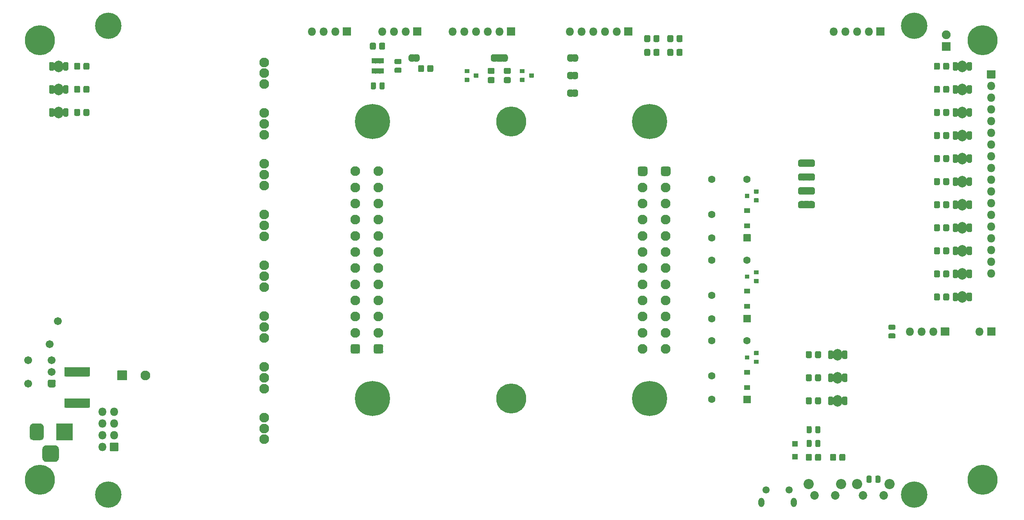
<source format=gbr>
G04 #@! TF.GenerationSoftware,KiCad,Pcbnew,(5.1.8-0-10_14)*
G04 #@! TF.CreationDate,2021-01-22T01:04:10-06:00*
G04 #@! TF.ProjectId,ClimateSprinklerController,436c696d-6174-4655-9370-72696e6b6c65,rev?*
G04 #@! TF.SameCoordinates,Original*
G04 #@! TF.FileFunction,Soldermask,Bot*
G04 #@! TF.FilePolarity,Negative*
%FSLAX46Y46*%
G04 Gerber Fmt 4.6, Leading zero omitted, Abs format (unit mm)*
G04 Created by KiCad (PCBNEW (5.1.8-0-10_14)) date 2021-01-22 01:04:10*
%MOMM*%
%LPD*%
G01*
G04 APERTURE LIST*
%ADD10C,2.102000*%
%ADD11C,0.902000*%
%ADD12C,6.502000*%
%ADD13C,7.602000*%
%ADD14C,5.702000*%
%ADD15O,1.902000X2.502000*%
%ADD16O,1.802000X1.802000*%
%ADD17C,0.100000*%
%ADD18C,1.702000*%
%ADD19C,1.552000*%
%ADD20O,1.302000X2.002000*%
%ADD21C,1.603140*%
%ADD22C,2.202000*%
%ADD23C,1.852000*%
%ADD24C,1.902000*%
G04 APERTURE END LIST*
G36*
G01*
X131151000Y-48020248D02*
X131151000Y-48979752D01*
G75*
G02*
X130879752Y-49251000I-271248J0D01*
G01*
X130120248Y-49251000D01*
G75*
G02*
X129849000Y-48979752I0J271248D01*
G01*
X129849000Y-48020248D01*
G75*
G02*
X130120248Y-47749000I271248J0D01*
G01*
X130879752Y-47749000D01*
G75*
G02*
X131151000Y-48020248I0J-271248D01*
G01*
G37*
G36*
G01*
X133151000Y-48020248D02*
X133151000Y-48979752D01*
G75*
G02*
X132879752Y-49251000I-271248J0D01*
G01*
X132120248Y-49251000D01*
G75*
G02*
X131849000Y-48979752I0J271248D01*
G01*
X131849000Y-48020248D01*
G75*
G02*
X132120248Y-47749000I271248J0D01*
G01*
X132879752Y-47749000D01*
G75*
G02*
X133151000Y-48020248I0J-271248D01*
G01*
G37*
G36*
G01*
X210950000Y-132049000D02*
X212050000Y-132049000D01*
G75*
G02*
X212101000Y-132100000I0J-51000D01*
G01*
X212101000Y-133200000D01*
G75*
G02*
X212050000Y-133251000I-51000J0D01*
G01*
X210950000Y-133251000D01*
G75*
G02*
X210899000Y-133200000I0J51000D01*
G01*
X210899000Y-132100000D01*
G75*
G02*
X210950000Y-132049000I51000J0D01*
G01*
G37*
G36*
G01*
X210950000Y-129249000D02*
X212050000Y-129249000D01*
G75*
G02*
X212101000Y-129300000I0J-51000D01*
G01*
X212101000Y-130400000D01*
G75*
G02*
X212050000Y-130451000I-51000J0D01*
G01*
X210950000Y-130451000D01*
G75*
G02*
X210899000Y-130400000I0J51000D01*
G01*
X210899000Y-129300000D01*
G75*
G02*
X210950000Y-129249000I51000J0D01*
G01*
G37*
D10*
X70750000Y-115000000D03*
G36*
G01*
X64699000Y-116000000D02*
X64699000Y-114000000D01*
G75*
G02*
X64750000Y-113949000I51000J0D01*
G01*
X66750000Y-113949000D01*
G75*
G02*
X66801000Y-114000000I0J-51000D01*
G01*
X66801000Y-116000000D01*
G75*
G02*
X66750000Y-116051000I-51000J0D01*
G01*
X64750000Y-116051000D01*
G75*
G02*
X64699000Y-116000000I0J51000D01*
G01*
G37*
D11*
X151697056Y-118302944D03*
X150000000Y-117600000D03*
X148302944Y-118302944D03*
X147600000Y-120000000D03*
X148302944Y-121697056D03*
X150000000Y-122400000D03*
X151697056Y-121697056D03*
X152400000Y-120000000D03*
D12*
X150000000Y-120000000D03*
D11*
X151697056Y-58302944D03*
X150000000Y-57600000D03*
X148302944Y-58302944D03*
X147600000Y-60000000D03*
X148302944Y-61697056D03*
X150000000Y-62400000D03*
X151697056Y-61697056D03*
X152400000Y-60000000D03*
D12*
X150000000Y-60000000D03*
D13*
X180000000Y-120000000D03*
X120000000Y-120000000D03*
X180000000Y-60000000D03*
X120000000Y-60000000D03*
D14*
X237300000Y-140800000D03*
X62700000Y-140800000D03*
G36*
G01*
X215151000Y-110020248D02*
X215151000Y-110979752D01*
G75*
G02*
X214879752Y-111251000I-271248J0D01*
G01*
X214120248Y-111251000D01*
G75*
G02*
X213849000Y-110979752I0J271248D01*
G01*
X213849000Y-110020248D01*
G75*
G02*
X214120248Y-109749000I271248J0D01*
G01*
X214879752Y-109749000D01*
G75*
G02*
X215151000Y-110020248I0J-271248D01*
G01*
G37*
G36*
G01*
X217151000Y-110020248D02*
X217151000Y-110979752D01*
G75*
G02*
X216879752Y-111251000I-271248J0D01*
G01*
X216120248Y-111251000D01*
G75*
G02*
X215849000Y-110979752I0J271248D01*
G01*
X215849000Y-110020248D01*
G75*
G02*
X216120248Y-109749000I271248J0D01*
G01*
X216879752Y-109749000D01*
G75*
G02*
X217151000Y-110020248I0J-271248D01*
G01*
G37*
D15*
X220750000Y-110500000D03*
G36*
G01*
X221774000Y-111215600D02*
X221774000Y-109784400D01*
G75*
G02*
X221984400Y-109574000I210400J0D01*
G01*
X222615600Y-109574000D01*
G75*
G02*
X222826000Y-109784400I0J-210400D01*
G01*
X222826000Y-111215600D01*
G75*
G02*
X222615600Y-111426000I-210400J0D01*
G01*
X221984400Y-111426000D01*
G75*
G02*
X221774000Y-111215600I0J210400D01*
G01*
G37*
G36*
G01*
X218674000Y-111215600D02*
X218674000Y-109784400D01*
G75*
G02*
X218884400Y-109574000I210400J0D01*
G01*
X219515600Y-109574000D01*
G75*
G02*
X219726000Y-109784400I0J-210400D01*
G01*
X219726000Y-111215600D01*
G75*
G02*
X219515600Y-111426000I-210400J0D01*
G01*
X218884400Y-111426000D01*
G75*
G02*
X218674000Y-111215600I0J210400D01*
G01*
G37*
G36*
G01*
X229160000Y-39569000D02*
X230860000Y-39569000D01*
G75*
G02*
X230911000Y-39620000I0J-51000D01*
G01*
X230911000Y-41320000D01*
G75*
G02*
X230860000Y-41371000I-51000J0D01*
G01*
X229160000Y-41371000D01*
G75*
G02*
X229109000Y-41320000I0J51000D01*
G01*
X229109000Y-39620000D01*
G75*
G02*
X229160000Y-39569000I51000J0D01*
G01*
G37*
D16*
X227470000Y-40470000D03*
X224930000Y-40470000D03*
X222390000Y-40470000D03*
X219850000Y-40470000D03*
D17*
G36*
X128859950Y-45384980D02*
G01*
X128869517Y-45387882D01*
X128878334Y-45392595D01*
X128886062Y-45398938D01*
X128892405Y-45406666D01*
X128897118Y-45415483D01*
X128900020Y-45425050D01*
X128901000Y-45435000D01*
X128901000Y-46935000D01*
X128900020Y-46944950D01*
X128897118Y-46954517D01*
X128892405Y-46963334D01*
X128886062Y-46971062D01*
X128878334Y-46977405D01*
X128869517Y-46982118D01*
X128859950Y-46985020D01*
X128850000Y-46986000D01*
X128350000Y-46986000D01*
X128343888Y-46985398D01*
X128325466Y-46985398D01*
X128320467Y-46985152D01*
X128271636Y-46980342D01*
X128266686Y-46979608D01*
X128218561Y-46970036D01*
X128213705Y-46968820D01*
X128166750Y-46954576D01*
X128162039Y-46952890D01*
X128116706Y-46934113D01*
X128112180Y-46931973D01*
X128068907Y-46908842D01*
X128064616Y-46906269D01*
X128023817Y-46879009D01*
X128019796Y-46876027D01*
X127981867Y-46844899D01*
X127978159Y-46841538D01*
X127943462Y-46806841D01*
X127940101Y-46803133D01*
X127908973Y-46765204D01*
X127905991Y-46761183D01*
X127878731Y-46720384D01*
X127876158Y-46716093D01*
X127853027Y-46672820D01*
X127850887Y-46668294D01*
X127832110Y-46622961D01*
X127830424Y-46618250D01*
X127816180Y-46571295D01*
X127814964Y-46566439D01*
X127805392Y-46518314D01*
X127804658Y-46513364D01*
X127799848Y-46464533D01*
X127799602Y-46459534D01*
X127799602Y-46441112D01*
X127799000Y-46435000D01*
X127799000Y-45935000D01*
X127799602Y-45928888D01*
X127799602Y-45910466D01*
X127799848Y-45905467D01*
X127804658Y-45856636D01*
X127805392Y-45851686D01*
X127814964Y-45803561D01*
X127816180Y-45798705D01*
X127830424Y-45751750D01*
X127832110Y-45747039D01*
X127850887Y-45701706D01*
X127853027Y-45697180D01*
X127876158Y-45653907D01*
X127878731Y-45649616D01*
X127905991Y-45608817D01*
X127908973Y-45604796D01*
X127940101Y-45566867D01*
X127943462Y-45563159D01*
X127978159Y-45528462D01*
X127981867Y-45525101D01*
X128019796Y-45493973D01*
X128023817Y-45490991D01*
X128064616Y-45463731D01*
X128068907Y-45461158D01*
X128112180Y-45438027D01*
X128116706Y-45435887D01*
X128162039Y-45417110D01*
X128166750Y-45415424D01*
X128213705Y-45401180D01*
X128218561Y-45399964D01*
X128266686Y-45390392D01*
X128271636Y-45389658D01*
X128320467Y-45384848D01*
X128325466Y-45384602D01*
X128343888Y-45384602D01*
X128350000Y-45384000D01*
X128850000Y-45384000D01*
X128859950Y-45384980D01*
G37*
G36*
X129656112Y-45384602D02*
G01*
X129674534Y-45384602D01*
X129679533Y-45384848D01*
X129728364Y-45389658D01*
X129733314Y-45390392D01*
X129781439Y-45399964D01*
X129786295Y-45401180D01*
X129833250Y-45415424D01*
X129837961Y-45417110D01*
X129883294Y-45435887D01*
X129887820Y-45438027D01*
X129931093Y-45461158D01*
X129935384Y-45463731D01*
X129976183Y-45490991D01*
X129980204Y-45493973D01*
X130018133Y-45525101D01*
X130021841Y-45528462D01*
X130056538Y-45563159D01*
X130059899Y-45566867D01*
X130091027Y-45604796D01*
X130094009Y-45608817D01*
X130121269Y-45649616D01*
X130123842Y-45653907D01*
X130146973Y-45697180D01*
X130149113Y-45701706D01*
X130167890Y-45747039D01*
X130169576Y-45751750D01*
X130183820Y-45798705D01*
X130185036Y-45803561D01*
X130194608Y-45851686D01*
X130195342Y-45856636D01*
X130200152Y-45905467D01*
X130200398Y-45910466D01*
X130200398Y-45928888D01*
X130201000Y-45935000D01*
X130201000Y-46435000D01*
X130200398Y-46441112D01*
X130200398Y-46459534D01*
X130200152Y-46464533D01*
X130195342Y-46513364D01*
X130194608Y-46518314D01*
X130185036Y-46566439D01*
X130183820Y-46571295D01*
X130169576Y-46618250D01*
X130167890Y-46622961D01*
X130149113Y-46668294D01*
X130146973Y-46672820D01*
X130123842Y-46716093D01*
X130121269Y-46720384D01*
X130094009Y-46761183D01*
X130091027Y-46765204D01*
X130059899Y-46803133D01*
X130056538Y-46806841D01*
X130021841Y-46841538D01*
X130018133Y-46844899D01*
X129980204Y-46876027D01*
X129976183Y-46879009D01*
X129935384Y-46906269D01*
X129931093Y-46908842D01*
X129887820Y-46931973D01*
X129883294Y-46934113D01*
X129837961Y-46952890D01*
X129833250Y-46954576D01*
X129786295Y-46968820D01*
X129781439Y-46970036D01*
X129733314Y-46979608D01*
X129728364Y-46980342D01*
X129679533Y-46985152D01*
X129674534Y-46985398D01*
X129656112Y-46985398D01*
X129650000Y-46986000D01*
X129150000Y-46986000D01*
X129140050Y-46985020D01*
X129130483Y-46982118D01*
X129121666Y-46977405D01*
X129113938Y-46971062D01*
X129107595Y-46963334D01*
X129102882Y-46954517D01*
X129099980Y-46944950D01*
X129099000Y-46935000D01*
X129099000Y-45435000D01*
X129099980Y-45425050D01*
X129102882Y-45415483D01*
X129107595Y-45406666D01*
X129113938Y-45398938D01*
X129121666Y-45392595D01*
X129130483Y-45387882D01*
X129140050Y-45384980D01*
X129150000Y-45384000D01*
X129650000Y-45384000D01*
X129656112Y-45384602D01*
G37*
G36*
G01*
X121435001Y-47401000D02*
X120784999Y-47401000D01*
G75*
G02*
X120734000Y-47350001I0J50999D01*
G01*
X120734000Y-46289999D01*
G75*
G02*
X120784999Y-46239000I50999J0D01*
G01*
X121435001Y-46239000D01*
G75*
G02*
X121486000Y-46289999I0J-50999D01*
G01*
X121486000Y-47350001D01*
G75*
G02*
X121435001Y-47401000I-50999J0D01*
G01*
G37*
G36*
G01*
X122385001Y-47401000D02*
X121734999Y-47401000D01*
G75*
G02*
X121684000Y-47350001I0J50999D01*
G01*
X121684000Y-46289999D01*
G75*
G02*
X121734999Y-46239000I50999J0D01*
G01*
X122385001Y-46239000D01*
G75*
G02*
X122436000Y-46289999I0J-50999D01*
G01*
X122436000Y-47350001D01*
G75*
G02*
X122385001Y-47401000I-50999J0D01*
G01*
G37*
G36*
G01*
X120485001Y-47401000D02*
X119834999Y-47401000D01*
G75*
G02*
X119784000Y-47350001I0J50999D01*
G01*
X119784000Y-46289999D01*
G75*
G02*
X119834999Y-46239000I50999J0D01*
G01*
X120485001Y-46239000D01*
G75*
G02*
X120536000Y-46289999I0J-50999D01*
G01*
X120536000Y-47350001D01*
G75*
G02*
X120485001Y-47401000I-50999J0D01*
G01*
G37*
G36*
G01*
X120485001Y-49601000D02*
X119834999Y-49601000D01*
G75*
G02*
X119784000Y-49550001I0J50999D01*
G01*
X119784000Y-48489999D01*
G75*
G02*
X119834999Y-48439000I50999J0D01*
G01*
X120485001Y-48439000D01*
G75*
G02*
X120536000Y-48489999I0J-50999D01*
G01*
X120536000Y-49550001D01*
G75*
G02*
X120485001Y-49601000I-50999J0D01*
G01*
G37*
G36*
G01*
X121435001Y-49601000D02*
X120784999Y-49601000D01*
G75*
G02*
X120734000Y-49550001I0J50999D01*
G01*
X120734000Y-48489999D01*
G75*
G02*
X120784999Y-48439000I50999J0D01*
G01*
X121435001Y-48439000D01*
G75*
G02*
X121486000Y-48489999I0J-50999D01*
G01*
X121486000Y-49550001D01*
G75*
G02*
X121435001Y-49601000I-50999J0D01*
G01*
G37*
G36*
G01*
X122385001Y-49601000D02*
X121734999Y-49601000D01*
G75*
G02*
X121684000Y-49550001I0J50999D01*
G01*
X121684000Y-48489999D01*
G75*
G02*
X121734999Y-48439000I50999J0D01*
G01*
X122385001Y-48439000D01*
G75*
G02*
X122436000Y-48489999I0J-50999D01*
G01*
X122436000Y-49550001D01*
G75*
G02*
X122385001Y-49601000I-50999J0D01*
G01*
G37*
G36*
G01*
X121409000Y-44124752D02*
X121409000Y-43165248D01*
G75*
G02*
X121680248Y-42894000I271248J0D01*
G01*
X122439752Y-42894000D01*
G75*
G02*
X122711000Y-43165248I0J-271248D01*
G01*
X122711000Y-44124752D01*
G75*
G02*
X122439752Y-44396000I-271248J0D01*
G01*
X121680248Y-44396000D01*
G75*
G02*
X121409000Y-44124752I0J271248D01*
G01*
G37*
G36*
G01*
X119409000Y-44124752D02*
X119409000Y-43165248D01*
G75*
G02*
X119680248Y-42894000I271248J0D01*
G01*
X120439752Y-42894000D01*
G75*
G02*
X120711000Y-43165248I0J-271248D01*
G01*
X120711000Y-44124752D01*
G75*
G02*
X120439752Y-44396000I-271248J0D01*
G01*
X119680248Y-44396000D01*
G75*
G02*
X119409000Y-44124752I0J271248D01*
G01*
G37*
G36*
G01*
X124999500Y-48319000D02*
X126000500Y-48319000D01*
G75*
G02*
X126276000Y-48594500I0J-275500D01*
G01*
X126276000Y-49145500D01*
G75*
G02*
X126000500Y-49421000I-275500J0D01*
G01*
X124999500Y-49421000D01*
G75*
G02*
X124724000Y-49145500I0J275500D01*
G01*
X124724000Y-48594500D01*
G75*
G02*
X124999500Y-48319000I275500J0D01*
G01*
G37*
G36*
G01*
X124999500Y-46419000D02*
X126000500Y-46419000D01*
G75*
G02*
X126276000Y-46694500I0J-275500D01*
G01*
X126276000Y-47245500D01*
G75*
G02*
X126000500Y-47521000I-275500J0D01*
G01*
X124999500Y-47521000D01*
G75*
G02*
X124724000Y-47245500I0J275500D01*
G01*
X124724000Y-46694500D01*
G75*
G02*
X124999500Y-46419000I275500J0D01*
G01*
G37*
G36*
G01*
X120711000Y-51749500D02*
X120711000Y-52750500D01*
G75*
G02*
X120435500Y-53026000I-275500J0D01*
G01*
X119884500Y-53026000D01*
G75*
G02*
X119609000Y-52750500I0J275500D01*
G01*
X119609000Y-51749500D01*
G75*
G02*
X119884500Y-51474000I275500J0D01*
G01*
X120435500Y-51474000D01*
G75*
G02*
X120711000Y-51749500I0J-275500D01*
G01*
G37*
G36*
G01*
X122611000Y-51749500D02*
X122611000Y-52750500D01*
G75*
G02*
X122335500Y-53026000I-275500J0D01*
G01*
X121784500Y-53026000D01*
G75*
G02*
X121509000Y-52750500I0J275500D01*
G01*
X121509000Y-51749500D01*
G75*
G02*
X121784500Y-51474000I275500J0D01*
G01*
X122335500Y-51474000D01*
G75*
G02*
X122611000Y-51749500I0J-275500D01*
G01*
G37*
D18*
X45420000Y-111670000D03*
X45420000Y-116750000D03*
G36*
G01*
X49649000Y-117175500D02*
X49649000Y-116324500D01*
G75*
G02*
X50074500Y-115899000I425500J0D01*
G01*
X50925500Y-115899000D01*
G75*
G02*
X51351000Y-116324500I0J-425500D01*
G01*
X51351000Y-117175500D01*
G75*
G02*
X50925500Y-117601000I-425500J0D01*
G01*
X50074500Y-117601000D01*
G75*
G02*
X49649000Y-117175500I0J425500D01*
G01*
G37*
X50500000Y-114210000D03*
X50500000Y-111670000D03*
G36*
G01*
X215899000Y-130250500D02*
X215899000Y-129249500D01*
G75*
G02*
X216174500Y-128974000I275500J0D01*
G01*
X216725500Y-128974000D01*
G75*
G02*
X217001000Y-129249500I0J-275500D01*
G01*
X217001000Y-130250500D01*
G75*
G02*
X216725500Y-130526000I-275500J0D01*
G01*
X216174500Y-130526000D01*
G75*
G02*
X215899000Y-130250500I0J275500D01*
G01*
G37*
G36*
G01*
X213999000Y-130250500D02*
X213999000Y-129249500D01*
G75*
G02*
X214274500Y-128974000I275500J0D01*
G01*
X214825500Y-128974000D01*
G75*
G02*
X215101000Y-129249500I0J-275500D01*
G01*
X215101000Y-130250500D01*
G75*
G02*
X214825500Y-130526000I-275500J0D01*
G01*
X214274500Y-130526000D01*
G75*
G02*
X213999000Y-130250500I0J275500D01*
G01*
G37*
G36*
G01*
X222401000Y-132269816D02*
X222401000Y-133230184D01*
G75*
G02*
X222130184Y-133501000I-270816J0D01*
G01*
X221369816Y-133501000D01*
G75*
G02*
X221099000Y-133230184I0J270816D01*
G01*
X221099000Y-132269816D01*
G75*
G02*
X221369816Y-131999000I270816J0D01*
G01*
X222130184Y-131999000D01*
G75*
G02*
X222401000Y-132269816I0J-270816D01*
G01*
G37*
G36*
G01*
X220401000Y-132269816D02*
X220401000Y-133230184D01*
G75*
G02*
X220130184Y-133501000I-270816J0D01*
G01*
X219369816Y-133501000D01*
G75*
G02*
X219099000Y-133230184I0J270816D01*
G01*
X219099000Y-132269816D01*
G75*
G02*
X219369816Y-131999000I270816J0D01*
G01*
X220130184Y-131999000D01*
G75*
G02*
X220401000Y-132269816I0J-270816D01*
G01*
G37*
G36*
G01*
X217151000Y-132270248D02*
X217151000Y-133229752D01*
G75*
G02*
X216879752Y-133501000I-271248J0D01*
G01*
X216120248Y-133501000D01*
G75*
G02*
X215849000Y-133229752I0J271248D01*
G01*
X215849000Y-132270248D01*
G75*
G02*
X216120248Y-131999000I271248J0D01*
G01*
X216879752Y-131999000D01*
G75*
G02*
X217151000Y-132270248I0J-271248D01*
G01*
G37*
G36*
G01*
X215151000Y-132270248D02*
X215151000Y-133229752D01*
G75*
G02*
X214879752Y-133501000I-271248J0D01*
G01*
X214120248Y-133501000D01*
G75*
G02*
X213849000Y-133229752I0J271248D01*
G01*
X213849000Y-132270248D01*
G75*
G02*
X214120248Y-131999000I271248J0D01*
G01*
X214879752Y-131999000D01*
G75*
G02*
X215151000Y-132270248I0J-271248D01*
G01*
G37*
G36*
G01*
X215151000Y-115020248D02*
X215151000Y-115979752D01*
G75*
G02*
X214879752Y-116251000I-271248J0D01*
G01*
X214120248Y-116251000D01*
G75*
G02*
X213849000Y-115979752I0J271248D01*
G01*
X213849000Y-115020248D01*
G75*
G02*
X214120248Y-114749000I271248J0D01*
G01*
X214879752Y-114749000D01*
G75*
G02*
X215151000Y-115020248I0J-271248D01*
G01*
G37*
G36*
G01*
X217151000Y-115020248D02*
X217151000Y-115979752D01*
G75*
G02*
X216879752Y-116251000I-271248J0D01*
G01*
X216120248Y-116251000D01*
G75*
G02*
X215849000Y-115979752I0J271248D01*
G01*
X215849000Y-115020248D01*
G75*
G02*
X216120248Y-114749000I271248J0D01*
G01*
X216879752Y-114749000D01*
G75*
G02*
X217151000Y-115020248I0J-271248D01*
G01*
G37*
G36*
G01*
X215151000Y-120020248D02*
X215151000Y-120979752D01*
G75*
G02*
X214879752Y-121251000I-271248J0D01*
G01*
X214120248Y-121251000D01*
G75*
G02*
X213849000Y-120979752I0J271248D01*
G01*
X213849000Y-120020248D01*
G75*
G02*
X214120248Y-119749000I271248J0D01*
G01*
X214879752Y-119749000D01*
G75*
G02*
X215151000Y-120020248I0J-271248D01*
G01*
G37*
G36*
G01*
X217151000Y-120020248D02*
X217151000Y-120979752D01*
G75*
G02*
X216879752Y-121251000I-271248J0D01*
G01*
X216120248Y-121251000D01*
G75*
G02*
X215849000Y-120979752I0J271248D01*
G01*
X215849000Y-120020248D01*
G75*
G02*
X216120248Y-119749000I271248J0D01*
G01*
X216879752Y-119749000D01*
G75*
G02*
X217151000Y-120020248I0J-271248D01*
G01*
G37*
D19*
X205250000Y-139787500D03*
X210250000Y-139787500D03*
D20*
X204250000Y-142487500D03*
X211250000Y-142487500D03*
D15*
X220750000Y-115500000D03*
G36*
G01*
X221774000Y-116215600D02*
X221774000Y-114784400D01*
G75*
G02*
X221984400Y-114574000I210400J0D01*
G01*
X222615600Y-114574000D01*
G75*
G02*
X222826000Y-114784400I0J-210400D01*
G01*
X222826000Y-116215600D01*
G75*
G02*
X222615600Y-116426000I-210400J0D01*
G01*
X221984400Y-116426000D01*
G75*
G02*
X221774000Y-116215600I0J210400D01*
G01*
G37*
G36*
G01*
X218674000Y-116215600D02*
X218674000Y-114784400D01*
G75*
G02*
X218884400Y-114574000I210400J0D01*
G01*
X219515600Y-114574000D01*
G75*
G02*
X219726000Y-114784400I0J-210400D01*
G01*
X219726000Y-116215600D01*
G75*
G02*
X219515600Y-116426000I-210400J0D01*
G01*
X218884400Y-116426000D01*
G75*
G02*
X218674000Y-116215600I0J210400D01*
G01*
G37*
X220750000Y-120500000D03*
G36*
G01*
X221774000Y-121215600D02*
X221774000Y-119784400D01*
G75*
G02*
X221984400Y-119574000I210400J0D01*
G01*
X222615600Y-119574000D01*
G75*
G02*
X222826000Y-119784400I0J-210400D01*
G01*
X222826000Y-121215600D01*
G75*
G02*
X222615600Y-121426000I-210400J0D01*
G01*
X221984400Y-121426000D01*
G75*
G02*
X221774000Y-121215600I0J210400D01*
G01*
G37*
G36*
G01*
X218674000Y-121215600D02*
X218674000Y-119784400D01*
G75*
G02*
X218884400Y-119574000I210400J0D01*
G01*
X219515600Y-119574000D01*
G75*
G02*
X219726000Y-119784400I0J-210400D01*
G01*
X219726000Y-121215600D01*
G75*
G02*
X219515600Y-121426000I-210400J0D01*
G01*
X218884400Y-121426000D01*
G75*
G02*
X218674000Y-121215600I0J210400D01*
G01*
G37*
G36*
G01*
X215899000Y-127250500D02*
X215899000Y-126249500D01*
G75*
G02*
X216174500Y-125974000I275500J0D01*
G01*
X216725500Y-125974000D01*
G75*
G02*
X217001000Y-126249500I0J-275500D01*
G01*
X217001000Y-127250500D01*
G75*
G02*
X216725500Y-127526000I-275500J0D01*
G01*
X216174500Y-127526000D01*
G75*
G02*
X215899000Y-127250500I0J275500D01*
G01*
G37*
G36*
G01*
X213999000Y-127250500D02*
X213999000Y-126249500D01*
G75*
G02*
X214274500Y-125974000I275500J0D01*
G01*
X214825500Y-125974000D01*
G75*
G02*
X215101000Y-126249500I0J-275500D01*
G01*
X215101000Y-127250500D01*
G75*
G02*
X214825500Y-127526000I-275500J0D01*
G01*
X214274500Y-127526000D01*
G75*
G02*
X213999000Y-127250500I0J275500D01*
G01*
G37*
G36*
G01*
X149659752Y-51651000D02*
X148700248Y-51651000D01*
G75*
G02*
X148429000Y-51379752I0J271248D01*
G01*
X148429000Y-50620248D01*
G75*
G02*
X148700248Y-50349000I271248J0D01*
G01*
X149659752Y-50349000D01*
G75*
G02*
X149931000Y-50620248I0J-271248D01*
G01*
X149931000Y-51379752D01*
G75*
G02*
X149659752Y-51651000I-271248J0D01*
G01*
G37*
G36*
G01*
X149659752Y-49651000D02*
X148700248Y-49651000D01*
G75*
G02*
X148429000Y-49379752I0J271248D01*
G01*
X148429000Y-48620248D01*
G75*
G02*
X148700248Y-48349000I271248J0D01*
G01*
X149659752Y-48349000D01*
G75*
G02*
X149931000Y-48620248I0J-271248D01*
G01*
X149931000Y-49379752D01*
G75*
G02*
X149659752Y-49651000I-271248J0D01*
G01*
G37*
G36*
G01*
X145200248Y-48349000D02*
X146159752Y-48349000D01*
G75*
G02*
X146431000Y-48620248I0J-271248D01*
G01*
X146431000Y-49379752D01*
G75*
G02*
X146159752Y-49651000I-271248J0D01*
G01*
X145200248Y-49651000D01*
G75*
G02*
X144929000Y-49379752I0J271248D01*
G01*
X144929000Y-48620248D01*
G75*
G02*
X145200248Y-48349000I271248J0D01*
G01*
G37*
G36*
G01*
X145200248Y-50349000D02*
X146159752Y-50349000D01*
G75*
G02*
X146431000Y-50620248I0J-271248D01*
G01*
X146431000Y-51379752D01*
G75*
G02*
X146159752Y-51651000I-271248J0D01*
G01*
X145200248Y-51651000D01*
G75*
G02*
X144929000Y-51379752I0J271248D01*
G01*
X144929000Y-50620248D01*
G75*
G02*
X145200248Y-50349000I271248J0D01*
G01*
G37*
G36*
G01*
X139929000Y-51350000D02*
X139929000Y-50550000D01*
G75*
G02*
X139980000Y-50499000I51000J0D01*
G01*
X140880000Y-50499000D01*
G75*
G02*
X140931000Y-50550000I0J-51000D01*
G01*
X140931000Y-51350000D01*
G75*
G02*
X140880000Y-51401000I-51000J0D01*
G01*
X139980000Y-51401000D01*
G75*
G02*
X139929000Y-51350000I0J51000D01*
G01*
G37*
G36*
G01*
X139929000Y-49450000D02*
X139929000Y-48650000D01*
G75*
G02*
X139980000Y-48599000I51000J0D01*
G01*
X140880000Y-48599000D01*
G75*
G02*
X140931000Y-48650000I0J-51000D01*
G01*
X140931000Y-49450000D01*
G75*
G02*
X140880000Y-49501000I-51000J0D01*
G01*
X139980000Y-49501000D01*
G75*
G02*
X139929000Y-49450000I0J51000D01*
G01*
G37*
G36*
G01*
X141929000Y-50400000D02*
X141929000Y-49600000D01*
G75*
G02*
X141980000Y-49549000I51000J0D01*
G01*
X142880000Y-49549000D01*
G75*
G02*
X142931000Y-49600000I0J-51000D01*
G01*
X142931000Y-50400000D01*
G75*
G02*
X142880000Y-50451000I-51000J0D01*
G01*
X141980000Y-50451000D01*
G75*
G02*
X141929000Y-50400000I0J51000D01*
G01*
G37*
G36*
G01*
X151929000Y-51350000D02*
X151929000Y-50550000D01*
G75*
G02*
X151980000Y-50499000I51000J0D01*
G01*
X152880000Y-50499000D01*
G75*
G02*
X152931000Y-50550000I0J-51000D01*
G01*
X152931000Y-51350000D01*
G75*
G02*
X152880000Y-51401000I-51000J0D01*
G01*
X151980000Y-51401000D01*
G75*
G02*
X151929000Y-51350000I0J51000D01*
G01*
G37*
G36*
G01*
X151929000Y-49450000D02*
X151929000Y-48650000D01*
G75*
G02*
X151980000Y-48599000I51000J0D01*
G01*
X152880000Y-48599000D01*
G75*
G02*
X152931000Y-48650000I0J-51000D01*
G01*
X152931000Y-49450000D01*
G75*
G02*
X152880000Y-49501000I-51000J0D01*
G01*
X151980000Y-49501000D01*
G75*
G02*
X151929000Y-49450000I0J51000D01*
G01*
G37*
G36*
G01*
X153929000Y-50400000D02*
X153929000Y-49600000D01*
G75*
G02*
X153980000Y-49549000I51000J0D01*
G01*
X154880000Y-49549000D01*
G75*
G02*
X154931000Y-49600000I0J-51000D01*
G01*
X154931000Y-50400000D01*
G75*
G02*
X154880000Y-50451000I-51000J0D01*
G01*
X153980000Y-50451000D01*
G75*
G02*
X153929000Y-50400000I0J51000D01*
G01*
G37*
D17*
G36*
X163194950Y-53004980D02*
G01*
X163204517Y-53007882D01*
X163213334Y-53012595D01*
X163221062Y-53018938D01*
X163227405Y-53026666D01*
X163232118Y-53035483D01*
X163235020Y-53045050D01*
X163236000Y-53055000D01*
X163236000Y-54555000D01*
X163235020Y-54564950D01*
X163232118Y-54574517D01*
X163227405Y-54583334D01*
X163221062Y-54591062D01*
X163213334Y-54597405D01*
X163204517Y-54602118D01*
X163194950Y-54605020D01*
X163185000Y-54606000D01*
X162685000Y-54606000D01*
X162678888Y-54605398D01*
X162660466Y-54605398D01*
X162655467Y-54605152D01*
X162606636Y-54600342D01*
X162601686Y-54599608D01*
X162553561Y-54590036D01*
X162548705Y-54588820D01*
X162501750Y-54574576D01*
X162497039Y-54572890D01*
X162451706Y-54554113D01*
X162447180Y-54551973D01*
X162403907Y-54528842D01*
X162399616Y-54526269D01*
X162358817Y-54499009D01*
X162354796Y-54496027D01*
X162316867Y-54464899D01*
X162313159Y-54461538D01*
X162278462Y-54426841D01*
X162275101Y-54423133D01*
X162243973Y-54385204D01*
X162240991Y-54381183D01*
X162213731Y-54340384D01*
X162211158Y-54336093D01*
X162188027Y-54292820D01*
X162185887Y-54288294D01*
X162167110Y-54242961D01*
X162165424Y-54238250D01*
X162151180Y-54191295D01*
X162149964Y-54186439D01*
X162140392Y-54138314D01*
X162139658Y-54133364D01*
X162134848Y-54084533D01*
X162134602Y-54079534D01*
X162134602Y-54061112D01*
X162134000Y-54055000D01*
X162134000Y-53555000D01*
X162134602Y-53548888D01*
X162134602Y-53530466D01*
X162134848Y-53525467D01*
X162139658Y-53476636D01*
X162140392Y-53471686D01*
X162149964Y-53423561D01*
X162151180Y-53418705D01*
X162165424Y-53371750D01*
X162167110Y-53367039D01*
X162185887Y-53321706D01*
X162188027Y-53317180D01*
X162211158Y-53273907D01*
X162213731Y-53269616D01*
X162240991Y-53228817D01*
X162243973Y-53224796D01*
X162275101Y-53186867D01*
X162278462Y-53183159D01*
X162313159Y-53148462D01*
X162316867Y-53145101D01*
X162354796Y-53113973D01*
X162358817Y-53110991D01*
X162399616Y-53083731D01*
X162403907Y-53081158D01*
X162447180Y-53058027D01*
X162451706Y-53055887D01*
X162497039Y-53037110D01*
X162501750Y-53035424D01*
X162548705Y-53021180D01*
X162553561Y-53019964D01*
X162601686Y-53010392D01*
X162606636Y-53009658D01*
X162655467Y-53004848D01*
X162660466Y-53004602D01*
X162678888Y-53004602D01*
X162685000Y-53004000D01*
X163185000Y-53004000D01*
X163194950Y-53004980D01*
G37*
G36*
X163991112Y-53004602D02*
G01*
X164009534Y-53004602D01*
X164014533Y-53004848D01*
X164063364Y-53009658D01*
X164068314Y-53010392D01*
X164116439Y-53019964D01*
X164121295Y-53021180D01*
X164168250Y-53035424D01*
X164172961Y-53037110D01*
X164218294Y-53055887D01*
X164222820Y-53058027D01*
X164266093Y-53081158D01*
X164270384Y-53083731D01*
X164311183Y-53110991D01*
X164315204Y-53113973D01*
X164353133Y-53145101D01*
X164356841Y-53148462D01*
X164391538Y-53183159D01*
X164394899Y-53186867D01*
X164426027Y-53224796D01*
X164429009Y-53228817D01*
X164456269Y-53269616D01*
X164458842Y-53273907D01*
X164481973Y-53317180D01*
X164484113Y-53321706D01*
X164502890Y-53367039D01*
X164504576Y-53371750D01*
X164518820Y-53418705D01*
X164520036Y-53423561D01*
X164529608Y-53471686D01*
X164530342Y-53476636D01*
X164535152Y-53525467D01*
X164535398Y-53530466D01*
X164535398Y-53548888D01*
X164536000Y-53555000D01*
X164536000Y-54055000D01*
X164535398Y-54061112D01*
X164535398Y-54079534D01*
X164535152Y-54084533D01*
X164530342Y-54133364D01*
X164529608Y-54138314D01*
X164520036Y-54186439D01*
X164518820Y-54191295D01*
X164504576Y-54238250D01*
X164502890Y-54242961D01*
X164484113Y-54288294D01*
X164481973Y-54292820D01*
X164458842Y-54336093D01*
X164456269Y-54340384D01*
X164429009Y-54381183D01*
X164426027Y-54385204D01*
X164394899Y-54423133D01*
X164391538Y-54426841D01*
X164356841Y-54461538D01*
X164353133Y-54464899D01*
X164315204Y-54496027D01*
X164311183Y-54499009D01*
X164270384Y-54526269D01*
X164266093Y-54528842D01*
X164222820Y-54551973D01*
X164218294Y-54554113D01*
X164172961Y-54572890D01*
X164168250Y-54574576D01*
X164121295Y-54588820D01*
X164116439Y-54590036D01*
X164068314Y-54599608D01*
X164063364Y-54600342D01*
X164014533Y-54605152D01*
X164009534Y-54605398D01*
X163991112Y-54605398D01*
X163985000Y-54606000D01*
X163485000Y-54606000D01*
X163475050Y-54605020D01*
X163465483Y-54602118D01*
X163456666Y-54597405D01*
X163448938Y-54591062D01*
X163442595Y-54583334D01*
X163437882Y-54574517D01*
X163434980Y-54564950D01*
X163434000Y-54555000D01*
X163434000Y-53055000D01*
X163434980Y-53045050D01*
X163437882Y-53035483D01*
X163442595Y-53026666D01*
X163448938Y-53018938D01*
X163456666Y-53012595D01*
X163465483Y-53007882D01*
X163475050Y-53004980D01*
X163485000Y-53004000D01*
X163985000Y-53004000D01*
X163991112Y-53004602D01*
G37*
G36*
X146719950Y-45384980D02*
G01*
X146729517Y-45387882D01*
X146738334Y-45392595D01*
X146746062Y-45398938D01*
X146752405Y-45406666D01*
X146757118Y-45415483D01*
X146760020Y-45425050D01*
X146761000Y-45435000D01*
X146761000Y-46935000D01*
X146760020Y-46944950D01*
X146757118Y-46954517D01*
X146752405Y-46963334D01*
X146746062Y-46971062D01*
X146738334Y-46977405D01*
X146729517Y-46982118D01*
X146719950Y-46985020D01*
X146710000Y-46986000D01*
X146160000Y-46986000D01*
X146153888Y-46985398D01*
X146135466Y-46985398D01*
X146130467Y-46985152D01*
X146081636Y-46980342D01*
X146076686Y-46979608D01*
X146028561Y-46970036D01*
X146023705Y-46968820D01*
X145976750Y-46954576D01*
X145972039Y-46952890D01*
X145926706Y-46934113D01*
X145922180Y-46931973D01*
X145878907Y-46908842D01*
X145874616Y-46906269D01*
X145833817Y-46879009D01*
X145829796Y-46876027D01*
X145791867Y-46844899D01*
X145788159Y-46841538D01*
X145753462Y-46806841D01*
X145750101Y-46803133D01*
X145718973Y-46765204D01*
X145715991Y-46761183D01*
X145688731Y-46720384D01*
X145686158Y-46716093D01*
X145663027Y-46672820D01*
X145660887Y-46668294D01*
X145642110Y-46622961D01*
X145640424Y-46618250D01*
X145626180Y-46571295D01*
X145624964Y-46566439D01*
X145615392Y-46518314D01*
X145614658Y-46513364D01*
X145609848Y-46464533D01*
X145609602Y-46459534D01*
X145609602Y-46441112D01*
X145609000Y-46435000D01*
X145609000Y-45935000D01*
X145609602Y-45928888D01*
X145609602Y-45910466D01*
X145609848Y-45905467D01*
X145614658Y-45856636D01*
X145615392Y-45851686D01*
X145624964Y-45803561D01*
X145626180Y-45798705D01*
X145640424Y-45751750D01*
X145642110Y-45747039D01*
X145660887Y-45701706D01*
X145663027Y-45697180D01*
X145686158Y-45653907D01*
X145688731Y-45649616D01*
X145715991Y-45608817D01*
X145718973Y-45604796D01*
X145750101Y-45566867D01*
X145753462Y-45563159D01*
X145788159Y-45528462D01*
X145791867Y-45525101D01*
X145829796Y-45493973D01*
X145833817Y-45490991D01*
X145874616Y-45463731D01*
X145878907Y-45461158D01*
X145922180Y-45438027D01*
X145926706Y-45435887D01*
X145972039Y-45417110D01*
X145976750Y-45415424D01*
X146023705Y-45401180D01*
X146028561Y-45399964D01*
X146076686Y-45390392D01*
X146081636Y-45389658D01*
X146130467Y-45384848D01*
X146135466Y-45384602D01*
X146153888Y-45384602D01*
X146160000Y-45384000D01*
X146710000Y-45384000D01*
X146719950Y-45384980D01*
G37*
G36*
X148766112Y-45384602D02*
G01*
X148784534Y-45384602D01*
X148789533Y-45384848D01*
X148838364Y-45389658D01*
X148843314Y-45390392D01*
X148891439Y-45399964D01*
X148896295Y-45401180D01*
X148943250Y-45415424D01*
X148947961Y-45417110D01*
X148993294Y-45435887D01*
X148997820Y-45438027D01*
X149041093Y-45461158D01*
X149045384Y-45463731D01*
X149086183Y-45490991D01*
X149090204Y-45493973D01*
X149128133Y-45525101D01*
X149131841Y-45528462D01*
X149166538Y-45563159D01*
X149169899Y-45566867D01*
X149201027Y-45604796D01*
X149204009Y-45608817D01*
X149231269Y-45649616D01*
X149233842Y-45653907D01*
X149256973Y-45697180D01*
X149259113Y-45701706D01*
X149277890Y-45747039D01*
X149279576Y-45751750D01*
X149293820Y-45798705D01*
X149295036Y-45803561D01*
X149304608Y-45851686D01*
X149305342Y-45856636D01*
X149310152Y-45905467D01*
X149310398Y-45910466D01*
X149310398Y-45928888D01*
X149311000Y-45935000D01*
X149311000Y-46435000D01*
X149310398Y-46441112D01*
X149310398Y-46459534D01*
X149310152Y-46464533D01*
X149305342Y-46513364D01*
X149304608Y-46518314D01*
X149295036Y-46566439D01*
X149293820Y-46571295D01*
X149279576Y-46618250D01*
X149277890Y-46622961D01*
X149259113Y-46668294D01*
X149256973Y-46672820D01*
X149233842Y-46716093D01*
X149231269Y-46720384D01*
X149204009Y-46761183D01*
X149201027Y-46765204D01*
X149169899Y-46803133D01*
X149166538Y-46806841D01*
X149131841Y-46841538D01*
X149128133Y-46844899D01*
X149090204Y-46876027D01*
X149086183Y-46879009D01*
X149045384Y-46906269D01*
X149041093Y-46908842D01*
X148997820Y-46931973D01*
X148993294Y-46934113D01*
X148947961Y-46952890D01*
X148943250Y-46954576D01*
X148896295Y-46968820D01*
X148891439Y-46970036D01*
X148843314Y-46979608D01*
X148838364Y-46980342D01*
X148789533Y-46985152D01*
X148784534Y-46985398D01*
X148766112Y-46985398D01*
X148760000Y-46986000D01*
X148210000Y-46986000D01*
X148200050Y-46985020D01*
X148190483Y-46982118D01*
X148181666Y-46977405D01*
X148173938Y-46971062D01*
X148167595Y-46963334D01*
X148162882Y-46954517D01*
X148159980Y-46944950D01*
X148159000Y-46935000D01*
X148159000Y-45435000D01*
X148159980Y-45425050D01*
X148162882Y-45415483D01*
X148167595Y-45406666D01*
X148173938Y-45398938D01*
X148181666Y-45392595D01*
X148190483Y-45387882D01*
X148200050Y-45384980D01*
X148210000Y-45384000D01*
X148760000Y-45384000D01*
X148766112Y-45384602D01*
G37*
G36*
G01*
X146909000Y-46935000D02*
X146909000Y-45435000D01*
G75*
G02*
X146960000Y-45384000I51000J0D01*
G01*
X147960000Y-45384000D01*
G75*
G02*
X148011000Y-45435000I0J-51000D01*
G01*
X148011000Y-46935000D01*
G75*
G02*
X147960000Y-46986000I-51000J0D01*
G01*
X146960000Y-46986000D01*
G75*
G02*
X146909000Y-46935000I0J51000D01*
G01*
G37*
D14*
X237300000Y-39200000D03*
X62700000Y-39200000D03*
D21*
X193500000Y-107500000D03*
X201120000Y-107500000D03*
X193500000Y-115120000D03*
X193500000Y-120200000D03*
G36*
G01*
X201870570Y-121001570D02*
X200369430Y-121001570D01*
G75*
G02*
X200318430Y-120950570I0J51000D01*
G01*
X200318430Y-119449430D01*
G75*
G02*
X200369430Y-119398430I51000J0D01*
G01*
X201870570Y-119398430D01*
G75*
G02*
X201921570Y-119449430I0J-51000D01*
G01*
X201921570Y-120950570D01*
G75*
G02*
X201870570Y-121001570I-51000J0D01*
G01*
G37*
X193500000Y-90000000D03*
X201120000Y-90000000D03*
X193500000Y-97620000D03*
X193500000Y-102700000D03*
G36*
G01*
X201870570Y-103501570D02*
X200369430Y-103501570D01*
G75*
G02*
X200318430Y-103450570I0J51000D01*
G01*
X200318430Y-101949430D01*
G75*
G02*
X200369430Y-101898430I51000J0D01*
G01*
X201870570Y-101898430D01*
G75*
G02*
X201921570Y-101949430I0J-51000D01*
G01*
X201921570Y-103450570D01*
G75*
G02*
X201870570Y-103501570I-51000J0D01*
G01*
G37*
X193500000Y-72500000D03*
X201120000Y-72500000D03*
X193500000Y-80120000D03*
X193500000Y-85200000D03*
G36*
G01*
X201870570Y-86001570D02*
X200369430Y-86001570D01*
G75*
G02*
X200318430Y-85950570I0J51000D01*
G01*
X200318430Y-84449430D01*
G75*
G02*
X200369430Y-84398430I51000J0D01*
G01*
X201870570Y-84398430D01*
G75*
G02*
X201921570Y-84449430I0J-51000D01*
G01*
X201921570Y-85950570D01*
G75*
G02*
X201870570Y-86001570I-51000J0D01*
G01*
G37*
D16*
X122060000Y-40470000D03*
X124600000Y-40470000D03*
X127140000Y-40470000D03*
G36*
G01*
X128830000Y-39569000D02*
X130530000Y-39569000D01*
G75*
G02*
X130581000Y-39620000I0J-51000D01*
G01*
X130581000Y-41320000D01*
G75*
G02*
X130530000Y-41371000I-51000J0D01*
G01*
X128830000Y-41371000D01*
G75*
G02*
X128779000Y-41320000I0J51000D01*
G01*
X128779000Y-39620000D01*
G75*
G02*
X128830000Y-39569000I51000J0D01*
G01*
G37*
G36*
G01*
X242901000Y-82520248D02*
X242901000Y-83479752D01*
G75*
G02*
X242629752Y-83751000I-271248J0D01*
G01*
X241870248Y-83751000D01*
G75*
G02*
X241599000Y-83479752I0J271248D01*
G01*
X241599000Y-82520248D01*
G75*
G02*
X241870248Y-82249000I271248J0D01*
G01*
X242629752Y-82249000D01*
G75*
G02*
X242901000Y-82520248I0J-271248D01*
G01*
G37*
G36*
G01*
X244901000Y-82520248D02*
X244901000Y-83479752D01*
G75*
G02*
X244629752Y-83751000I-271248J0D01*
G01*
X243870248Y-83751000D01*
G75*
G02*
X243599000Y-83479752I0J271248D01*
G01*
X243599000Y-82520248D01*
G75*
G02*
X243870248Y-82249000I271248J0D01*
G01*
X244629752Y-82249000D01*
G75*
G02*
X244901000Y-82520248I0J-271248D01*
G01*
G37*
G36*
G01*
X242901000Y-77520248D02*
X242901000Y-78479752D01*
G75*
G02*
X242629752Y-78751000I-271248J0D01*
G01*
X241870248Y-78751000D01*
G75*
G02*
X241599000Y-78479752I0J271248D01*
G01*
X241599000Y-77520248D01*
G75*
G02*
X241870248Y-77249000I271248J0D01*
G01*
X242629752Y-77249000D01*
G75*
G02*
X242901000Y-77520248I0J-271248D01*
G01*
G37*
G36*
G01*
X244901000Y-77520248D02*
X244901000Y-78479752D01*
G75*
G02*
X244629752Y-78751000I-271248J0D01*
G01*
X243870248Y-78751000D01*
G75*
G02*
X243599000Y-78479752I0J271248D01*
G01*
X243599000Y-77520248D01*
G75*
G02*
X243870248Y-77249000I271248J0D01*
G01*
X244629752Y-77249000D01*
G75*
G02*
X244901000Y-77520248I0J-271248D01*
G01*
G37*
G36*
G01*
X242901000Y-72520248D02*
X242901000Y-73479752D01*
G75*
G02*
X242629752Y-73751000I-271248J0D01*
G01*
X241870248Y-73751000D01*
G75*
G02*
X241599000Y-73479752I0J271248D01*
G01*
X241599000Y-72520248D01*
G75*
G02*
X241870248Y-72249000I271248J0D01*
G01*
X242629752Y-72249000D01*
G75*
G02*
X242901000Y-72520248I0J-271248D01*
G01*
G37*
G36*
G01*
X244901000Y-72520248D02*
X244901000Y-73479752D01*
G75*
G02*
X244629752Y-73751000I-271248J0D01*
G01*
X243870248Y-73751000D01*
G75*
G02*
X243599000Y-73479752I0J271248D01*
G01*
X243599000Y-72520248D01*
G75*
G02*
X243870248Y-72249000I271248J0D01*
G01*
X244629752Y-72249000D01*
G75*
G02*
X244901000Y-72520248I0J-271248D01*
G01*
G37*
G36*
G01*
X242901000Y-67520248D02*
X242901000Y-68479752D01*
G75*
G02*
X242629752Y-68751000I-271248J0D01*
G01*
X241870248Y-68751000D01*
G75*
G02*
X241599000Y-68479752I0J271248D01*
G01*
X241599000Y-67520248D01*
G75*
G02*
X241870248Y-67249000I271248J0D01*
G01*
X242629752Y-67249000D01*
G75*
G02*
X242901000Y-67520248I0J-271248D01*
G01*
G37*
G36*
G01*
X244901000Y-67520248D02*
X244901000Y-68479752D01*
G75*
G02*
X244629752Y-68751000I-271248J0D01*
G01*
X243870248Y-68751000D01*
G75*
G02*
X243599000Y-68479752I0J271248D01*
G01*
X243599000Y-67520248D01*
G75*
G02*
X243870248Y-67249000I271248J0D01*
G01*
X244629752Y-67249000D01*
G75*
G02*
X244901000Y-67520248I0J-271248D01*
G01*
G37*
G36*
G01*
X242901000Y-62520248D02*
X242901000Y-63479752D01*
G75*
G02*
X242629752Y-63751000I-271248J0D01*
G01*
X241870248Y-63751000D01*
G75*
G02*
X241599000Y-63479752I0J271248D01*
G01*
X241599000Y-62520248D01*
G75*
G02*
X241870248Y-62249000I271248J0D01*
G01*
X242629752Y-62249000D01*
G75*
G02*
X242901000Y-62520248I0J-271248D01*
G01*
G37*
G36*
G01*
X244901000Y-62520248D02*
X244901000Y-63479752D01*
G75*
G02*
X244629752Y-63751000I-271248J0D01*
G01*
X243870248Y-63751000D01*
G75*
G02*
X243599000Y-63479752I0J271248D01*
G01*
X243599000Y-62520248D01*
G75*
G02*
X243870248Y-62249000I271248J0D01*
G01*
X244629752Y-62249000D01*
G75*
G02*
X244901000Y-62520248I0J-271248D01*
G01*
G37*
G36*
G01*
X242901000Y-57520248D02*
X242901000Y-58479752D01*
G75*
G02*
X242629752Y-58751000I-271248J0D01*
G01*
X241870248Y-58751000D01*
G75*
G02*
X241599000Y-58479752I0J271248D01*
G01*
X241599000Y-57520248D01*
G75*
G02*
X241870248Y-57249000I271248J0D01*
G01*
X242629752Y-57249000D01*
G75*
G02*
X242901000Y-57520248I0J-271248D01*
G01*
G37*
G36*
G01*
X244901000Y-57520248D02*
X244901000Y-58479752D01*
G75*
G02*
X244629752Y-58751000I-271248J0D01*
G01*
X243870248Y-58751000D01*
G75*
G02*
X243599000Y-58479752I0J271248D01*
G01*
X243599000Y-57520248D01*
G75*
G02*
X243870248Y-57249000I271248J0D01*
G01*
X244629752Y-57249000D01*
G75*
G02*
X244901000Y-57520248I0J-271248D01*
G01*
G37*
G36*
G01*
X242901000Y-52520248D02*
X242901000Y-53479752D01*
G75*
G02*
X242629752Y-53751000I-271248J0D01*
G01*
X241870248Y-53751000D01*
G75*
G02*
X241599000Y-53479752I0J271248D01*
G01*
X241599000Y-52520248D01*
G75*
G02*
X241870248Y-52249000I271248J0D01*
G01*
X242629752Y-52249000D01*
G75*
G02*
X242901000Y-52520248I0J-271248D01*
G01*
G37*
G36*
G01*
X244901000Y-52520248D02*
X244901000Y-53479752D01*
G75*
G02*
X244629752Y-53751000I-271248J0D01*
G01*
X243870248Y-53751000D01*
G75*
G02*
X243599000Y-53479752I0J271248D01*
G01*
X243599000Y-52520248D01*
G75*
G02*
X243870248Y-52249000I271248J0D01*
G01*
X244629752Y-52249000D01*
G75*
G02*
X244901000Y-52520248I0J-271248D01*
G01*
G37*
G36*
G01*
X242901000Y-47520248D02*
X242901000Y-48479752D01*
G75*
G02*
X242629752Y-48751000I-271248J0D01*
G01*
X241870248Y-48751000D01*
G75*
G02*
X241599000Y-48479752I0J271248D01*
G01*
X241599000Y-47520248D01*
G75*
G02*
X241870248Y-47249000I271248J0D01*
G01*
X242629752Y-47249000D01*
G75*
G02*
X242901000Y-47520248I0J-271248D01*
G01*
G37*
G36*
G01*
X244901000Y-47520248D02*
X244901000Y-48479752D01*
G75*
G02*
X244629752Y-48751000I-271248J0D01*
G01*
X243870248Y-48751000D01*
G75*
G02*
X243599000Y-48479752I0J271248D01*
G01*
X243599000Y-47520248D01*
G75*
G02*
X243870248Y-47249000I271248J0D01*
G01*
X244629752Y-47249000D01*
G75*
G02*
X244901000Y-47520248I0J-271248D01*
G01*
G37*
G36*
G01*
X241599000Y-88479752D02*
X241599000Y-87520248D01*
G75*
G02*
X241870248Y-87249000I271248J0D01*
G01*
X242629752Y-87249000D01*
G75*
G02*
X242901000Y-87520248I0J-271248D01*
G01*
X242901000Y-88479752D01*
G75*
G02*
X242629752Y-88751000I-271248J0D01*
G01*
X241870248Y-88751000D01*
G75*
G02*
X241599000Y-88479752I0J271248D01*
G01*
G37*
G36*
G01*
X243599000Y-88479752D02*
X243599000Y-87520248D01*
G75*
G02*
X243870248Y-87249000I271248J0D01*
G01*
X244629752Y-87249000D01*
G75*
G02*
X244901000Y-87520248I0J-271248D01*
G01*
X244901000Y-88479752D01*
G75*
G02*
X244629752Y-88751000I-271248J0D01*
G01*
X243870248Y-88751000D01*
G75*
G02*
X243599000Y-88479752I0J271248D01*
G01*
G37*
G36*
G01*
X243599000Y-93479752D02*
X243599000Y-92520248D01*
G75*
G02*
X243870248Y-92249000I271248J0D01*
G01*
X244629752Y-92249000D01*
G75*
G02*
X244901000Y-92520248I0J-271248D01*
G01*
X244901000Y-93479752D01*
G75*
G02*
X244629752Y-93751000I-271248J0D01*
G01*
X243870248Y-93751000D01*
G75*
G02*
X243599000Y-93479752I0J271248D01*
G01*
G37*
G36*
G01*
X241599000Y-93479752D02*
X241599000Y-92520248D01*
G75*
G02*
X241870248Y-92249000I271248J0D01*
G01*
X242629752Y-92249000D01*
G75*
G02*
X242901000Y-92520248I0J-271248D01*
G01*
X242901000Y-93479752D01*
G75*
G02*
X242629752Y-93751000I-271248J0D01*
G01*
X241870248Y-93751000D01*
G75*
G02*
X241599000Y-93479752I0J271248D01*
G01*
G37*
G36*
G01*
X243599000Y-98479752D02*
X243599000Y-97520248D01*
G75*
G02*
X243870248Y-97249000I271248J0D01*
G01*
X244629752Y-97249000D01*
G75*
G02*
X244901000Y-97520248I0J-271248D01*
G01*
X244901000Y-98479752D01*
G75*
G02*
X244629752Y-98751000I-271248J0D01*
G01*
X243870248Y-98751000D01*
G75*
G02*
X243599000Y-98479752I0J271248D01*
G01*
G37*
G36*
G01*
X241599000Y-98479752D02*
X241599000Y-97520248D01*
G75*
G02*
X241870248Y-97249000I271248J0D01*
G01*
X242629752Y-97249000D01*
G75*
G02*
X242901000Y-97520248I0J-271248D01*
G01*
X242901000Y-98479752D01*
G75*
G02*
X242629752Y-98751000I-271248J0D01*
G01*
X241870248Y-98751000D01*
G75*
G02*
X241599000Y-98479752I0J271248D01*
G01*
G37*
G36*
G01*
X183849000Y-45479752D02*
X183849000Y-44520248D01*
G75*
G02*
X184120248Y-44249000I271248J0D01*
G01*
X184879752Y-44249000D01*
G75*
G02*
X185151000Y-44520248I0J-271248D01*
G01*
X185151000Y-45479752D01*
G75*
G02*
X184879752Y-45751000I-271248J0D01*
G01*
X184120248Y-45751000D01*
G75*
G02*
X183849000Y-45479752I0J271248D01*
G01*
G37*
G36*
G01*
X185849000Y-45479752D02*
X185849000Y-44520248D01*
G75*
G02*
X186120248Y-44249000I271248J0D01*
G01*
X186879752Y-44249000D01*
G75*
G02*
X187151000Y-44520248I0J-271248D01*
G01*
X187151000Y-45479752D01*
G75*
G02*
X186879752Y-45751000I-271248J0D01*
G01*
X186120248Y-45751000D01*
G75*
G02*
X185849000Y-45479752I0J271248D01*
G01*
G37*
G36*
G01*
X187151000Y-41520248D02*
X187151000Y-42479752D01*
G75*
G02*
X186879752Y-42751000I-271248J0D01*
G01*
X186120248Y-42751000D01*
G75*
G02*
X185849000Y-42479752I0J271248D01*
G01*
X185849000Y-41520248D01*
G75*
G02*
X186120248Y-41249000I271248J0D01*
G01*
X186879752Y-41249000D01*
G75*
G02*
X187151000Y-41520248I0J-271248D01*
G01*
G37*
G36*
G01*
X185151000Y-41520248D02*
X185151000Y-42479752D01*
G75*
G02*
X184879752Y-42751000I-271248J0D01*
G01*
X184120248Y-42751000D01*
G75*
G02*
X183849000Y-42479752I0J271248D01*
G01*
X183849000Y-41520248D01*
G75*
G02*
X184120248Y-41249000I271248J0D01*
G01*
X184879752Y-41249000D01*
G75*
G02*
X185151000Y-41520248I0J-271248D01*
G01*
G37*
G36*
G01*
X55349000Y-58479752D02*
X55349000Y-57520248D01*
G75*
G02*
X55620248Y-57249000I271248J0D01*
G01*
X56379752Y-57249000D01*
G75*
G02*
X56651000Y-57520248I0J-271248D01*
G01*
X56651000Y-58479752D01*
G75*
G02*
X56379752Y-58751000I-271248J0D01*
G01*
X55620248Y-58751000D01*
G75*
G02*
X55349000Y-58479752I0J271248D01*
G01*
G37*
G36*
G01*
X57349000Y-58479752D02*
X57349000Y-57520248D01*
G75*
G02*
X57620248Y-57249000I271248J0D01*
G01*
X58379752Y-57249000D01*
G75*
G02*
X58651000Y-57520248I0J-271248D01*
G01*
X58651000Y-58479752D01*
G75*
G02*
X58379752Y-58751000I-271248J0D01*
G01*
X57620248Y-58751000D01*
G75*
G02*
X57349000Y-58479752I0J271248D01*
G01*
G37*
G36*
G01*
X58651000Y-47520248D02*
X58651000Y-48479752D01*
G75*
G02*
X58379752Y-48751000I-271248J0D01*
G01*
X57620248Y-48751000D01*
G75*
G02*
X57349000Y-48479752I0J271248D01*
G01*
X57349000Y-47520248D01*
G75*
G02*
X57620248Y-47249000I271248J0D01*
G01*
X58379752Y-47249000D01*
G75*
G02*
X58651000Y-47520248I0J-271248D01*
G01*
G37*
G36*
G01*
X56651000Y-47520248D02*
X56651000Y-48479752D01*
G75*
G02*
X56379752Y-48751000I-271248J0D01*
G01*
X55620248Y-48751000D01*
G75*
G02*
X55349000Y-48479752I0J271248D01*
G01*
X55349000Y-47520248D01*
G75*
G02*
X55620248Y-47249000I271248J0D01*
G01*
X56379752Y-47249000D01*
G75*
G02*
X56651000Y-47520248I0J-271248D01*
G01*
G37*
G36*
G01*
X178849000Y-42479752D02*
X178849000Y-41520248D01*
G75*
G02*
X179120248Y-41249000I271248J0D01*
G01*
X179879752Y-41249000D01*
G75*
G02*
X180151000Y-41520248I0J-271248D01*
G01*
X180151000Y-42479752D01*
G75*
G02*
X179879752Y-42751000I-271248J0D01*
G01*
X179120248Y-42751000D01*
G75*
G02*
X178849000Y-42479752I0J271248D01*
G01*
G37*
G36*
G01*
X180849000Y-42479752D02*
X180849000Y-41520248D01*
G75*
G02*
X181120248Y-41249000I271248J0D01*
G01*
X181879752Y-41249000D01*
G75*
G02*
X182151000Y-41520248I0J-271248D01*
G01*
X182151000Y-42479752D01*
G75*
G02*
X181879752Y-42751000I-271248J0D01*
G01*
X181120248Y-42751000D01*
G75*
G02*
X180849000Y-42479752I0J271248D01*
G01*
G37*
G36*
G01*
X182151000Y-44520248D02*
X182151000Y-45479752D01*
G75*
G02*
X181879752Y-45751000I-271248J0D01*
G01*
X181120248Y-45751000D01*
G75*
G02*
X180849000Y-45479752I0J271248D01*
G01*
X180849000Y-44520248D01*
G75*
G02*
X181120248Y-44249000I271248J0D01*
G01*
X181879752Y-44249000D01*
G75*
G02*
X182151000Y-44520248I0J-271248D01*
G01*
G37*
G36*
G01*
X180151000Y-44520248D02*
X180151000Y-45479752D01*
G75*
G02*
X179879752Y-45751000I-271248J0D01*
G01*
X179120248Y-45751000D01*
G75*
G02*
X178849000Y-45479752I0J271248D01*
G01*
X178849000Y-44520248D01*
G75*
G02*
X179120248Y-44249000I271248J0D01*
G01*
X179879752Y-44249000D01*
G75*
G02*
X180151000Y-44520248I0J-271248D01*
G01*
G37*
G36*
G01*
X58651000Y-52520248D02*
X58651000Y-53479752D01*
G75*
G02*
X58379752Y-53751000I-271248J0D01*
G01*
X57620248Y-53751000D01*
G75*
G02*
X57349000Y-53479752I0J271248D01*
G01*
X57349000Y-52520248D01*
G75*
G02*
X57620248Y-52249000I271248J0D01*
G01*
X58379752Y-52249000D01*
G75*
G02*
X58651000Y-52520248I0J-271248D01*
G01*
G37*
G36*
G01*
X56651000Y-52520248D02*
X56651000Y-53479752D01*
G75*
G02*
X56379752Y-53751000I-271248J0D01*
G01*
X55620248Y-53751000D01*
G75*
G02*
X55349000Y-53479752I0J271248D01*
G01*
X55349000Y-52520248D01*
G75*
G02*
X55620248Y-52249000I271248J0D01*
G01*
X56379752Y-52249000D01*
G75*
G02*
X56651000Y-52520248I0J-271248D01*
G01*
G37*
D18*
X50000000Y-108250000D03*
X51800000Y-103250000D03*
G36*
G01*
X213449000Y-69750000D02*
X213449000Y-68250000D01*
G75*
G02*
X213500000Y-68199000I51000J0D01*
G01*
X214500000Y-68199000D01*
G75*
G02*
X214551000Y-68250000I0J-51000D01*
G01*
X214551000Y-69750000D01*
G75*
G02*
X214500000Y-69801000I-51000J0D01*
G01*
X213500000Y-69801000D01*
G75*
G02*
X213449000Y-69750000I0J51000D01*
G01*
G37*
D17*
G36*
X215306112Y-68199602D02*
G01*
X215324534Y-68199602D01*
X215329533Y-68199848D01*
X215378364Y-68204658D01*
X215383314Y-68205392D01*
X215431439Y-68214964D01*
X215436295Y-68216180D01*
X215483250Y-68230424D01*
X215487961Y-68232110D01*
X215533294Y-68250887D01*
X215537820Y-68253027D01*
X215581093Y-68276158D01*
X215585384Y-68278731D01*
X215626183Y-68305991D01*
X215630204Y-68308973D01*
X215668133Y-68340101D01*
X215671841Y-68343462D01*
X215706538Y-68378159D01*
X215709899Y-68381867D01*
X215741027Y-68419796D01*
X215744009Y-68423817D01*
X215771269Y-68464616D01*
X215773842Y-68468907D01*
X215796973Y-68512180D01*
X215799113Y-68516706D01*
X215817890Y-68562039D01*
X215819576Y-68566750D01*
X215833820Y-68613705D01*
X215835036Y-68618561D01*
X215844608Y-68666686D01*
X215845342Y-68671636D01*
X215850152Y-68720467D01*
X215850398Y-68725466D01*
X215850398Y-68743888D01*
X215851000Y-68750000D01*
X215851000Y-69250000D01*
X215850398Y-69256112D01*
X215850398Y-69274534D01*
X215850152Y-69279533D01*
X215845342Y-69328364D01*
X215844608Y-69333314D01*
X215835036Y-69381439D01*
X215833820Y-69386295D01*
X215819576Y-69433250D01*
X215817890Y-69437961D01*
X215799113Y-69483294D01*
X215796973Y-69487820D01*
X215773842Y-69531093D01*
X215771269Y-69535384D01*
X215744009Y-69576183D01*
X215741027Y-69580204D01*
X215709899Y-69618133D01*
X215706538Y-69621841D01*
X215671841Y-69656538D01*
X215668133Y-69659899D01*
X215630204Y-69691027D01*
X215626183Y-69694009D01*
X215585384Y-69721269D01*
X215581093Y-69723842D01*
X215537820Y-69746973D01*
X215533294Y-69749113D01*
X215487961Y-69767890D01*
X215483250Y-69769576D01*
X215436295Y-69783820D01*
X215431439Y-69785036D01*
X215383314Y-69794608D01*
X215378364Y-69795342D01*
X215329533Y-69800152D01*
X215324534Y-69800398D01*
X215306112Y-69800398D01*
X215300000Y-69801000D01*
X214750000Y-69801000D01*
X214740050Y-69800020D01*
X214730483Y-69797118D01*
X214721666Y-69792405D01*
X214713938Y-69786062D01*
X214707595Y-69778334D01*
X214702882Y-69769517D01*
X214699980Y-69759950D01*
X214699000Y-69750000D01*
X214699000Y-68250000D01*
X214699980Y-68240050D01*
X214702882Y-68230483D01*
X214707595Y-68221666D01*
X214713938Y-68213938D01*
X214721666Y-68207595D01*
X214730483Y-68202882D01*
X214740050Y-68199980D01*
X214750000Y-68199000D01*
X215300000Y-68199000D01*
X215306112Y-68199602D01*
G37*
G36*
X213259950Y-68199980D02*
G01*
X213269517Y-68202882D01*
X213278334Y-68207595D01*
X213286062Y-68213938D01*
X213292405Y-68221666D01*
X213297118Y-68230483D01*
X213300020Y-68240050D01*
X213301000Y-68250000D01*
X213301000Y-69750000D01*
X213300020Y-69759950D01*
X213297118Y-69769517D01*
X213292405Y-69778334D01*
X213286062Y-69786062D01*
X213278334Y-69792405D01*
X213269517Y-69797118D01*
X213259950Y-69800020D01*
X213250000Y-69801000D01*
X212700000Y-69801000D01*
X212693888Y-69800398D01*
X212675466Y-69800398D01*
X212670467Y-69800152D01*
X212621636Y-69795342D01*
X212616686Y-69794608D01*
X212568561Y-69785036D01*
X212563705Y-69783820D01*
X212516750Y-69769576D01*
X212512039Y-69767890D01*
X212466706Y-69749113D01*
X212462180Y-69746973D01*
X212418907Y-69723842D01*
X212414616Y-69721269D01*
X212373817Y-69694009D01*
X212369796Y-69691027D01*
X212331867Y-69659899D01*
X212328159Y-69656538D01*
X212293462Y-69621841D01*
X212290101Y-69618133D01*
X212258973Y-69580204D01*
X212255991Y-69576183D01*
X212228731Y-69535384D01*
X212226158Y-69531093D01*
X212203027Y-69487820D01*
X212200887Y-69483294D01*
X212182110Y-69437961D01*
X212180424Y-69433250D01*
X212166180Y-69386295D01*
X212164964Y-69381439D01*
X212155392Y-69333314D01*
X212154658Y-69328364D01*
X212149848Y-69279533D01*
X212149602Y-69274534D01*
X212149602Y-69256112D01*
X212149000Y-69250000D01*
X212149000Y-68750000D01*
X212149602Y-68743888D01*
X212149602Y-68725466D01*
X212149848Y-68720467D01*
X212154658Y-68671636D01*
X212155392Y-68666686D01*
X212164964Y-68618561D01*
X212166180Y-68613705D01*
X212180424Y-68566750D01*
X212182110Y-68562039D01*
X212200887Y-68516706D01*
X212203027Y-68512180D01*
X212226158Y-68468907D01*
X212228731Y-68464616D01*
X212255991Y-68423817D01*
X212258973Y-68419796D01*
X212290101Y-68381867D01*
X212293462Y-68378159D01*
X212328159Y-68343462D01*
X212331867Y-68340101D01*
X212369796Y-68308973D01*
X212373817Y-68305991D01*
X212414616Y-68278731D01*
X212418907Y-68276158D01*
X212462180Y-68253027D01*
X212466706Y-68250887D01*
X212512039Y-68232110D01*
X212516750Y-68230424D01*
X212563705Y-68216180D01*
X212568561Y-68214964D01*
X212616686Y-68205392D01*
X212621636Y-68204658D01*
X212670467Y-68199848D01*
X212675466Y-68199602D01*
X212693888Y-68199602D01*
X212700000Y-68199000D01*
X213250000Y-68199000D01*
X213259950Y-68199980D01*
G37*
D10*
X96500000Y-124150000D03*
X96500000Y-126500000D03*
X96500000Y-128850000D03*
X96500000Y-113150000D03*
X96500000Y-115500000D03*
X96500000Y-117850000D03*
X96500000Y-102150000D03*
X96500000Y-104500000D03*
X96500000Y-106850000D03*
X96500000Y-91150000D03*
X96500000Y-93500000D03*
X96500000Y-95850000D03*
X96500000Y-80150000D03*
X96500000Y-82500000D03*
X96500000Y-84850000D03*
X96500000Y-69150000D03*
X96500000Y-71500000D03*
X96500000Y-73850000D03*
X96500000Y-58150000D03*
X96500000Y-60500000D03*
X96500000Y-62850000D03*
X96500000Y-47150000D03*
X96500000Y-49500000D03*
X96500000Y-51850000D03*
D17*
G36*
X163991112Y-49194602D02*
G01*
X164009534Y-49194602D01*
X164014533Y-49194848D01*
X164063364Y-49199658D01*
X164068314Y-49200392D01*
X164116439Y-49209964D01*
X164121295Y-49211180D01*
X164168250Y-49225424D01*
X164172961Y-49227110D01*
X164218294Y-49245887D01*
X164222820Y-49248027D01*
X164266093Y-49271158D01*
X164270384Y-49273731D01*
X164311183Y-49300991D01*
X164315204Y-49303973D01*
X164353133Y-49335101D01*
X164356841Y-49338462D01*
X164391538Y-49373159D01*
X164394899Y-49376867D01*
X164426027Y-49414796D01*
X164429009Y-49418817D01*
X164456269Y-49459616D01*
X164458842Y-49463907D01*
X164481973Y-49507180D01*
X164484113Y-49511706D01*
X164502890Y-49557039D01*
X164504576Y-49561750D01*
X164518820Y-49608705D01*
X164520036Y-49613561D01*
X164529608Y-49661686D01*
X164530342Y-49666636D01*
X164535152Y-49715467D01*
X164535398Y-49720466D01*
X164535398Y-49738888D01*
X164536000Y-49745000D01*
X164536000Y-50245000D01*
X164535398Y-50251112D01*
X164535398Y-50269534D01*
X164535152Y-50274533D01*
X164530342Y-50323364D01*
X164529608Y-50328314D01*
X164520036Y-50376439D01*
X164518820Y-50381295D01*
X164504576Y-50428250D01*
X164502890Y-50432961D01*
X164484113Y-50478294D01*
X164481973Y-50482820D01*
X164458842Y-50526093D01*
X164456269Y-50530384D01*
X164429009Y-50571183D01*
X164426027Y-50575204D01*
X164394899Y-50613133D01*
X164391538Y-50616841D01*
X164356841Y-50651538D01*
X164353133Y-50654899D01*
X164315204Y-50686027D01*
X164311183Y-50689009D01*
X164270384Y-50716269D01*
X164266093Y-50718842D01*
X164222820Y-50741973D01*
X164218294Y-50744113D01*
X164172961Y-50762890D01*
X164168250Y-50764576D01*
X164121295Y-50778820D01*
X164116439Y-50780036D01*
X164068314Y-50789608D01*
X164063364Y-50790342D01*
X164014533Y-50795152D01*
X164009534Y-50795398D01*
X163991112Y-50795398D01*
X163985000Y-50796000D01*
X163485000Y-50796000D01*
X163475050Y-50795020D01*
X163465483Y-50792118D01*
X163456666Y-50787405D01*
X163448938Y-50781062D01*
X163442595Y-50773334D01*
X163437882Y-50764517D01*
X163434980Y-50754950D01*
X163434000Y-50745000D01*
X163434000Y-49245000D01*
X163434980Y-49235050D01*
X163437882Y-49225483D01*
X163442595Y-49216666D01*
X163448938Y-49208938D01*
X163456666Y-49202595D01*
X163465483Y-49197882D01*
X163475050Y-49194980D01*
X163485000Y-49194000D01*
X163985000Y-49194000D01*
X163991112Y-49194602D01*
G37*
G36*
X163194950Y-49194980D02*
G01*
X163204517Y-49197882D01*
X163213334Y-49202595D01*
X163221062Y-49208938D01*
X163227405Y-49216666D01*
X163232118Y-49225483D01*
X163235020Y-49235050D01*
X163236000Y-49245000D01*
X163236000Y-50745000D01*
X163235020Y-50754950D01*
X163232118Y-50764517D01*
X163227405Y-50773334D01*
X163221062Y-50781062D01*
X163213334Y-50787405D01*
X163204517Y-50792118D01*
X163194950Y-50795020D01*
X163185000Y-50796000D01*
X162685000Y-50796000D01*
X162678888Y-50795398D01*
X162660466Y-50795398D01*
X162655467Y-50795152D01*
X162606636Y-50790342D01*
X162601686Y-50789608D01*
X162553561Y-50780036D01*
X162548705Y-50778820D01*
X162501750Y-50764576D01*
X162497039Y-50762890D01*
X162451706Y-50744113D01*
X162447180Y-50741973D01*
X162403907Y-50718842D01*
X162399616Y-50716269D01*
X162358817Y-50689009D01*
X162354796Y-50686027D01*
X162316867Y-50654899D01*
X162313159Y-50651538D01*
X162278462Y-50616841D01*
X162275101Y-50613133D01*
X162243973Y-50575204D01*
X162240991Y-50571183D01*
X162213731Y-50530384D01*
X162211158Y-50526093D01*
X162188027Y-50482820D01*
X162185887Y-50478294D01*
X162167110Y-50432961D01*
X162165424Y-50428250D01*
X162151180Y-50381295D01*
X162149964Y-50376439D01*
X162140392Y-50328314D01*
X162139658Y-50323364D01*
X162134848Y-50274533D01*
X162134602Y-50269534D01*
X162134602Y-50251112D01*
X162134000Y-50245000D01*
X162134000Y-49745000D01*
X162134602Y-49738888D01*
X162134602Y-49720466D01*
X162134848Y-49715467D01*
X162139658Y-49666636D01*
X162140392Y-49661686D01*
X162149964Y-49613561D01*
X162151180Y-49608705D01*
X162165424Y-49561750D01*
X162167110Y-49557039D01*
X162185887Y-49511706D01*
X162188027Y-49507180D01*
X162211158Y-49463907D01*
X162213731Y-49459616D01*
X162240991Y-49418817D01*
X162243973Y-49414796D01*
X162275101Y-49376867D01*
X162278462Y-49373159D01*
X162313159Y-49338462D01*
X162316867Y-49335101D01*
X162354796Y-49303973D01*
X162358817Y-49300991D01*
X162399616Y-49273731D01*
X162403907Y-49271158D01*
X162447180Y-49248027D01*
X162451706Y-49245887D01*
X162497039Y-49227110D01*
X162501750Y-49225424D01*
X162548705Y-49211180D01*
X162553561Y-49209964D01*
X162601686Y-49200392D01*
X162606636Y-49199658D01*
X162655467Y-49194848D01*
X162660466Y-49194602D01*
X162678888Y-49194602D01*
X162685000Y-49194000D01*
X163185000Y-49194000D01*
X163194950Y-49194980D01*
G37*
G36*
G01*
X233000500Y-107001000D02*
X231999500Y-107001000D01*
G75*
G02*
X231724000Y-106725500I0J275500D01*
G01*
X231724000Y-106174500D01*
G75*
G02*
X231999500Y-105899000I275500J0D01*
G01*
X233000500Y-105899000D01*
G75*
G02*
X233276000Y-106174500I0J-275500D01*
G01*
X233276000Y-106725500D01*
G75*
G02*
X233000500Y-107001000I-275500J0D01*
G01*
G37*
G36*
G01*
X233000500Y-105101000D02*
X231999500Y-105101000D01*
G75*
G02*
X231724000Y-104825500I0J275500D01*
G01*
X231724000Y-104274500D01*
G75*
G02*
X231999500Y-103999000I275500J0D01*
G01*
X233000500Y-103999000D01*
G75*
G02*
X233276000Y-104274500I0J-275500D01*
G01*
X233276000Y-104825500D01*
G75*
G02*
X233000500Y-105101000I-275500J0D01*
G01*
G37*
G36*
G01*
X228899000Y-138000500D02*
X228899000Y-136999500D01*
G75*
G02*
X229174500Y-136724000I275500J0D01*
G01*
X229725500Y-136724000D01*
G75*
G02*
X230001000Y-136999500I0J-275500D01*
G01*
X230001000Y-138000500D01*
G75*
G02*
X229725500Y-138276000I-275500J0D01*
G01*
X229174500Y-138276000D01*
G75*
G02*
X228899000Y-138000500I0J275500D01*
G01*
G37*
G36*
G01*
X226999000Y-138000500D02*
X226999000Y-136999500D01*
G75*
G02*
X227274500Y-136724000I275500J0D01*
G01*
X227825500Y-136724000D01*
G75*
G02*
X228101000Y-136999500I0J-275500D01*
G01*
X228101000Y-138000500D01*
G75*
G02*
X227825500Y-138276000I-275500J0D01*
G01*
X227274500Y-138276000D01*
G75*
G02*
X226999000Y-138000500I0J275500D01*
G01*
G37*
D10*
X178500000Y-109250000D03*
X183500000Y-109250000D03*
X178500000Y-105750000D03*
X183500000Y-105750000D03*
X178500000Y-102250000D03*
X183500000Y-102250000D03*
X178500000Y-98750000D03*
X183500000Y-98750000D03*
X178500000Y-95250000D03*
X183500000Y-95250000D03*
X178500000Y-91750000D03*
X183500000Y-91750000D03*
X178500000Y-88250000D03*
X183500000Y-88250000D03*
X178500000Y-84750000D03*
X183500000Y-84750000D03*
X178500000Y-81250000D03*
X183500000Y-81250000D03*
X178500000Y-77750000D03*
X183500000Y-77750000D03*
X178500000Y-74250000D03*
X183500000Y-74250000D03*
G36*
G01*
X177974500Y-69699000D02*
X179025500Y-69699000D01*
G75*
G02*
X179551000Y-70224500I0J-525500D01*
G01*
X179551000Y-71275500D01*
G75*
G02*
X179025500Y-71801000I-525500J0D01*
G01*
X177974500Y-71801000D01*
G75*
G02*
X177449000Y-71275500I0J525500D01*
G01*
X177449000Y-70224500D01*
G75*
G02*
X177974500Y-69699000I525500J0D01*
G01*
G37*
G36*
G01*
X182974500Y-69699000D02*
X184025500Y-69699000D01*
G75*
G02*
X184551000Y-70224500I0J-525500D01*
G01*
X184551000Y-71275500D01*
G75*
G02*
X184025500Y-71801000I-525500J0D01*
G01*
X182974500Y-71801000D01*
G75*
G02*
X182449000Y-71275500I0J525500D01*
G01*
X182449000Y-70224500D01*
G75*
G02*
X182974500Y-69699000I525500J0D01*
G01*
G37*
X121250000Y-70750000D03*
X116250000Y-70750000D03*
X121250000Y-74250000D03*
X116250000Y-74250000D03*
X121250000Y-77750000D03*
X116250000Y-77750000D03*
X121250000Y-81250000D03*
X116250000Y-81250000D03*
X121250000Y-84750000D03*
X116250000Y-84750000D03*
X121250000Y-88250000D03*
X116250000Y-88250000D03*
X121250000Y-91750000D03*
X116250000Y-91750000D03*
X121250000Y-95250000D03*
X116250000Y-95250000D03*
X121250000Y-98750000D03*
X116250000Y-98750000D03*
X121250000Y-102250000D03*
X116250000Y-102250000D03*
X121250000Y-105750000D03*
X116250000Y-105750000D03*
G36*
G01*
X121775500Y-110301000D02*
X120724500Y-110301000D01*
G75*
G02*
X120199000Y-109775500I0J525500D01*
G01*
X120199000Y-108724500D01*
G75*
G02*
X120724500Y-108199000I525500J0D01*
G01*
X121775500Y-108199000D01*
G75*
G02*
X122301000Y-108724500I0J-525500D01*
G01*
X122301000Y-109775500D01*
G75*
G02*
X121775500Y-110301000I-525500J0D01*
G01*
G37*
G36*
G01*
X116775500Y-110301000D02*
X115724500Y-110301000D01*
G75*
G02*
X115199000Y-109775500I0J525500D01*
G01*
X115199000Y-108724500D01*
G75*
G02*
X115724500Y-108199000I525500J0D01*
G01*
X116775500Y-108199000D01*
G75*
G02*
X117301000Y-108724500I0J-525500D01*
G01*
X117301000Y-109775500D01*
G75*
G02*
X116775500Y-110301000I-525500J0D01*
G01*
G37*
D17*
G36*
X164006112Y-45384602D02*
G01*
X164024534Y-45384602D01*
X164029533Y-45384848D01*
X164078364Y-45389658D01*
X164083314Y-45390392D01*
X164131439Y-45399964D01*
X164136295Y-45401180D01*
X164183250Y-45415424D01*
X164187961Y-45417110D01*
X164233294Y-45435887D01*
X164237820Y-45438027D01*
X164281093Y-45461158D01*
X164285384Y-45463731D01*
X164326183Y-45490991D01*
X164330204Y-45493973D01*
X164368133Y-45525101D01*
X164371841Y-45528462D01*
X164406538Y-45563159D01*
X164409899Y-45566867D01*
X164441027Y-45604796D01*
X164444009Y-45608817D01*
X164471269Y-45649616D01*
X164473842Y-45653907D01*
X164496973Y-45697180D01*
X164499113Y-45701706D01*
X164517890Y-45747039D01*
X164519576Y-45751750D01*
X164533820Y-45798705D01*
X164535036Y-45803561D01*
X164544608Y-45851686D01*
X164545342Y-45856636D01*
X164550152Y-45905467D01*
X164550398Y-45910466D01*
X164550398Y-45928888D01*
X164551000Y-45935000D01*
X164551000Y-46435000D01*
X164550398Y-46441112D01*
X164550398Y-46459534D01*
X164550152Y-46464533D01*
X164545342Y-46513364D01*
X164544608Y-46518314D01*
X164535036Y-46566439D01*
X164533820Y-46571295D01*
X164519576Y-46618250D01*
X164517890Y-46622961D01*
X164499113Y-46668294D01*
X164496973Y-46672820D01*
X164473842Y-46716093D01*
X164471269Y-46720384D01*
X164444009Y-46761183D01*
X164441027Y-46765204D01*
X164409899Y-46803133D01*
X164406538Y-46806841D01*
X164371841Y-46841538D01*
X164368133Y-46844899D01*
X164330204Y-46876027D01*
X164326183Y-46879009D01*
X164285384Y-46906269D01*
X164281093Y-46908842D01*
X164237820Y-46931973D01*
X164233294Y-46934113D01*
X164187961Y-46952890D01*
X164183250Y-46954576D01*
X164136295Y-46968820D01*
X164131439Y-46970036D01*
X164083314Y-46979608D01*
X164078364Y-46980342D01*
X164029533Y-46985152D01*
X164024534Y-46985398D01*
X164006112Y-46985398D01*
X164000000Y-46986000D01*
X163500000Y-46986000D01*
X163490050Y-46985020D01*
X163480483Y-46982118D01*
X163471666Y-46977405D01*
X163463938Y-46971062D01*
X163457595Y-46963334D01*
X163452882Y-46954517D01*
X163449980Y-46944950D01*
X163449000Y-46935000D01*
X163449000Y-45435000D01*
X163449980Y-45425050D01*
X163452882Y-45415483D01*
X163457595Y-45406666D01*
X163463938Y-45398938D01*
X163471666Y-45392595D01*
X163480483Y-45387882D01*
X163490050Y-45384980D01*
X163500000Y-45384000D01*
X164000000Y-45384000D01*
X164006112Y-45384602D01*
G37*
G36*
X163209950Y-45384980D02*
G01*
X163219517Y-45387882D01*
X163228334Y-45392595D01*
X163236062Y-45398938D01*
X163242405Y-45406666D01*
X163247118Y-45415483D01*
X163250020Y-45425050D01*
X163251000Y-45435000D01*
X163251000Y-46935000D01*
X163250020Y-46944950D01*
X163247118Y-46954517D01*
X163242405Y-46963334D01*
X163236062Y-46971062D01*
X163228334Y-46977405D01*
X163219517Y-46982118D01*
X163209950Y-46985020D01*
X163200000Y-46986000D01*
X162700000Y-46986000D01*
X162693888Y-46985398D01*
X162675466Y-46985398D01*
X162670467Y-46985152D01*
X162621636Y-46980342D01*
X162616686Y-46979608D01*
X162568561Y-46970036D01*
X162563705Y-46968820D01*
X162516750Y-46954576D01*
X162512039Y-46952890D01*
X162466706Y-46934113D01*
X162462180Y-46931973D01*
X162418907Y-46908842D01*
X162414616Y-46906269D01*
X162373817Y-46879009D01*
X162369796Y-46876027D01*
X162331867Y-46844899D01*
X162328159Y-46841538D01*
X162293462Y-46806841D01*
X162290101Y-46803133D01*
X162258973Y-46765204D01*
X162255991Y-46761183D01*
X162228731Y-46720384D01*
X162226158Y-46716093D01*
X162203027Y-46672820D01*
X162200887Y-46668294D01*
X162182110Y-46622961D01*
X162180424Y-46618250D01*
X162166180Y-46571295D01*
X162164964Y-46566439D01*
X162155392Y-46518314D01*
X162154658Y-46513364D01*
X162149848Y-46464533D01*
X162149602Y-46459534D01*
X162149602Y-46441112D01*
X162149000Y-46435000D01*
X162149000Y-45935000D01*
X162149602Y-45928888D01*
X162149602Y-45910466D01*
X162149848Y-45905467D01*
X162154658Y-45856636D01*
X162155392Y-45851686D01*
X162164964Y-45803561D01*
X162166180Y-45798705D01*
X162180424Y-45751750D01*
X162182110Y-45747039D01*
X162200887Y-45701706D01*
X162203027Y-45697180D01*
X162226158Y-45653907D01*
X162228731Y-45649616D01*
X162255991Y-45608817D01*
X162258973Y-45604796D01*
X162290101Y-45566867D01*
X162293462Y-45563159D01*
X162328159Y-45528462D01*
X162331867Y-45525101D01*
X162369796Y-45493973D01*
X162373817Y-45490991D01*
X162414616Y-45463731D01*
X162418907Y-45461158D01*
X162462180Y-45438027D01*
X162466706Y-45435887D01*
X162512039Y-45417110D01*
X162516750Y-45415424D01*
X162563705Y-45401180D01*
X162568561Y-45399964D01*
X162616686Y-45390392D01*
X162621636Y-45389658D01*
X162670467Y-45384848D01*
X162675466Y-45384602D01*
X162693888Y-45384602D01*
X162700000Y-45384000D01*
X163200000Y-45384000D01*
X163209950Y-45384980D01*
G37*
D22*
X214490000Y-138510000D03*
D23*
X215750000Y-141000000D03*
X220250000Y-141000000D03*
D22*
X221500000Y-138510000D03*
X224990000Y-138510000D03*
D23*
X226250000Y-141000000D03*
X230750000Y-141000000D03*
D22*
X232000000Y-138510000D03*
G36*
G01*
X64901000Y-129650000D02*
X64901000Y-131350000D01*
G75*
G02*
X64850000Y-131401000I-51000J0D01*
G01*
X63150000Y-131401000D01*
G75*
G02*
X63099000Y-131350000I0J51000D01*
G01*
X63099000Y-129650000D01*
G75*
G02*
X63150000Y-129599000I51000J0D01*
G01*
X64850000Y-129599000D01*
G75*
G02*
X64901000Y-129650000I0J-51000D01*
G01*
G37*
D16*
X61460000Y-130500000D03*
X64000000Y-127960000D03*
X61460000Y-127960000D03*
X64000000Y-125420000D03*
X61460000Y-125420000D03*
X64000000Y-122880000D03*
X61460000Y-122880000D03*
D11*
X253797056Y-135902944D03*
X252100000Y-135200000D03*
X250402944Y-135902944D03*
X249700000Y-137600000D03*
X250402944Y-139297056D03*
X252100000Y-140000000D03*
X253797056Y-139297056D03*
X254500000Y-137600000D03*
D12*
X252100000Y-137600000D03*
D11*
X49597056Y-135902944D03*
X47900000Y-135200000D03*
X46202944Y-135902944D03*
X45500000Y-137600000D03*
X46202944Y-139297056D03*
X47900000Y-140000000D03*
X49597056Y-139297056D03*
X50300000Y-137600000D03*
D12*
X47900000Y-137600000D03*
D11*
X253797056Y-40702944D03*
X252100000Y-40000000D03*
X250402944Y-40702944D03*
X249700000Y-42400000D03*
X250402944Y-44097056D03*
X252100000Y-44800000D03*
X253797056Y-44097056D03*
X254500000Y-42400000D03*
D12*
X252100000Y-42400000D03*
D11*
X49597056Y-40702944D03*
X47900000Y-40000000D03*
X46202944Y-40702944D03*
X45500000Y-42400000D03*
X46202944Y-44097056D03*
X47900000Y-44800000D03*
X49597056Y-44097056D03*
X50300000Y-42400000D03*
D12*
X47900000Y-42400000D03*
G36*
G01*
X243150000Y-104599000D02*
X244850000Y-104599000D01*
G75*
G02*
X244901000Y-104650000I0J-51000D01*
G01*
X244901000Y-106350000D01*
G75*
G02*
X244850000Y-106401000I-51000J0D01*
G01*
X243150000Y-106401000D01*
G75*
G02*
X243099000Y-106350000I0J51000D01*
G01*
X243099000Y-104650000D01*
G75*
G02*
X243150000Y-104599000I51000J0D01*
G01*
G37*
D16*
X241460000Y-105500000D03*
X238920000Y-105500000D03*
X236380000Y-105500000D03*
X251500000Y-105500000D03*
G36*
G01*
X253190000Y-104599000D02*
X254890000Y-104599000D01*
G75*
G02*
X254941000Y-104650000I0J-51000D01*
G01*
X254941000Y-106350000D01*
G75*
G02*
X254890000Y-106401000I-51000J0D01*
G01*
X253190000Y-106401000D01*
G75*
G02*
X253139000Y-106350000I0J51000D01*
G01*
X253139000Y-104650000D01*
G75*
G02*
X253190000Y-104599000I51000J0D01*
G01*
G37*
G36*
G01*
X201621000Y-110700000D02*
X201621000Y-111500000D01*
G75*
G02*
X201570000Y-111551000I-51000J0D01*
G01*
X200670000Y-111551000D01*
G75*
G02*
X200619000Y-111500000I0J51000D01*
G01*
X200619000Y-110700000D01*
G75*
G02*
X200670000Y-110649000I51000J0D01*
G01*
X201570000Y-110649000D01*
G75*
G02*
X201621000Y-110700000I0J-51000D01*
G01*
G37*
G36*
G01*
X203621000Y-111650000D02*
X203621000Y-112450000D01*
G75*
G02*
X203570000Y-112501000I-51000J0D01*
G01*
X202670000Y-112501000D01*
G75*
G02*
X202619000Y-112450000I0J51000D01*
G01*
X202619000Y-111650000D01*
G75*
G02*
X202670000Y-111599000I51000J0D01*
G01*
X203570000Y-111599000D01*
G75*
G02*
X203621000Y-111650000I0J-51000D01*
G01*
G37*
G36*
G01*
X203621000Y-109750000D02*
X203621000Y-110550000D01*
G75*
G02*
X203570000Y-110601000I-51000J0D01*
G01*
X202670000Y-110601000D01*
G75*
G02*
X202619000Y-110550000I0J51000D01*
G01*
X202619000Y-109750000D01*
G75*
G02*
X202670000Y-109699000I51000J0D01*
G01*
X203570000Y-109699000D01*
G75*
G02*
X203621000Y-109750000I0J-51000D01*
G01*
G37*
G36*
G01*
X201621000Y-93200000D02*
X201621000Y-94000000D01*
G75*
G02*
X201570000Y-94051000I-51000J0D01*
G01*
X200670000Y-94051000D01*
G75*
G02*
X200619000Y-94000000I0J51000D01*
G01*
X200619000Y-93200000D01*
G75*
G02*
X200670000Y-93149000I51000J0D01*
G01*
X201570000Y-93149000D01*
G75*
G02*
X201621000Y-93200000I0J-51000D01*
G01*
G37*
G36*
G01*
X203621000Y-94150000D02*
X203621000Y-94950000D01*
G75*
G02*
X203570000Y-95001000I-51000J0D01*
G01*
X202670000Y-95001000D01*
G75*
G02*
X202619000Y-94950000I0J51000D01*
G01*
X202619000Y-94150000D01*
G75*
G02*
X202670000Y-94099000I51000J0D01*
G01*
X203570000Y-94099000D01*
G75*
G02*
X203621000Y-94150000I0J-51000D01*
G01*
G37*
G36*
G01*
X203621000Y-92250000D02*
X203621000Y-93050000D01*
G75*
G02*
X203570000Y-93101000I-51000J0D01*
G01*
X202670000Y-93101000D01*
G75*
G02*
X202619000Y-93050000I0J51000D01*
G01*
X202619000Y-92250000D01*
G75*
G02*
X202670000Y-92199000I51000J0D01*
G01*
X203570000Y-92199000D01*
G75*
G02*
X203621000Y-92250000I0J-51000D01*
G01*
G37*
G36*
G01*
X201621000Y-75700000D02*
X201621000Y-76500000D01*
G75*
G02*
X201570000Y-76551000I-51000J0D01*
G01*
X200670000Y-76551000D01*
G75*
G02*
X200619000Y-76500000I0J51000D01*
G01*
X200619000Y-75700000D01*
G75*
G02*
X200670000Y-75649000I51000J0D01*
G01*
X201570000Y-75649000D01*
G75*
G02*
X201621000Y-75700000I0J-51000D01*
G01*
G37*
G36*
G01*
X203621000Y-76650000D02*
X203621000Y-77450000D01*
G75*
G02*
X203570000Y-77501000I-51000J0D01*
G01*
X202670000Y-77501000D01*
G75*
G02*
X202619000Y-77450000I0J51000D01*
G01*
X202619000Y-76650000D01*
G75*
G02*
X202670000Y-76599000I51000J0D01*
G01*
X203570000Y-76599000D01*
G75*
G02*
X203621000Y-76650000I0J-51000D01*
G01*
G37*
G36*
G01*
X203621000Y-74750000D02*
X203621000Y-75550000D01*
G75*
G02*
X203570000Y-75601000I-51000J0D01*
G01*
X202670000Y-75601000D01*
G75*
G02*
X202619000Y-75550000I0J51000D01*
G01*
X202619000Y-74750000D01*
G75*
G02*
X202670000Y-74699000I51000J0D01*
G01*
X203570000Y-74699000D01*
G75*
G02*
X203621000Y-74750000I0J-51000D01*
G01*
G37*
G36*
G01*
X245150000Y-44651000D02*
X243350000Y-44651000D01*
G75*
G02*
X243299000Y-44600000I0J51000D01*
G01*
X243299000Y-42800000D01*
G75*
G02*
X243350000Y-42749000I51000J0D01*
G01*
X245150000Y-42749000D01*
G75*
G02*
X245201000Y-42800000I0J-51000D01*
G01*
X245201000Y-44600000D01*
G75*
G02*
X245150000Y-44651000I-51000J0D01*
G01*
G37*
D24*
X244250000Y-41160000D03*
D17*
G36*
X213259950Y-77199980D02*
G01*
X213269517Y-77202882D01*
X213278334Y-77207595D01*
X213286062Y-77213938D01*
X213292405Y-77221666D01*
X213297118Y-77230483D01*
X213300020Y-77240050D01*
X213301000Y-77250000D01*
X213301000Y-78750000D01*
X213300020Y-78759950D01*
X213297118Y-78769517D01*
X213292405Y-78778334D01*
X213286062Y-78786062D01*
X213278334Y-78792405D01*
X213269517Y-78797118D01*
X213259950Y-78800020D01*
X213250000Y-78801000D01*
X212700000Y-78801000D01*
X212693888Y-78800398D01*
X212675466Y-78800398D01*
X212670467Y-78800152D01*
X212621636Y-78795342D01*
X212616686Y-78794608D01*
X212568561Y-78785036D01*
X212563705Y-78783820D01*
X212516750Y-78769576D01*
X212512039Y-78767890D01*
X212466706Y-78749113D01*
X212462180Y-78746973D01*
X212418907Y-78723842D01*
X212414616Y-78721269D01*
X212373817Y-78694009D01*
X212369796Y-78691027D01*
X212331867Y-78659899D01*
X212328159Y-78656538D01*
X212293462Y-78621841D01*
X212290101Y-78618133D01*
X212258973Y-78580204D01*
X212255991Y-78576183D01*
X212228731Y-78535384D01*
X212226158Y-78531093D01*
X212203027Y-78487820D01*
X212200887Y-78483294D01*
X212182110Y-78437961D01*
X212180424Y-78433250D01*
X212166180Y-78386295D01*
X212164964Y-78381439D01*
X212155392Y-78333314D01*
X212154658Y-78328364D01*
X212149848Y-78279533D01*
X212149602Y-78274534D01*
X212149602Y-78256112D01*
X212149000Y-78250000D01*
X212149000Y-77750000D01*
X212149602Y-77743888D01*
X212149602Y-77725466D01*
X212149848Y-77720467D01*
X212154658Y-77671636D01*
X212155392Y-77666686D01*
X212164964Y-77618561D01*
X212166180Y-77613705D01*
X212180424Y-77566750D01*
X212182110Y-77562039D01*
X212200887Y-77516706D01*
X212203027Y-77512180D01*
X212226158Y-77468907D01*
X212228731Y-77464616D01*
X212255991Y-77423817D01*
X212258973Y-77419796D01*
X212290101Y-77381867D01*
X212293462Y-77378159D01*
X212328159Y-77343462D01*
X212331867Y-77340101D01*
X212369796Y-77308973D01*
X212373817Y-77305991D01*
X212414616Y-77278731D01*
X212418907Y-77276158D01*
X212462180Y-77253027D01*
X212466706Y-77250887D01*
X212512039Y-77232110D01*
X212516750Y-77230424D01*
X212563705Y-77216180D01*
X212568561Y-77214964D01*
X212616686Y-77205392D01*
X212621636Y-77204658D01*
X212670467Y-77199848D01*
X212675466Y-77199602D01*
X212693888Y-77199602D01*
X212700000Y-77199000D01*
X213250000Y-77199000D01*
X213259950Y-77199980D01*
G37*
G36*
G01*
X213449000Y-78750000D02*
X213449000Y-77250000D01*
G75*
G02*
X213500000Y-77199000I51000J0D01*
G01*
X214500000Y-77199000D01*
G75*
G02*
X214551000Y-77250000I0J-51000D01*
G01*
X214551000Y-78750000D01*
G75*
G02*
X214500000Y-78801000I-51000J0D01*
G01*
X213500000Y-78801000D01*
G75*
G02*
X213449000Y-78750000I0J51000D01*
G01*
G37*
G36*
X215306112Y-77199602D02*
G01*
X215324534Y-77199602D01*
X215329533Y-77199848D01*
X215378364Y-77204658D01*
X215383314Y-77205392D01*
X215431439Y-77214964D01*
X215436295Y-77216180D01*
X215483250Y-77230424D01*
X215487961Y-77232110D01*
X215533294Y-77250887D01*
X215537820Y-77253027D01*
X215581093Y-77276158D01*
X215585384Y-77278731D01*
X215626183Y-77305991D01*
X215630204Y-77308973D01*
X215668133Y-77340101D01*
X215671841Y-77343462D01*
X215706538Y-77378159D01*
X215709899Y-77381867D01*
X215741027Y-77419796D01*
X215744009Y-77423817D01*
X215771269Y-77464616D01*
X215773842Y-77468907D01*
X215796973Y-77512180D01*
X215799113Y-77516706D01*
X215817890Y-77562039D01*
X215819576Y-77566750D01*
X215833820Y-77613705D01*
X215835036Y-77618561D01*
X215844608Y-77666686D01*
X215845342Y-77671636D01*
X215850152Y-77720467D01*
X215850398Y-77725466D01*
X215850398Y-77743888D01*
X215851000Y-77750000D01*
X215851000Y-78250000D01*
X215850398Y-78256112D01*
X215850398Y-78274534D01*
X215850152Y-78279533D01*
X215845342Y-78328364D01*
X215844608Y-78333314D01*
X215835036Y-78381439D01*
X215833820Y-78386295D01*
X215819576Y-78433250D01*
X215817890Y-78437961D01*
X215799113Y-78483294D01*
X215796973Y-78487820D01*
X215773842Y-78531093D01*
X215771269Y-78535384D01*
X215744009Y-78576183D01*
X215741027Y-78580204D01*
X215709899Y-78618133D01*
X215706538Y-78621841D01*
X215671841Y-78656538D01*
X215668133Y-78659899D01*
X215630204Y-78691027D01*
X215626183Y-78694009D01*
X215585384Y-78721269D01*
X215581093Y-78723842D01*
X215537820Y-78746973D01*
X215533294Y-78749113D01*
X215487961Y-78767890D01*
X215483250Y-78769576D01*
X215436295Y-78783820D01*
X215431439Y-78785036D01*
X215383314Y-78794608D01*
X215378364Y-78795342D01*
X215329533Y-78800152D01*
X215324534Y-78800398D01*
X215306112Y-78800398D01*
X215300000Y-78801000D01*
X214750000Y-78801000D01*
X214740050Y-78800020D01*
X214730483Y-78797118D01*
X214721666Y-78792405D01*
X214713938Y-78786062D01*
X214707595Y-78778334D01*
X214702882Y-78769517D01*
X214699980Y-78759950D01*
X214699000Y-78750000D01*
X214699000Y-77250000D01*
X214699980Y-77240050D01*
X214702882Y-77230483D01*
X214707595Y-77221666D01*
X214713938Y-77213938D01*
X214721666Y-77207595D01*
X214730483Y-77202882D01*
X214740050Y-77199980D01*
X214750000Y-77199000D01*
X215300000Y-77199000D01*
X215306112Y-77199602D01*
G37*
G36*
X213259950Y-74199980D02*
G01*
X213269517Y-74202882D01*
X213278334Y-74207595D01*
X213286062Y-74213938D01*
X213292405Y-74221666D01*
X213297118Y-74230483D01*
X213300020Y-74240050D01*
X213301000Y-74250000D01*
X213301000Y-75750000D01*
X213300020Y-75759950D01*
X213297118Y-75769517D01*
X213292405Y-75778334D01*
X213286062Y-75786062D01*
X213278334Y-75792405D01*
X213269517Y-75797118D01*
X213259950Y-75800020D01*
X213250000Y-75801000D01*
X212700000Y-75801000D01*
X212693888Y-75800398D01*
X212675466Y-75800398D01*
X212670467Y-75800152D01*
X212621636Y-75795342D01*
X212616686Y-75794608D01*
X212568561Y-75785036D01*
X212563705Y-75783820D01*
X212516750Y-75769576D01*
X212512039Y-75767890D01*
X212466706Y-75749113D01*
X212462180Y-75746973D01*
X212418907Y-75723842D01*
X212414616Y-75721269D01*
X212373817Y-75694009D01*
X212369796Y-75691027D01*
X212331867Y-75659899D01*
X212328159Y-75656538D01*
X212293462Y-75621841D01*
X212290101Y-75618133D01*
X212258973Y-75580204D01*
X212255991Y-75576183D01*
X212228731Y-75535384D01*
X212226158Y-75531093D01*
X212203027Y-75487820D01*
X212200887Y-75483294D01*
X212182110Y-75437961D01*
X212180424Y-75433250D01*
X212166180Y-75386295D01*
X212164964Y-75381439D01*
X212155392Y-75333314D01*
X212154658Y-75328364D01*
X212149848Y-75279533D01*
X212149602Y-75274534D01*
X212149602Y-75256112D01*
X212149000Y-75250000D01*
X212149000Y-74750000D01*
X212149602Y-74743888D01*
X212149602Y-74725466D01*
X212149848Y-74720467D01*
X212154658Y-74671636D01*
X212155392Y-74666686D01*
X212164964Y-74618561D01*
X212166180Y-74613705D01*
X212180424Y-74566750D01*
X212182110Y-74562039D01*
X212200887Y-74516706D01*
X212203027Y-74512180D01*
X212226158Y-74468907D01*
X212228731Y-74464616D01*
X212255991Y-74423817D01*
X212258973Y-74419796D01*
X212290101Y-74381867D01*
X212293462Y-74378159D01*
X212328159Y-74343462D01*
X212331867Y-74340101D01*
X212369796Y-74308973D01*
X212373817Y-74305991D01*
X212414616Y-74278731D01*
X212418907Y-74276158D01*
X212462180Y-74253027D01*
X212466706Y-74250887D01*
X212512039Y-74232110D01*
X212516750Y-74230424D01*
X212563705Y-74216180D01*
X212568561Y-74214964D01*
X212616686Y-74205392D01*
X212621636Y-74204658D01*
X212670467Y-74199848D01*
X212675466Y-74199602D01*
X212693888Y-74199602D01*
X212700000Y-74199000D01*
X213250000Y-74199000D01*
X213259950Y-74199980D01*
G37*
G36*
G01*
X213449000Y-75750000D02*
X213449000Y-74250000D01*
G75*
G02*
X213500000Y-74199000I51000J0D01*
G01*
X214500000Y-74199000D01*
G75*
G02*
X214551000Y-74250000I0J-51000D01*
G01*
X214551000Y-75750000D01*
G75*
G02*
X214500000Y-75801000I-51000J0D01*
G01*
X213500000Y-75801000D01*
G75*
G02*
X213449000Y-75750000I0J51000D01*
G01*
G37*
G36*
X215306112Y-74199602D02*
G01*
X215324534Y-74199602D01*
X215329533Y-74199848D01*
X215378364Y-74204658D01*
X215383314Y-74205392D01*
X215431439Y-74214964D01*
X215436295Y-74216180D01*
X215483250Y-74230424D01*
X215487961Y-74232110D01*
X215533294Y-74250887D01*
X215537820Y-74253027D01*
X215581093Y-74276158D01*
X215585384Y-74278731D01*
X215626183Y-74305991D01*
X215630204Y-74308973D01*
X215668133Y-74340101D01*
X215671841Y-74343462D01*
X215706538Y-74378159D01*
X215709899Y-74381867D01*
X215741027Y-74419796D01*
X215744009Y-74423817D01*
X215771269Y-74464616D01*
X215773842Y-74468907D01*
X215796973Y-74512180D01*
X215799113Y-74516706D01*
X215817890Y-74562039D01*
X215819576Y-74566750D01*
X215833820Y-74613705D01*
X215835036Y-74618561D01*
X215844608Y-74666686D01*
X215845342Y-74671636D01*
X215850152Y-74720467D01*
X215850398Y-74725466D01*
X215850398Y-74743888D01*
X215851000Y-74750000D01*
X215851000Y-75250000D01*
X215850398Y-75256112D01*
X215850398Y-75274534D01*
X215850152Y-75279533D01*
X215845342Y-75328364D01*
X215844608Y-75333314D01*
X215835036Y-75381439D01*
X215833820Y-75386295D01*
X215819576Y-75433250D01*
X215817890Y-75437961D01*
X215799113Y-75483294D01*
X215796973Y-75487820D01*
X215773842Y-75531093D01*
X215771269Y-75535384D01*
X215744009Y-75576183D01*
X215741027Y-75580204D01*
X215709899Y-75618133D01*
X215706538Y-75621841D01*
X215671841Y-75656538D01*
X215668133Y-75659899D01*
X215630204Y-75691027D01*
X215626183Y-75694009D01*
X215585384Y-75721269D01*
X215581093Y-75723842D01*
X215537820Y-75746973D01*
X215533294Y-75749113D01*
X215487961Y-75767890D01*
X215483250Y-75769576D01*
X215436295Y-75783820D01*
X215431439Y-75785036D01*
X215383314Y-75794608D01*
X215378364Y-75795342D01*
X215329533Y-75800152D01*
X215324534Y-75800398D01*
X215306112Y-75800398D01*
X215300000Y-75801000D01*
X214750000Y-75801000D01*
X214740050Y-75800020D01*
X214730483Y-75797118D01*
X214721666Y-75792405D01*
X214713938Y-75786062D01*
X214707595Y-75778334D01*
X214702882Y-75769517D01*
X214699980Y-75759950D01*
X214699000Y-75750000D01*
X214699000Y-74250000D01*
X214699980Y-74240050D01*
X214702882Y-74230483D01*
X214707595Y-74221666D01*
X214713938Y-74213938D01*
X214721666Y-74207595D01*
X214730483Y-74202882D01*
X214740050Y-74199980D01*
X214750000Y-74199000D01*
X215300000Y-74199000D01*
X215306112Y-74199602D01*
G37*
G36*
X215306112Y-71199602D02*
G01*
X215324534Y-71199602D01*
X215329533Y-71199848D01*
X215378364Y-71204658D01*
X215383314Y-71205392D01*
X215431439Y-71214964D01*
X215436295Y-71216180D01*
X215483250Y-71230424D01*
X215487961Y-71232110D01*
X215533294Y-71250887D01*
X215537820Y-71253027D01*
X215581093Y-71276158D01*
X215585384Y-71278731D01*
X215626183Y-71305991D01*
X215630204Y-71308973D01*
X215668133Y-71340101D01*
X215671841Y-71343462D01*
X215706538Y-71378159D01*
X215709899Y-71381867D01*
X215741027Y-71419796D01*
X215744009Y-71423817D01*
X215771269Y-71464616D01*
X215773842Y-71468907D01*
X215796973Y-71512180D01*
X215799113Y-71516706D01*
X215817890Y-71562039D01*
X215819576Y-71566750D01*
X215833820Y-71613705D01*
X215835036Y-71618561D01*
X215844608Y-71666686D01*
X215845342Y-71671636D01*
X215850152Y-71720467D01*
X215850398Y-71725466D01*
X215850398Y-71743888D01*
X215851000Y-71750000D01*
X215851000Y-72250000D01*
X215850398Y-72256112D01*
X215850398Y-72274534D01*
X215850152Y-72279533D01*
X215845342Y-72328364D01*
X215844608Y-72333314D01*
X215835036Y-72381439D01*
X215833820Y-72386295D01*
X215819576Y-72433250D01*
X215817890Y-72437961D01*
X215799113Y-72483294D01*
X215796973Y-72487820D01*
X215773842Y-72531093D01*
X215771269Y-72535384D01*
X215744009Y-72576183D01*
X215741027Y-72580204D01*
X215709899Y-72618133D01*
X215706538Y-72621841D01*
X215671841Y-72656538D01*
X215668133Y-72659899D01*
X215630204Y-72691027D01*
X215626183Y-72694009D01*
X215585384Y-72721269D01*
X215581093Y-72723842D01*
X215537820Y-72746973D01*
X215533294Y-72749113D01*
X215487961Y-72767890D01*
X215483250Y-72769576D01*
X215436295Y-72783820D01*
X215431439Y-72785036D01*
X215383314Y-72794608D01*
X215378364Y-72795342D01*
X215329533Y-72800152D01*
X215324534Y-72800398D01*
X215306112Y-72800398D01*
X215300000Y-72801000D01*
X214750000Y-72801000D01*
X214740050Y-72800020D01*
X214730483Y-72797118D01*
X214721666Y-72792405D01*
X214713938Y-72786062D01*
X214707595Y-72778334D01*
X214702882Y-72769517D01*
X214699980Y-72759950D01*
X214699000Y-72750000D01*
X214699000Y-71250000D01*
X214699980Y-71240050D01*
X214702882Y-71230483D01*
X214707595Y-71221666D01*
X214713938Y-71213938D01*
X214721666Y-71207595D01*
X214730483Y-71202882D01*
X214740050Y-71199980D01*
X214750000Y-71199000D01*
X215300000Y-71199000D01*
X215306112Y-71199602D01*
G37*
G36*
G01*
X213449000Y-72750000D02*
X213449000Y-71250000D01*
G75*
G02*
X213500000Y-71199000I51000J0D01*
G01*
X214500000Y-71199000D01*
G75*
G02*
X214551000Y-71250000I0J-51000D01*
G01*
X214551000Y-72750000D01*
G75*
G02*
X214500000Y-72801000I-51000J0D01*
G01*
X213500000Y-72801000D01*
G75*
G02*
X213449000Y-72750000I0J51000D01*
G01*
G37*
G36*
X213259950Y-71199980D02*
G01*
X213269517Y-71202882D01*
X213278334Y-71207595D01*
X213286062Y-71213938D01*
X213292405Y-71221666D01*
X213297118Y-71230483D01*
X213300020Y-71240050D01*
X213301000Y-71250000D01*
X213301000Y-72750000D01*
X213300020Y-72759950D01*
X213297118Y-72769517D01*
X213292405Y-72778334D01*
X213286062Y-72786062D01*
X213278334Y-72792405D01*
X213269517Y-72797118D01*
X213259950Y-72800020D01*
X213250000Y-72801000D01*
X212700000Y-72801000D01*
X212693888Y-72800398D01*
X212675466Y-72800398D01*
X212670467Y-72800152D01*
X212621636Y-72795342D01*
X212616686Y-72794608D01*
X212568561Y-72785036D01*
X212563705Y-72783820D01*
X212516750Y-72769576D01*
X212512039Y-72767890D01*
X212466706Y-72749113D01*
X212462180Y-72746973D01*
X212418907Y-72723842D01*
X212414616Y-72721269D01*
X212373817Y-72694009D01*
X212369796Y-72691027D01*
X212331867Y-72659899D01*
X212328159Y-72656538D01*
X212293462Y-72621841D01*
X212290101Y-72618133D01*
X212258973Y-72580204D01*
X212255991Y-72576183D01*
X212228731Y-72535384D01*
X212226158Y-72531093D01*
X212203027Y-72487820D01*
X212200887Y-72483294D01*
X212182110Y-72437961D01*
X212180424Y-72433250D01*
X212166180Y-72386295D01*
X212164964Y-72381439D01*
X212155392Y-72333314D01*
X212154658Y-72328364D01*
X212149848Y-72279533D01*
X212149602Y-72274534D01*
X212149602Y-72256112D01*
X212149000Y-72250000D01*
X212149000Y-71750000D01*
X212149602Y-71743888D01*
X212149602Y-71725466D01*
X212149848Y-71720467D01*
X212154658Y-71671636D01*
X212155392Y-71666686D01*
X212164964Y-71618561D01*
X212166180Y-71613705D01*
X212180424Y-71566750D01*
X212182110Y-71562039D01*
X212200887Y-71516706D01*
X212203027Y-71512180D01*
X212226158Y-71468907D01*
X212228731Y-71464616D01*
X212255991Y-71423817D01*
X212258973Y-71419796D01*
X212290101Y-71381867D01*
X212293462Y-71378159D01*
X212328159Y-71343462D01*
X212331867Y-71340101D01*
X212369796Y-71308973D01*
X212373817Y-71305991D01*
X212414616Y-71278731D01*
X212418907Y-71276158D01*
X212462180Y-71253027D01*
X212466706Y-71250887D01*
X212512039Y-71232110D01*
X212516750Y-71230424D01*
X212563705Y-71216180D01*
X212568561Y-71214964D01*
X212616686Y-71205392D01*
X212621636Y-71204658D01*
X212670467Y-71199848D01*
X212675466Y-71199602D01*
X212693888Y-71199602D01*
X212700000Y-71199000D01*
X213250000Y-71199000D01*
X213259950Y-71199980D01*
G37*
D16*
X254000000Y-92930000D03*
X254000000Y-90390000D03*
X254000000Y-87850000D03*
X254000000Y-85310000D03*
X254000000Y-82770000D03*
X254000000Y-80230000D03*
X254000000Y-77690000D03*
X254000000Y-75150000D03*
X254000000Y-72610000D03*
X254000000Y-70070000D03*
X254000000Y-67530000D03*
X254000000Y-64990000D03*
X254000000Y-62450000D03*
X254000000Y-59910000D03*
X254000000Y-57370000D03*
X254000000Y-54830000D03*
X254000000Y-52290000D03*
G36*
G01*
X253099000Y-50600000D02*
X253099000Y-48900000D01*
G75*
G02*
X253150000Y-48849000I51000J0D01*
G01*
X254850000Y-48849000D01*
G75*
G02*
X254901000Y-48900000I0J-51000D01*
G01*
X254901000Y-50600000D01*
G75*
G02*
X254850000Y-50651000I-51000J0D01*
G01*
X253150000Y-50651000D01*
G75*
G02*
X253099000Y-50600000I0J51000D01*
G01*
G37*
X106820000Y-40470000D03*
X109360000Y-40470000D03*
X111900000Y-40470000D03*
G36*
G01*
X113590000Y-39569000D02*
X115290000Y-39569000D01*
G75*
G02*
X115341000Y-39620000I0J-51000D01*
G01*
X115341000Y-41320000D01*
G75*
G02*
X115290000Y-41371000I-51000J0D01*
G01*
X113590000Y-41371000D01*
G75*
G02*
X113539000Y-41320000I0J51000D01*
G01*
X113539000Y-39620000D01*
G75*
G02*
X113590000Y-39569000I51000J0D01*
G01*
G37*
X162700000Y-40470000D03*
X165240000Y-40470000D03*
X167780000Y-40470000D03*
X170320000Y-40470000D03*
X172860000Y-40470000D03*
G36*
G01*
X174550000Y-39569000D02*
X176250000Y-39569000D01*
G75*
G02*
X176301000Y-39620000I0J-51000D01*
G01*
X176301000Y-41320000D01*
G75*
G02*
X176250000Y-41371000I-51000J0D01*
G01*
X174550000Y-41371000D01*
G75*
G02*
X174499000Y-41320000I0J51000D01*
G01*
X174499000Y-39620000D01*
G75*
G02*
X174550000Y-39569000I51000J0D01*
G01*
G37*
X137300000Y-40470000D03*
X139840000Y-40470000D03*
X142380000Y-40470000D03*
X144920000Y-40470000D03*
X147460000Y-40470000D03*
G36*
G01*
X149150000Y-39569000D02*
X150850000Y-39569000D01*
G75*
G02*
X150901000Y-39620000I0J-51000D01*
G01*
X150901000Y-41320000D01*
G75*
G02*
X150850000Y-41371000I-51000J0D01*
G01*
X149150000Y-41371000D01*
G75*
G02*
X149099000Y-41320000I0J51000D01*
G01*
X149099000Y-39620000D01*
G75*
G02*
X149150000Y-39569000I51000J0D01*
G01*
G37*
G36*
G01*
X48449000Y-132850500D02*
X48449000Y-131049500D01*
G75*
G02*
X49349500Y-130149000I900500J0D01*
G01*
X51150500Y-130149000D01*
G75*
G02*
X52051000Y-131049500I0J-900500D01*
G01*
X52051000Y-132850500D01*
G75*
G02*
X51150500Y-133751000I-900500J0D01*
G01*
X49349500Y-133751000D01*
G75*
G02*
X48449000Y-132850500I0J900500D01*
G01*
G37*
G36*
G01*
X45699000Y-128275500D02*
X45699000Y-126224500D01*
G75*
G02*
X46474500Y-125449000I775500J0D01*
G01*
X48025500Y-125449000D01*
G75*
G02*
X48801000Y-126224500I0J-775500D01*
G01*
X48801000Y-128275500D01*
G75*
G02*
X48025500Y-129051000I-775500J0D01*
G01*
X46474500Y-129051000D01*
G75*
G02*
X45699000Y-128275500I0J775500D01*
G01*
G37*
G36*
G01*
X51449000Y-129000000D02*
X51449000Y-125500000D01*
G75*
G02*
X51500000Y-125449000I51000J0D01*
G01*
X55000000Y-125449000D01*
G75*
G02*
X55051000Y-125500000I0J-51000D01*
G01*
X55051000Y-129000000D01*
G75*
G02*
X55000000Y-129051000I-51000J0D01*
G01*
X51500000Y-129051000D01*
G75*
G02*
X51449000Y-129000000I0J51000D01*
G01*
G37*
G36*
G01*
X53487245Y-113196500D02*
X58512755Y-113196500D01*
G75*
G02*
X58776000Y-113459745I0J-263245D01*
G01*
X58776000Y-114960255D01*
G75*
G02*
X58512755Y-115223500I-263245J0D01*
G01*
X53487245Y-115223500D01*
G75*
G02*
X53224000Y-114960255I0J263245D01*
G01*
X53224000Y-113459745D01*
G75*
G02*
X53487245Y-113196500I263245J0D01*
G01*
G37*
G36*
G01*
X53487245Y-119971500D02*
X58512755Y-119971500D01*
G75*
G02*
X58776000Y-120234745I0J-263245D01*
G01*
X58776000Y-121735255D01*
G75*
G02*
X58512755Y-121998500I-263245J0D01*
G01*
X53487245Y-121998500D01*
G75*
G02*
X53224000Y-121735255I0J263245D01*
G01*
X53224000Y-120234745D01*
G75*
G02*
X53487245Y-119971500I263245J0D01*
G01*
G37*
G36*
G01*
X245674000Y-83715600D02*
X245674000Y-82284400D01*
G75*
G02*
X245884400Y-82074000I210400J0D01*
G01*
X246515600Y-82074000D01*
G75*
G02*
X246726000Y-82284400I0J-210400D01*
G01*
X246726000Y-83715600D01*
G75*
G02*
X246515600Y-83926000I-210400J0D01*
G01*
X245884400Y-83926000D01*
G75*
G02*
X245674000Y-83715600I0J210400D01*
G01*
G37*
G36*
G01*
X248774000Y-83715600D02*
X248774000Y-82284400D01*
G75*
G02*
X248984400Y-82074000I210400J0D01*
G01*
X249615600Y-82074000D01*
G75*
G02*
X249826000Y-82284400I0J-210400D01*
G01*
X249826000Y-83715600D01*
G75*
G02*
X249615600Y-83926000I-210400J0D01*
G01*
X248984400Y-83926000D01*
G75*
G02*
X248774000Y-83715600I0J210400D01*
G01*
G37*
D15*
X247750000Y-83000000D03*
G36*
G01*
X245674000Y-78715600D02*
X245674000Y-77284400D01*
G75*
G02*
X245884400Y-77074000I210400J0D01*
G01*
X246515600Y-77074000D01*
G75*
G02*
X246726000Y-77284400I0J-210400D01*
G01*
X246726000Y-78715600D01*
G75*
G02*
X246515600Y-78926000I-210400J0D01*
G01*
X245884400Y-78926000D01*
G75*
G02*
X245674000Y-78715600I0J210400D01*
G01*
G37*
G36*
G01*
X248774000Y-78715600D02*
X248774000Y-77284400D01*
G75*
G02*
X248984400Y-77074000I210400J0D01*
G01*
X249615600Y-77074000D01*
G75*
G02*
X249826000Y-77284400I0J-210400D01*
G01*
X249826000Y-78715600D01*
G75*
G02*
X249615600Y-78926000I-210400J0D01*
G01*
X248984400Y-78926000D01*
G75*
G02*
X248774000Y-78715600I0J210400D01*
G01*
G37*
X247750000Y-78000000D03*
G36*
G01*
X245674000Y-73715600D02*
X245674000Y-72284400D01*
G75*
G02*
X245884400Y-72074000I210400J0D01*
G01*
X246515600Y-72074000D01*
G75*
G02*
X246726000Y-72284400I0J-210400D01*
G01*
X246726000Y-73715600D01*
G75*
G02*
X246515600Y-73926000I-210400J0D01*
G01*
X245884400Y-73926000D01*
G75*
G02*
X245674000Y-73715600I0J210400D01*
G01*
G37*
G36*
G01*
X248774000Y-73715600D02*
X248774000Y-72284400D01*
G75*
G02*
X248984400Y-72074000I210400J0D01*
G01*
X249615600Y-72074000D01*
G75*
G02*
X249826000Y-72284400I0J-210400D01*
G01*
X249826000Y-73715600D01*
G75*
G02*
X249615600Y-73926000I-210400J0D01*
G01*
X248984400Y-73926000D01*
G75*
G02*
X248774000Y-73715600I0J210400D01*
G01*
G37*
X247750000Y-73000000D03*
G36*
G01*
X245674000Y-48715600D02*
X245674000Y-47284400D01*
G75*
G02*
X245884400Y-47074000I210400J0D01*
G01*
X246515600Y-47074000D01*
G75*
G02*
X246726000Y-47284400I0J-210400D01*
G01*
X246726000Y-48715600D01*
G75*
G02*
X246515600Y-48926000I-210400J0D01*
G01*
X245884400Y-48926000D01*
G75*
G02*
X245674000Y-48715600I0J210400D01*
G01*
G37*
G36*
G01*
X248774000Y-48715600D02*
X248774000Y-47284400D01*
G75*
G02*
X248984400Y-47074000I210400J0D01*
G01*
X249615600Y-47074000D01*
G75*
G02*
X249826000Y-47284400I0J-210400D01*
G01*
X249826000Y-48715600D01*
G75*
G02*
X249615600Y-48926000I-210400J0D01*
G01*
X248984400Y-48926000D01*
G75*
G02*
X248774000Y-48715600I0J210400D01*
G01*
G37*
X247750000Y-48000000D03*
G36*
G01*
X245674000Y-58715600D02*
X245674000Y-57284400D01*
G75*
G02*
X245884400Y-57074000I210400J0D01*
G01*
X246515600Y-57074000D01*
G75*
G02*
X246726000Y-57284400I0J-210400D01*
G01*
X246726000Y-58715600D01*
G75*
G02*
X246515600Y-58926000I-210400J0D01*
G01*
X245884400Y-58926000D01*
G75*
G02*
X245674000Y-58715600I0J210400D01*
G01*
G37*
G36*
G01*
X248774000Y-58715600D02*
X248774000Y-57284400D01*
G75*
G02*
X248984400Y-57074000I210400J0D01*
G01*
X249615600Y-57074000D01*
G75*
G02*
X249826000Y-57284400I0J-210400D01*
G01*
X249826000Y-58715600D01*
G75*
G02*
X249615600Y-58926000I-210400J0D01*
G01*
X248984400Y-58926000D01*
G75*
G02*
X248774000Y-58715600I0J210400D01*
G01*
G37*
X247750000Y-58000000D03*
G36*
G01*
X245674000Y-53715600D02*
X245674000Y-52284400D01*
G75*
G02*
X245884400Y-52074000I210400J0D01*
G01*
X246515600Y-52074000D01*
G75*
G02*
X246726000Y-52284400I0J-210400D01*
G01*
X246726000Y-53715600D01*
G75*
G02*
X246515600Y-53926000I-210400J0D01*
G01*
X245884400Y-53926000D01*
G75*
G02*
X245674000Y-53715600I0J210400D01*
G01*
G37*
G36*
G01*
X248774000Y-53715600D02*
X248774000Y-52284400D01*
G75*
G02*
X248984400Y-52074000I210400J0D01*
G01*
X249615600Y-52074000D01*
G75*
G02*
X249826000Y-52284400I0J-210400D01*
G01*
X249826000Y-53715600D01*
G75*
G02*
X249615600Y-53926000I-210400J0D01*
G01*
X248984400Y-53926000D01*
G75*
G02*
X248774000Y-53715600I0J210400D01*
G01*
G37*
X247750000Y-53000000D03*
G36*
G01*
X245674000Y-68715600D02*
X245674000Y-67284400D01*
G75*
G02*
X245884400Y-67074000I210400J0D01*
G01*
X246515600Y-67074000D01*
G75*
G02*
X246726000Y-67284400I0J-210400D01*
G01*
X246726000Y-68715600D01*
G75*
G02*
X246515600Y-68926000I-210400J0D01*
G01*
X245884400Y-68926000D01*
G75*
G02*
X245674000Y-68715600I0J210400D01*
G01*
G37*
G36*
G01*
X248774000Y-68715600D02*
X248774000Y-67284400D01*
G75*
G02*
X248984400Y-67074000I210400J0D01*
G01*
X249615600Y-67074000D01*
G75*
G02*
X249826000Y-67284400I0J-210400D01*
G01*
X249826000Y-68715600D01*
G75*
G02*
X249615600Y-68926000I-210400J0D01*
G01*
X248984400Y-68926000D01*
G75*
G02*
X248774000Y-68715600I0J210400D01*
G01*
G37*
X247750000Y-68000000D03*
G36*
G01*
X245674000Y-63715600D02*
X245674000Y-62284400D01*
G75*
G02*
X245884400Y-62074000I210400J0D01*
G01*
X246515600Y-62074000D01*
G75*
G02*
X246726000Y-62284400I0J-210400D01*
G01*
X246726000Y-63715600D01*
G75*
G02*
X246515600Y-63926000I-210400J0D01*
G01*
X245884400Y-63926000D01*
G75*
G02*
X245674000Y-63715600I0J210400D01*
G01*
G37*
G36*
G01*
X248774000Y-63715600D02*
X248774000Y-62284400D01*
G75*
G02*
X248984400Y-62074000I210400J0D01*
G01*
X249615600Y-62074000D01*
G75*
G02*
X249826000Y-62284400I0J-210400D01*
G01*
X249826000Y-63715600D01*
G75*
G02*
X249615600Y-63926000I-210400J0D01*
G01*
X248984400Y-63926000D01*
G75*
G02*
X248774000Y-63715600I0J210400D01*
G01*
G37*
X247750000Y-63000000D03*
G36*
G01*
X245674000Y-88715600D02*
X245674000Y-87284400D01*
G75*
G02*
X245884400Y-87074000I210400J0D01*
G01*
X246515600Y-87074000D01*
G75*
G02*
X246726000Y-87284400I0J-210400D01*
G01*
X246726000Y-88715600D01*
G75*
G02*
X246515600Y-88926000I-210400J0D01*
G01*
X245884400Y-88926000D01*
G75*
G02*
X245674000Y-88715600I0J210400D01*
G01*
G37*
G36*
G01*
X248774000Y-88715600D02*
X248774000Y-87284400D01*
G75*
G02*
X248984400Y-87074000I210400J0D01*
G01*
X249615600Y-87074000D01*
G75*
G02*
X249826000Y-87284400I0J-210400D01*
G01*
X249826000Y-88715600D01*
G75*
G02*
X249615600Y-88926000I-210400J0D01*
G01*
X248984400Y-88926000D01*
G75*
G02*
X248774000Y-88715600I0J210400D01*
G01*
G37*
X247750000Y-88000000D03*
G36*
G01*
X245674000Y-93715600D02*
X245674000Y-92284400D01*
G75*
G02*
X245884400Y-92074000I210400J0D01*
G01*
X246515600Y-92074000D01*
G75*
G02*
X246726000Y-92284400I0J-210400D01*
G01*
X246726000Y-93715600D01*
G75*
G02*
X246515600Y-93926000I-210400J0D01*
G01*
X245884400Y-93926000D01*
G75*
G02*
X245674000Y-93715600I0J210400D01*
G01*
G37*
G36*
G01*
X248774000Y-93715600D02*
X248774000Y-92284400D01*
G75*
G02*
X248984400Y-92074000I210400J0D01*
G01*
X249615600Y-92074000D01*
G75*
G02*
X249826000Y-92284400I0J-210400D01*
G01*
X249826000Y-93715600D01*
G75*
G02*
X249615600Y-93926000I-210400J0D01*
G01*
X248984400Y-93926000D01*
G75*
G02*
X248774000Y-93715600I0J210400D01*
G01*
G37*
X247750000Y-93000000D03*
G36*
G01*
X245674000Y-98715600D02*
X245674000Y-97284400D01*
G75*
G02*
X245884400Y-97074000I210400J0D01*
G01*
X246515600Y-97074000D01*
G75*
G02*
X246726000Y-97284400I0J-210400D01*
G01*
X246726000Y-98715600D01*
G75*
G02*
X246515600Y-98926000I-210400J0D01*
G01*
X245884400Y-98926000D01*
G75*
G02*
X245674000Y-98715600I0J210400D01*
G01*
G37*
G36*
G01*
X248774000Y-98715600D02*
X248774000Y-97284400D01*
G75*
G02*
X248984400Y-97074000I210400J0D01*
G01*
X249615600Y-97074000D01*
G75*
G02*
X249826000Y-97284400I0J-210400D01*
G01*
X249826000Y-98715600D01*
G75*
G02*
X249615600Y-98926000I-210400J0D01*
G01*
X248984400Y-98926000D01*
G75*
G02*
X248774000Y-98715600I0J210400D01*
G01*
G37*
X247750000Y-98000000D03*
G36*
G01*
X201720000Y-114851000D02*
X200520000Y-114851000D01*
G75*
G02*
X200469000Y-114800000I0J51000D01*
G01*
X200469000Y-113900000D01*
G75*
G02*
X200520000Y-113849000I51000J0D01*
G01*
X201720000Y-113849000D01*
G75*
G02*
X201771000Y-113900000I0J-51000D01*
G01*
X201771000Y-114800000D01*
G75*
G02*
X201720000Y-114851000I-51000J0D01*
G01*
G37*
G36*
G01*
X201720000Y-118151000D02*
X200520000Y-118151000D01*
G75*
G02*
X200469000Y-118100000I0J51000D01*
G01*
X200469000Y-117200000D01*
G75*
G02*
X200520000Y-117149000I51000J0D01*
G01*
X201720000Y-117149000D01*
G75*
G02*
X201771000Y-117200000I0J-51000D01*
G01*
X201771000Y-118100000D01*
G75*
G02*
X201720000Y-118151000I-51000J0D01*
G01*
G37*
G36*
G01*
X201720000Y-100551000D02*
X200520000Y-100551000D01*
G75*
G02*
X200469000Y-100500000I0J51000D01*
G01*
X200469000Y-99600000D01*
G75*
G02*
X200520000Y-99549000I51000J0D01*
G01*
X201720000Y-99549000D01*
G75*
G02*
X201771000Y-99600000I0J-51000D01*
G01*
X201771000Y-100500000D01*
G75*
G02*
X201720000Y-100551000I-51000J0D01*
G01*
G37*
G36*
G01*
X201720000Y-97251000D02*
X200520000Y-97251000D01*
G75*
G02*
X200469000Y-97200000I0J51000D01*
G01*
X200469000Y-96300000D01*
G75*
G02*
X200520000Y-96249000I51000J0D01*
G01*
X201720000Y-96249000D01*
G75*
G02*
X201771000Y-96300000I0J-51000D01*
G01*
X201771000Y-97200000D01*
G75*
G02*
X201720000Y-97251000I-51000J0D01*
G01*
G37*
G36*
G01*
X201720000Y-79751000D02*
X200520000Y-79751000D01*
G75*
G02*
X200469000Y-79700000I0J51000D01*
G01*
X200469000Y-78800000D01*
G75*
G02*
X200520000Y-78749000I51000J0D01*
G01*
X201720000Y-78749000D01*
G75*
G02*
X201771000Y-78800000I0J-51000D01*
G01*
X201771000Y-79700000D01*
G75*
G02*
X201720000Y-79751000I-51000J0D01*
G01*
G37*
G36*
G01*
X201720000Y-83051000D02*
X200520000Y-83051000D01*
G75*
G02*
X200469000Y-83000000I0J51000D01*
G01*
X200469000Y-82100000D01*
G75*
G02*
X200520000Y-82049000I51000J0D01*
G01*
X201720000Y-82049000D01*
G75*
G02*
X201771000Y-82100000I0J-51000D01*
G01*
X201771000Y-83000000D01*
G75*
G02*
X201720000Y-83051000I-51000J0D01*
G01*
G37*
X52000000Y-58000000D03*
G36*
G01*
X53024000Y-58715600D02*
X53024000Y-57284400D01*
G75*
G02*
X53234400Y-57074000I210400J0D01*
G01*
X53865600Y-57074000D01*
G75*
G02*
X54076000Y-57284400I0J-210400D01*
G01*
X54076000Y-58715600D01*
G75*
G02*
X53865600Y-58926000I-210400J0D01*
G01*
X53234400Y-58926000D01*
G75*
G02*
X53024000Y-58715600I0J210400D01*
G01*
G37*
G36*
G01*
X49924000Y-58715600D02*
X49924000Y-57284400D01*
G75*
G02*
X50134400Y-57074000I210400J0D01*
G01*
X50765600Y-57074000D01*
G75*
G02*
X50976000Y-57284400I0J-210400D01*
G01*
X50976000Y-58715600D01*
G75*
G02*
X50765600Y-58926000I-210400J0D01*
G01*
X50134400Y-58926000D01*
G75*
G02*
X49924000Y-58715600I0J210400D01*
G01*
G37*
X52000000Y-48000000D03*
G36*
G01*
X53024000Y-48715600D02*
X53024000Y-47284400D01*
G75*
G02*
X53234400Y-47074000I210400J0D01*
G01*
X53865600Y-47074000D01*
G75*
G02*
X54076000Y-47284400I0J-210400D01*
G01*
X54076000Y-48715600D01*
G75*
G02*
X53865600Y-48926000I-210400J0D01*
G01*
X53234400Y-48926000D01*
G75*
G02*
X53024000Y-48715600I0J210400D01*
G01*
G37*
G36*
G01*
X49924000Y-48715600D02*
X49924000Y-47284400D01*
G75*
G02*
X50134400Y-47074000I210400J0D01*
G01*
X50765600Y-47074000D01*
G75*
G02*
X50976000Y-47284400I0J-210400D01*
G01*
X50976000Y-48715600D01*
G75*
G02*
X50765600Y-48926000I-210400J0D01*
G01*
X50134400Y-48926000D01*
G75*
G02*
X49924000Y-48715600I0J210400D01*
G01*
G37*
X52000000Y-53000000D03*
G36*
G01*
X53024000Y-53715600D02*
X53024000Y-52284400D01*
G75*
G02*
X53234400Y-52074000I210400J0D01*
G01*
X53865600Y-52074000D01*
G75*
G02*
X54076000Y-52284400I0J-210400D01*
G01*
X54076000Y-53715600D01*
G75*
G02*
X53865600Y-53926000I-210400J0D01*
G01*
X53234400Y-53926000D01*
G75*
G02*
X53024000Y-53715600I0J210400D01*
G01*
G37*
G36*
G01*
X49924000Y-53715600D02*
X49924000Y-52284400D01*
G75*
G02*
X50134400Y-52074000I210400J0D01*
G01*
X50765600Y-52074000D01*
G75*
G02*
X50976000Y-52284400I0J-210400D01*
G01*
X50976000Y-53715600D01*
G75*
G02*
X50765600Y-53926000I-210400J0D01*
G01*
X50134400Y-53926000D01*
G75*
G02*
X49924000Y-53715600I0J210400D01*
G01*
G37*
D17*
G36*
X48450990Y-132850304D02*
G01*
X48468273Y-133025784D01*
X48519403Y-133194337D01*
X48602433Y-133349675D01*
X48714171Y-133485829D01*
X48850325Y-133597567D01*
X49005663Y-133680597D01*
X49174216Y-133731727D01*
X49349696Y-133749010D01*
X49351322Y-133750175D01*
X49351126Y-133752165D01*
X49349500Y-133753000D01*
X49293140Y-133753000D01*
X49292944Y-133752990D01*
X49123438Y-133736295D01*
X49123053Y-133736219D01*
X48965959Y-133688565D01*
X48965597Y-133688415D01*
X48820826Y-133611033D01*
X48820500Y-133610815D01*
X48693603Y-133506674D01*
X48693326Y-133506397D01*
X48589185Y-133379500D01*
X48588967Y-133379174D01*
X48511585Y-133234403D01*
X48511435Y-133234041D01*
X48463781Y-133076947D01*
X48463705Y-133076562D01*
X48447010Y-132907056D01*
X48447000Y-132906860D01*
X48447000Y-132850500D01*
X48448000Y-132848768D01*
X48450000Y-132848768D01*
X48450990Y-132850304D01*
G37*
G36*
X52052165Y-132848874D02*
G01*
X52053000Y-132850500D01*
X52053000Y-132906860D01*
X52052990Y-132907056D01*
X52036295Y-133076562D01*
X52036219Y-133076947D01*
X51988565Y-133234041D01*
X51988415Y-133234403D01*
X51911033Y-133379174D01*
X51910815Y-133379500D01*
X51806674Y-133506397D01*
X51806397Y-133506674D01*
X51679500Y-133610815D01*
X51679174Y-133611033D01*
X51534403Y-133688415D01*
X51534041Y-133688565D01*
X51376947Y-133736219D01*
X51376562Y-133736295D01*
X51207056Y-133752990D01*
X51206860Y-133753000D01*
X51150500Y-133753000D01*
X51148768Y-133752000D01*
X51148768Y-133750000D01*
X51150304Y-133749010D01*
X51325784Y-133731727D01*
X51494337Y-133680597D01*
X51649675Y-133597567D01*
X51785829Y-133485829D01*
X51897567Y-133349675D01*
X51980597Y-133194337D01*
X52031727Y-133025784D01*
X52049010Y-132850304D01*
X52050175Y-132848678D01*
X52052165Y-132848874D01*
G37*
G36*
X49351232Y-130148000D02*
G01*
X49351232Y-130150000D01*
X49349696Y-130150990D01*
X49174216Y-130168273D01*
X49005663Y-130219403D01*
X48850325Y-130302433D01*
X48714171Y-130414171D01*
X48602433Y-130550325D01*
X48519403Y-130705663D01*
X48468273Y-130874216D01*
X48450990Y-131049696D01*
X48449825Y-131051322D01*
X48447835Y-131051126D01*
X48447000Y-131049500D01*
X48447000Y-130993140D01*
X48447010Y-130992944D01*
X48463705Y-130823438D01*
X48463781Y-130823053D01*
X48511435Y-130665959D01*
X48511585Y-130665597D01*
X48588967Y-130520826D01*
X48589185Y-130520500D01*
X48693326Y-130393603D01*
X48693603Y-130393326D01*
X48820500Y-130289185D01*
X48820826Y-130288967D01*
X48965597Y-130211585D01*
X48965959Y-130211435D01*
X49123053Y-130163781D01*
X49123438Y-130163705D01*
X49292944Y-130147010D01*
X49293140Y-130147000D01*
X49349500Y-130147000D01*
X49351232Y-130148000D01*
G37*
G36*
X51207056Y-130147010D02*
G01*
X51376562Y-130163705D01*
X51376947Y-130163781D01*
X51534041Y-130211435D01*
X51534403Y-130211585D01*
X51679174Y-130288967D01*
X51679500Y-130289185D01*
X51806397Y-130393326D01*
X51806674Y-130393603D01*
X51910815Y-130520500D01*
X51911033Y-130520826D01*
X51988415Y-130665597D01*
X51988565Y-130665959D01*
X52036219Y-130823053D01*
X52036295Y-130823438D01*
X52052990Y-130992944D01*
X52053000Y-130993140D01*
X52053000Y-131049500D01*
X52052000Y-131051232D01*
X52050000Y-131051232D01*
X52049010Y-131049696D01*
X52031727Y-130874216D01*
X51980597Y-130705663D01*
X51897567Y-130550325D01*
X51785829Y-130414171D01*
X51649675Y-130302433D01*
X51494337Y-130219403D01*
X51325784Y-130168273D01*
X51150304Y-130150990D01*
X51148678Y-130149825D01*
X51148874Y-130147835D01*
X51150500Y-130147000D01*
X51206860Y-130147000D01*
X51207056Y-130147010D01*
G37*
G36*
X45700990Y-128275304D02*
G01*
X45715871Y-128426398D01*
X45759888Y-128571502D01*
X45831366Y-128705229D01*
X45927560Y-128822440D01*
X46044771Y-128918634D01*
X46178498Y-128990112D01*
X46323602Y-129034129D01*
X46474696Y-129049010D01*
X46476322Y-129050175D01*
X46476126Y-129052165D01*
X46474500Y-129053000D01*
X46418140Y-129053000D01*
X46417944Y-129052990D01*
X46272825Y-129038697D01*
X46272440Y-129038621D01*
X46138794Y-128998080D01*
X46138432Y-128997930D01*
X46015273Y-128932100D01*
X46014947Y-128931882D01*
X45906991Y-128843286D01*
X45906714Y-128843009D01*
X45818118Y-128735053D01*
X45817900Y-128734727D01*
X45752070Y-128611568D01*
X45751920Y-128611206D01*
X45711379Y-128477560D01*
X45711303Y-128477175D01*
X45697010Y-128332056D01*
X45697000Y-128331860D01*
X45697000Y-128275500D01*
X45698000Y-128273768D01*
X45700000Y-128273768D01*
X45700990Y-128275304D01*
G37*
G36*
X48802165Y-128273874D02*
G01*
X48803000Y-128275500D01*
X48803000Y-128331860D01*
X48802990Y-128332056D01*
X48788697Y-128477175D01*
X48788621Y-128477560D01*
X48748080Y-128611206D01*
X48747930Y-128611568D01*
X48682100Y-128734727D01*
X48681882Y-128735053D01*
X48593286Y-128843009D01*
X48593009Y-128843286D01*
X48485053Y-128931882D01*
X48484727Y-128932100D01*
X48361568Y-128997930D01*
X48361206Y-128998080D01*
X48227560Y-129038621D01*
X48227175Y-129038697D01*
X48082056Y-129052990D01*
X48081860Y-129053000D01*
X48025500Y-129053000D01*
X48023768Y-129052000D01*
X48023768Y-129050000D01*
X48025304Y-129049010D01*
X48176398Y-129034129D01*
X48321502Y-128990112D01*
X48455229Y-128918634D01*
X48572440Y-128822440D01*
X48668634Y-128705229D01*
X48740112Y-128571502D01*
X48784129Y-128426398D01*
X48799010Y-128275304D01*
X48800175Y-128273678D01*
X48802165Y-128273874D01*
G37*
G36*
X46476232Y-125448000D02*
G01*
X46476232Y-125450000D01*
X46474696Y-125450990D01*
X46323602Y-125465871D01*
X46178498Y-125509888D01*
X46044771Y-125581366D01*
X45927560Y-125677560D01*
X45831366Y-125794771D01*
X45759888Y-125928498D01*
X45715871Y-126073602D01*
X45700990Y-126224696D01*
X45699825Y-126226322D01*
X45697835Y-126226126D01*
X45697000Y-126224500D01*
X45697000Y-126168140D01*
X45697010Y-126167944D01*
X45711303Y-126022825D01*
X45711379Y-126022440D01*
X45751920Y-125888794D01*
X45752070Y-125888432D01*
X45817900Y-125765273D01*
X45818118Y-125764947D01*
X45906714Y-125656991D01*
X45906991Y-125656714D01*
X46014947Y-125568118D01*
X46015273Y-125567900D01*
X46138432Y-125502070D01*
X46138794Y-125501920D01*
X46272440Y-125461379D01*
X46272825Y-125461303D01*
X46417944Y-125447010D01*
X46418140Y-125447000D01*
X46474500Y-125447000D01*
X46476232Y-125448000D01*
G37*
G36*
X48082056Y-125447010D02*
G01*
X48227175Y-125461303D01*
X48227560Y-125461379D01*
X48361206Y-125501920D01*
X48361568Y-125502070D01*
X48484727Y-125567900D01*
X48485053Y-125568118D01*
X48593009Y-125656714D01*
X48593286Y-125656991D01*
X48681882Y-125764947D01*
X48682100Y-125765273D01*
X48747930Y-125888432D01*
X48748080Y-125888794D01*
X48788621Y-126022440D01*
X48788697Y-126022825D01*
X48802990Y-126167944D01*
X48803000Y-126168140D01*
X48803000Y-126224500D01*
X48802000Y-126226232D01*
X48800000Y-126226232D01*
X48799010Y-126224696D01*
X48784129Y-126073602D01*
X48740112Y-125928498D01*
X48668634Y-125794771D01*
X48572440Y-125677560D01*
X48455229Y-125581366D01*
X48321502Y-125509888D01*
X48176398Y-125465871D01*
X48025304Y-125450990D01*
X48023678Y-125449825D01*
X48023874Y-125447835D01*
X48025500Y-125447000D01*
X48081860Y-125447000D01*
X48082056Y-125447010D01*
G37*
G36*
X58777165Y-121733629D02*
G01*
X58778000Y-121735255D01*
X58778000Y-121821647D01*
X58777990Y-121821843D01*
X58774117Y-121861171D01*
X58774041Y-121861556D01*
X58764361Y-121893464D01*
X58764211Y-121893826D01*
X58748490Y-121923238D01*
X58748272Y-121923564D01*
X58727118Y-121949341D01*
X58726841Y-121949618D01*
X58701064Y-121970772D01*
X58700738Y-121970990D01*
X58671326Y-121986711D01*
X58670964Y-121986861D01*
X58639056Y-121996541D01*
X58638671Y-121996617D01*
X58599343Y-122000490D01*
X58599147Y-122000500D01*
X58512755Y-122000500D01*
X58511023Y-121999500D01*
X58511023Y-121997500D01*
X58512559Y-121996510D01*
X58563717Y-121991472D01*
X58612726Y-121976605D01*
X58657890Y-121952464D01*
X58697476Y-121919976D01*
X58729964Y-121880390D01*
X58754105Y-121835226D01*
X58768972Y-121786217D01*
X58774010Y-121735059D01*
X58775175Y-121733433D01*
X58777165Y-121733629D01*
G37*
G36*
X53225990Y-121735059D02*
G01*
X53231028Y-121786217D01*
X53245895Y-121835226D01*
X53270036Y-121880390D01*
X53302524Y-121919976D01*
X53342110Y-121952464D01*
X53387274Y-121976605D01*
X53436283Y-121991472D01*
X53487441Y-121996510D01*
X53489067Y-121997675D01*
X53488871Y-121999665D01*
X53487245Y-122000500D01*
X53400853Y-122000500D01*
X53400657Y-122000490D01*
X53361329Y-121996617D01*
X53360944Y-121996541D01*
X53329036Y-121986861D01*
X53328674Y-121986711D01*
X53299262Y-121970990D01*
X53298936Y-121970772D01*
X53273159Y-121949618D01*
X53272882Y-121949341D01*
X53251728Y-121923564D01*
X53251510Y-121923238D01*
X53235789Y-121893826D01*
X53235639Y-121893464D01*
X53225959Y-121861556D01*
X53225883Y-121861171D01*
X53222010Y-121821843D01*
X53222000Y-121821647D01*
X53222000Y-121735255D01*
X53223000Y-121733523D01*
X53225000Y-121733523D01*
X53225990Y-121735059D01*
G37*
G36*
X221986132Y-119573000D02*
G01*
X221986132Y-119575000D01*
X221984596Y-119575990D01*
X221943748Y-119580013D01*
X221904652Y-119591873D01*
X221868624Y-119611130D01*
X221837046Y-119637046D01*
X221811130Y-119668624D01*
X221791873Y-119704652D01*
X221780013Y-119743748D01*
X221776000Y-119784494D01*
X221776000Y-121215506D01*
X221780013Y-121256252D01*
X221791873Y-121295348D01*
X221811130Y-121331376D01*
X221837046Y-121362954D01*
X221868624Y-121388870D01*
X221904652Y-121408127D01*
X221943748Y-121419987D01*
X221984596Y-121424010D01*
X221986222Y-121425175D01*
X221986026Y-121427165D01*
X221984400Y-121428000D01*
X221915538Y-121428000D01*
X221915342Y-121427990D01*
X221882908Y-121424796D01*
X221882523Y-121424720D01*
X221857236Y-121417049D01*
X221856874Y-121416899D01*
X221833571Y-121404443D01*
X221833245Y-121404225D01*
X221812817Y-121387460D01*
X221812540Y-121387183D01*
X221795775Y-121366755D01*
X221795557Y-121366429D01*
X221783102Y-121343127D01*
X221782952Y-121342765D01*
X221779264Y-121330608D01*
X221769999Y-121308244D01*
X221756604Y-121288197D01*
X221739557Y-121271150D01*
X221719509Y-121257756D01*
X221697235Y-121248530D01*
X221673585Y-121243826D01*
X221649479Y-121243826D01*
X221625828Y-121248531D01*
X221603555Y-121257758D01*
X221583508Y-121271153D01*
X221566461Y-121288200D01*
X221556375Y-121303295D01*
X221554581Y-121304180D01*
X221552918Y-121303069D01*
X221552948Y-121301241D01*
X221626752Y-121163163D01*
X221680757Y-120985136D01*
X221699000Y-120799905D01*
X221699000Y-120200094D01*
X221680757Y-120014864D01*
X221626752Y-119836837D01*
X221552944Y-119698751D01*
X221553010Y-119696752D01*
X221554773Y-119695809D01*
X221556371Y-119696697D01*
X221566463Y-119711801D01*
X221583510Y-119728848D01*
X221603557Y-119742242D01*
X221625831Y-119751469D01*
X221649481Y-119756173D01*
X221673587Y-119756173D01*
X221697237Y-119751469D01*
X221719511Y-119742242D01*
X221739559Y-119728847D01*
X221756606Y-119711800D01*
X221770000Y-119691753D01*
X221779263Y-119669392D01*
X221782950Y-119657239D01*
X221783100Y-119656877D01*
X221795557Y-119633571D01*
X221795775Y-119633245D01*
X221812540Y-119612817D01*
X221812817Y-119612540D01*
X221833245Y-119595775D01*
X221833571Y-119595557D01*
X221856874Y-119583101D01*
X221857236Y-119582951D01*
X221882523Y-119575280D01*
X221882908Y-119575204D01*
X221915342Y-119572010D01*
X221915538Y-119572000D01*
X221984400Y-119572000D01*
X221986132Y-119573000D01*
G37*
G36*
X219584658Y-119572010D02*
G01*
X219617092Y-119575204D01*
X219617477Y-119575280D01*
X219642764Y-119582951D01*
X219643126Y-119583101D01*
X219666429Y-119595557D01*
X219666755Y-119595775D01*
X219687183Y-119612540D01*
X219687460Y-119612817D01*
X219704225Y-119633245D01*
X219704443Y-119633571D01*
X219716898Y-119656873D01*
X219717048Y-119657235D01*
X219720736Y-119669392D01*
X219730001Y-119691756D01*
X219743396Y-119711803D01*
X219760443Y-119728850D01*
X219780491Y-119742244D01*
X219802765Y-119751470D01*
X219826415Y-119756174D01*
X219850521Y-119756174D01*
X219874172Y-119751469D01*
X219896445Y-119742242D01*
X219916492Y-119728847D01*
X219933539Y-119711800D01*
X219943625Y-119696705D01*
X219945419Y-119695820D01*
X219947082Y-119696931D01*
X219947052Y-119698759D01*
X219873248Y-119836838D01*
X219819243Y-120014865D01*
X219801000Y-120200094D01*
X219801000Y-120799906D01*
X219819243Y-120985136D01*
X219873249Y-121163163D01*
X219947055Y-121301246D01*
X219946989Y-121303245D01*
X219945226Y-121304188D01*
X219943628Y-121303300D01*
X219933538Y-121288198D01*
X219916491Y-121271151D01*
X219896443Y-121257756D01*
X219874169Y-121248529D01*
X219850519Y-121243825D01*
X219826413Y-121243825D01*
X219802763Y-121248529D01*
X219780489Y-121257756D01*
X219760442Y-121271150D01*
X219743395Y-121288197D01*
X219730000Y-121308245D01*
X219720736Y-121330609D01*
X219717049Y-121342763D01*
X219716899Y-121343125D01*
X219704443Y-121366429D01*
X219704225Y-121366755D01*
X219687460Y-121387183D01*
X219687183Y-121387460D01*
X219666755Y-121404225D01*
X219666429Y-121404443D01*
X219643126Y-121416899D01*
X219642764Y-121417049D01*
X219617477Y-121424720D01*
X219617092Y-121424796D01*
X219584658Y-121427990D01*
X219584462Y-121428000D01*
X219515600Y-121428000D01*
X219513868Y-121427000D01*
X219513868Y-121425000D01*
X219515404Y-121424010D01*
X219556252Y-121419987D01*
X219595348Y-121408127D01*
X219631376Y-121388870D01*
X219662954Y-121362954D01*
X219688870Y-121331376D01*
X219708127Y-121295348D01*
X219719987Y-121256252D01*
X219724000Y-121215506D01*
X219724000Y-119784494D01*
X219719987Y-119743748D01*
X219708127Y-119704652D01*
X219688870Y-119668624D01*
X219662954Y-119637046D01*
X219631376Y-119611130D01*
X219595348Y-119591873D01*
X219556252Y-119580013D01*
X219515404Y-119575990D01*
X219513778Y-119574825D01*
X219513974Y-119572835D01*
X219515600Y-119572000D01*
X219584462Y-119572000D01*
X219584658Y-119572010D01*
G37*
G36*
X53488977Y-119970500D02*
G01*
X53488977Y-119972500D01*
X53487441Y-119973490D01*
X53436283Y-119978528D01*
X53387274Y-119993395D01*
X53342110Y-120017536D01*
X53302524Y-120050024D01*
X53270036Y-120089610D01*
X53245895Y-120134774D01*
X53231028Y-120183783D01*
X53225990Y-120234941D01*
X53224825Y-120236567D01*
X53222835Y-120236371D01*
X53222000Y-120234745D01*
X53222000Y-120148353D01*
X53222010Y-120148157D01*
X53225883Y-120108829D01*
X53225959Y-120108444D01*
X53235639Y-120076536D01*
X53235789Y-120076174D01*
X53251510Y-120046762D01*
X53251728Y-120046436D01*
X53272882Y-120020659D01*
X53273159Y-120020382D01*
X53298936Y-119999228D01*
X53299262Y-119999010D01*
X53328674Y-119983289D01*
X53329036Y-119983139D01*
X53360944Y-119973459D01*
X53361329Y-119973383D01*
X53400657Y-119969510D01*
X53400853Y-119969500D01*
X53487245Y-119969500D01*
X53488977Y-119970500D01*
G37*
G36*
X58599343Y-119969510D02*
G01*
X58638671Y-119973383D01*
X58639056Y-119973459D01*
X58670964Y-119983139D01*
X58671326Y-119983289D01*
X58700738Y-119999010D01*
X58701064Y-119999228D01*
X58726841Y-120020382D01*
X58727118Y-120020659D01*
X58748272Y-120046436D01*
X58748490Y-120046762D01*
X58764211Y-120076174D01*
X58764361Y-120076536D01*
X58774041Y-120108444D01*
X58774117Y-120108829D01*
X58777990Y-120148157D01*
X58778000Y-120148353D01*
X58778000Y-120234745D01*
X58777000Y-120236477D01*
X58775000Y-120236477D01*
X58774010Y-120234941D01*
X58768972Y-120183783D01*
X58754105Y-120134774D01*
X58729964Y-120089610D01*
X58697476Y-120050024D01*
X58657890Y-120017536D01*
X58612726Y-119993395D01*
X58563717Y-119978528D01*
X58512559Y-119973490D01*
X58510933Y-119972325D01*
X58511129Y-119970335D01*
X58512755Y-119969500D01*
X58599147Y-119969500D01*
X58599343Y-119969510D01*
G37*
G36*
X51352165Y-117173874D02*
G01*
X51353000Y-117175500D01*
X51353000Y-117231860D01*
X51352990Y-117232056D01*
X51345422Y-117308894D01*
X51345346Y-117309279D01*
X51324722Y-117377266D01*
X51324572Y-117377628D01*
X51291085Y-117440278D01*
X51290867Y-117440604D01*
X51245798Y-117495521D01*
X51245521Y-117495798D01*
X51190604Y-117540867D01*
X51190278Y-117541085D01*
X51127628Y-117574572D01*
X51127266Y-117574722D01*
X51059279Y-117595346D01*
X51058894Y-117595422D01*
X50982056Y-117602990D01*
X50981860Y-117603000D01*
X50925500Y-117603000D01*
X50923768Y-117602000D01*
X50923768Y-117600000D01*
X50925304Y-117599010D01*
X51008116Y-117590854D01*
X51087563Y-117566754D01*
X51160779Y-117527619D01*
X51224953Y-117474953D01*
X51277619Y-117410779D01*
X51316754Y-117337563D01*
X51340854Y-117258116D01*
X51349010Y-117175304D01*
X51350175Y-117173678D01*
X51352165Y-117173874D01*
G37*
G36*
X49650990Y-117175304D02*
G01*
X49659146Y-117258116D01*
X49683246Y-117337563D01*
X49722381Y-117410779D01*
X49775047Y-117474953D01*
X49839221Y-117527619D01*
X49912437Y-117566754D01*
X49991884Y-117590854D01*
X50074696Y-117599010D01*
X50076322Y-117600175D01*
X50076126Y-117602165D01*
X50074500Y-117603000D01*
X50018140Y-117603000D01*
X50017944Y-117602990D01*
X49941106Y-117595422D01*
X49940721Y-117595346D01*
X49872734Y-117574722D01*
X49872372Y-117574572D01*
X49809722Y-117541085D01*
X49809396Y-117540867D01*
X49754479Y-117495798D01*
X49754202Y-117495521D01*
X49709133Y-117440604D01*
X49708915Y-117440278D01*
X49675428Y-117377628D01*
X49675278Y-117377266D01*
X49654654Y-117309279D01*
X49654578Y-117308894D01*
X49647010Y-117232056D01*
X49647000Y-117231860D01*
X49647000Y-117175500D01*
X49648000Y-117173768D01*
X49650000Y-117173768D01*
X49650990Y-117175304D01*
G37*
G36*
X219584658Y-114572010D02*
G01*
X219617092Y-114575204D01*
X219617477Y-114575280D01*
X219642764Y-114582951D01*
X219643126Y-114583101D01*
X219666429Y-114595557D01*
X219666755Y-114595775D01*
X219687183Y-114612540D01*
X219687460Y-114612817D01*
X219704225Y-114633245D01*
X219704443Y-114633571D01*
X219716898Y-114656873D01*
X219717048Y-114657235D01*
X219720736Y-114669392D01*
X219730001Y-114691756D01*
X219743396Y-114711803D01*
X219760443Y-114728850D01*
X219780491Y-114742244D01*
X219802765Y-114751470D01*
X219826415Y-114756174D01*
X219850521Y-114756174D01*
X219874172Y-114751469D01*
X219896445Y-114742242D01*
X219916492Y-114728847D01*
X219933539Y-114711800D01*
X219943625Y-114696705D01*
X219945419Y-114695820D01*
X219947082Y-114696931D01*
X219947052Y-114698759D01*
X219873248Y-114836838D01*
X219819243Y-115014865D01*
X219801000Y-115200094D01*
X219801000Y-115799906D01*
X219819243Y-115985136D01*
X219873249Y-116163163D01*
X219947055Y-116301246D01*
X219946989Y-116303245D01*
X219945226Y-116304188D01*
X219943628Y-116303300D01*
X219933538Y-116288198D01*
X219916491Y-116271151D01*
X219896443Y-116257756D01*
X219874169Y-116248529D01*
X219850519Y-116243825D01*
X219826413Y-116243825D01*
X219802763Y-116248529D01*
X219780489Y-116257756D01*
X219760442Y-116271150D01*
X219743395Y-116288197D01*
X219730000Y-116308245D01*
X219720736Y-116330609D01*
X219717049Y-116342763D01*
X219716899Y-116343125D01*
X219704443Y-116366429D01*
X219704225Y-116366755D01*
X219687460Y-116387183D01*
X219687183Y-116387460D01*
X219666755Y-116404225D01*
X219666429Y-116404443D01*
X219643126Y-116416899D01*
X219642764Y-116417049D01*
X219617477Y-116424720D01*
X219617092Y-116424796D01*
X219584658Y-116427990D01*
X219584462Y-116428000D01*
X219515600Y-116428000D01*
X219513868Y-116427000D01*
X219513868Y-116425000D01*
X219515404Y-116424010D01*
X219556252Y-116419987D01*
X219595348Y-116408127D01*
X219631376Y-116388870D01*
X219662954Y-116362954D01*
X219688870Y-116331376D01*
X219708127Y-116295348D01*
X219719987Y-116256252D01*
X219724000Y-116215506D01*
X219724000Y-114784494D01*
X219719987Y-114743748D01*
X219708127Y-114704652D01*
X219688870Y-114668624D01*
X219662954Y-114637046D01*
X219631376Y-114611130D01*
X219595348Y-114591873D01*
X219556252Y-114580013D01*
X219515404Y-114575990D01*
X219513778Y-114574825D01*
X219513974Y-114572835D01*
X219515600Y-114572000D01*
X219584462Y-114572000D01*
X219584658Y-114572010D01*
G37*
G36*
X221986132Y-114573000D02*
G01*
X221986132Y-114575000D01*
X221984596Y-114575990D01*
X221943748Y-114580013D01*
X221904652Y-114591873D01*
X221868624Y-114611130D01*
X221837046Y-114637046D01*
X221811130Y-114668624D01*
X221791873Y-114704652D01*
X221780013Y-114743748D01*
X221776000Y-114784494D01*
X221776000Y-116215506D01*
X221780013Y-116256252D01*
X221791873Y-116295348D01*
X221811130Y-116331376D01*
X221837046Y-116362954D01*
X221868624Y-116388870D01*
X221904652Y-116408127D01*
X221943748Y-116419987D01*
X221984596Y-116424010D01*
X221986222Y-116425175D01*
X221986026Y-116427165D01*
X221984400Y-116428000D01*
X221915538Y-116428000D01*
X221915342Y-116427990D01*
X221882908Y-116424796D01*
X221882523Y-116424720D01*
X221857236Y-116417049D01*
X221856874Y-116416899D01*
X221833571Y-116404443D01*
X221833245Y-116404225D01*
X221812817Y-116387460D01*
X221812540Y-116387183D01*
X221795775Y-116366755D01*
X221795557Y-116366429D01*
X221783102Y-116343127D01*
X221782952Y-116342765D01*
X221779264Y-116330608D01*
X221769999Y-116308244D01*
X221756604Y-116288197D01*
X221739557Y-116271150D01*
X221719509Y-116257756D01*
X221697235Y-116248530D01*
X221673585Y-116243826D01*
X221649479Y-116243826D01*
X221625828Y-116248531D01*
X221603555Y-116257758D01*
X221583508Y-116271153D01*
X221566461Y-116288200D01*
X221556375Y-116303295D01*
X221554581Y-116304180D01*
X221552918Y-116303069D01*
X221552948Y-116301241D01*
X221626752Y-116163163D01*
X221680757Y-115985136D01*
X221699000Y-115799905D01*
X221699000Y-115200094D01*
X221680757Y-115014864D01*
X221626752Y-114836837D01*
X221552944Y-114698751D01*
X221553010Y-114696752D01*
X221554773Y-114695809D01*
X221556371Y-114696697D01*
X221566463Y-114711801D01*
X221583510Y-114728848D01*
X221603557Y-114742242D01*
X221625831Y-114751469D01*
X221649481Y-114756173D01*
X221673587Y-114756173D01*
X221697237Y-114751469D01*
X221719511Y-114742242D01*
X221739559Y-114728847D01*
X221756606Y-114711800D01*
X221770000Y-114691753D01*
X221779263Y-114669392D01*
X221782950Y-114657239D01*
X221783100Y-114656877D01*
X221795557Y-114633571D01*
X221795775Y-114633245D01*
X221812540Y-114612817D01*
X221812817Y-114612540D01*
X221833245Y-114595775D01*
X221833571Y-114595557D01*
X221856874Y-114583101D01*
X221857236Y-114582951D01*
X221882523Y-114575280D01*
X221882908Y-114575204D01*
X221915342Y-114572010D01*
X221915538Y-114572000D01*
X221984400Y-114572000D01*
X221986132Y-114573000D01*
G37*
G36*
X50076232Y-115898000D02*
G01*
X50076232Y-115900000D01*
X50074696Y-115900990D01*
X49991884Y-115909146D01*
X49912437Y-115933246D01*
X49839221Y-115972381D01*
X49775047Y-116025047D01*
X49722381Y-116089221D01*
X49683246Y-116162437D01*
X49659146Y-116241884D01*
X49650990Y-116324696D01*
X49649825Y-116326322D01*
X49647835Y-116326126D01*
X49647000Y-116324500D01*
X49647000Y-116268140D01*
X49647010Y-116267944D01*
X49654578Y-116191106D01*
X49654654Y-116190721D01*
X49675278Y-116122734D01*
X49675428Y-116122372D01*
X49708915Y-116059722D01*
X49709133Y-116059396D01*
X49754202Y-116004479D01*
X49754479Y-116004202D01*
X49809396Y-115959133D01*
X49809722Y-115958915D01*
X49872372Y-115925428D01*
X49872734Y-115925278D01*
X49940721Y-115904654D01*
X49941106Y-115904578D01*
X50017944Y-115897010D01*
X50018140Y-115897000D01*
X50074500Y-115897000D01*
X50076232Y-115898000D01*
G37*
G36*
X50982056Y-115897010D02*
G01*
X51058894Y-115904578D01*
X51059279Y-115904654D01*
X51127266Y-115925278D01*
X51127628Y-115925428D01*
X51190278Y-115958915D01*
X51190604Y-115959133D01*
X51245521Y-116004202D01*
X51245798Y-116004479D01*
X51290867Y-116059396D01*
X51291085Y-116059722D01*
X51324572Y-116122372D01*
X51324722Y-116122734D01*
X51345346Y-116190721D01*
X51345422Y-116191106D01*
X51352990Y-116267944D01*
X51353000Y-116268140D01*
X51353000Y-116324500D01*
X51352000Y-116326232D01*
X51350000Y-116326232D01*
X51349010Y-116324696D01*
X51340854Y-116241884D01*
X51316754Y-116162437D01*
X51277619Y-116089221D01*
X51224953Y-116025047D01*
X51160779Y-115972381D01*
X51087563Y-115933246D01*
X51008116Y-115909146D01*
X50925304Y-115900990D01*
X50923678Y-115899825D01*
X50923874Y-115897835D01*
X50925500Y-115897000D01*
X50981860Y-115897000D01*
X50982056Y-115897010D01*
G37*
G36*
X53225990Y-114960059D02*
G01*
X53231028Y-115011217D01*
X53245895Y-115060226D01*
X53270036Y-115105390D01*
X53302524Y-115144976D01*
X53342110Y-115177464D01*
X53387274Y-115201605D01*
X53436283Y-115216472D01*
X53487441Y-115221510D01*
X53489067Y-115222675D01*
X53488871Y-115224665D01*
X53487245Y-115225500D01*
X53400853Y-115225500D01*
X53400657Y-115225490D01*
X53361329Y-115221617D01*
X53360944Y-115221541D01*
X53329036Y-115211861D01*
X53328674Y-115211711D01*
X53299262Y-115195990D01*
X53298936Y-115195772D01*
X53273159Y-115174618D01*
X53272882Y-115174341D01*
X53251728Y-115148564D01*
X53251510Y-115148238D01*
X53235789Y-115118826D01*
X53235639Y-115118464D01*
X53225959Y-115086556D01*
X53225883Y-115086171D01*
X53222010Y-115046843D01*
X53222000Y-115046647D01*
X53222000Y-114960255D01*
X53223000Y-114958523D01*
X53225000Y-114958523D01*
X53225990Y-114960059D01*
G37*
G36*
X58777165Y-114958629D02*
G01*
X58778000Y-114960255D01*
X58778000Y-115046647D01*
X58777990Y-115046843D01*
X58774117Y-115086171D01*
X58774041Y-115086556D01*
X58764361Y-115118464D01*
X58764211Y-115118826D01*
X58748490Y-115148238D01*
X58748272Y-115148564D01*
X58727118Y-115174341D01*
X58726841Y-115174618D01*
X58701064Y-115195772D01*
X58700738Y-115195990D01*
X58671326Y-115211711D01*
X58670964Y-115211861D01*
X58639056Y-115221541D01*
X58638671Y-115221617D01*
X58599343Y-115225490D01*
X58599147Y-115225500D01*
X58512755Y-115225500D01*
X58511023Y-115224500D01*
X58511023Y-115222500D01*
X58512559Y-115221510D01*
X58563717Y-115216472D01*
X58612726Y-115201605D01*
X58657890Y-115177464D01*
X58697476Y-115144976D01*
X58729964Y-115105390D01*
X58754105Y-115060226D01*
X58768972Y-115011217D01*
X58774010Y-114960059D01*
X58775175Y-114958433D01*
X58777165Y-114958629D01*
G37*
G36*
X53488977Y-113195500D02*
G01*
X53488977Y-113197500D01*
X53487441Y-113198490D01*
X53436283Y-113203528D01*
X53387274Y-113218395D01*
X53342110Y-113242536D01*
X53302524Y-113275024D01*
X53270036Y-113314610D01*
X53245895Y-113359774D01*
X53231028Y-113408783D01*
X53225990Y-113459941D01*
X53224825Y-113461567D01*
X53222835Y-113461371D01*
X53222000Y-113459745D01*
X53222000Y-113373353D01*
X53222010Y-113373157D01*
X53225883Y-113333829D01*
X53225959Y-113333444D01*
X53235639Y-113301536D01*
X53235789Y-113301174D01*
X53251510Y-113271762D01*
X53251728Y-113271436D01*
X53272882Y-113245659D01*
X53273159Y-113245382D01*
X53298936Y-113224228D01*
X53299262Y-113224010D01*
X53328674Y-113208289D01*
X53329036Y-113208139D01*
X53360944Y-113198459D01*
X53361329Y-113198383D01*
X53400657Y-113194510D01*
X53400853Y-113194500D01*
X53487245Y-113194500D01*
X53488977Y-113195500D01*
G37*
G36*
X58599343Y-113194510D02*
G01*
X58638671Y-113198383D01*
X58639056Y-113198459D01*
X58670964Y-113208139D01*
X58671326Y-113208289D01*
X58700738Y-113224010D01*
X58701064Y-113224228D01*
X58726841Y-113245382D01*
X58727118Y-113245659D01*
X58748272Y-113271436D01*
X58748490Y-113271762D01*
X58764211Y-113301174D01*
X58764361Y-113301536D01*
X58774041Y-113333444D01*
X58774117Y-113333829D01*
X58777990Y-113373157D01*
X58778000Y-113373353D01*
X58778000Y-113459745D01*
X58777000Y-113461477D01*
X58775000Y-113461477D01*
X58774010Y-113459941D01*
X58768972Y-113408783D01*
X58754105Y-113359774D01*
X58729964Y-113314610D01*
X58697476Y-113275024D01*
X58657890Y-113242536D01*
X58612726Y-113218395D01*
X58563717Y-113203528D01*
X58512559Y-113198490D01*
X58510933Y-113197325D01*
X58511129Y-113195335D01*
X58512755Y-113194500D01*
X58599147Y-113194500D01*
X58599343Y-113194510D01*
G37*
G36*
X221986132Y-109573000D02*
G01*
X221986132Y-109575000D01*
X221984596Y-109575990D01*
X221943748Y-109580013D01*
X221904652Y-109591873D01*
X221868624Y-109611130D01*
X221837046Y-109637046D01*
X221811130Y-109668624D01*
X221791873Y-109704652D01*
X221780013Y-109743748D01*
X221776000Y-109784494D01*
X221776000Y-111215506D01*
X221780013Y-111256252D01*
X221791873Y-111295348D01*
X221811130Y-111331376D01*
X221837046Y-111362954D01*
X221868624Y-111388870D01*
X221904652Y-111408127D01*
X221943748Y-111419987D01*
X221984596Y-111424010D01*
X221986222Y-111425175D01*
X221986026Y-111427165D01*
X221984400Y-111428000D01*
X221915538Y-111428000D01*
X221915342Y-111427990D01*
X221882908Y-111424796D01*
X221882523Y-111424720D01*
X221857236Y-111417049D01*
X221856874Y-111416899D01*
X221833571Y-111404443D01*
X221833245Y-111404225D01*
X221812817Y-111387460D01*
X221812540Y-111387183D01*
X221795775Y-111366755D01*
X221795557Y-111366429D01*
X221783102Y-111343127D01*
X221782952Y-111342765D01*
X221779264Y-111330608D01*
X221769999Y-111308244D01*
X221756604Y-111288197D01*
X221739557Y-111271150D01*
X221719509Y-111257756D01*
X221697235Y-111248530D01*
X221673585Y-111243826D01*
X221649479Y-111243826D01*
X221625828Y-111248531D01*
X221603555Y-111257758D01*
X221583508Y-111271153D01*
X221566461Y-111288200D01*
X221556375Y-111303295D01*
X221554581Y-111304180D01*
X221552918Y-111303069D01*
X221552948Y-111301241D01*
X221626752Y-111163163D01*
X221680757Y-110985136D01*
X221699000Y-110799905D01*
X221699000Y-110200094D01*
X221680757Y-110014864D01*
X221626752Y-109836837D01*
X221552944Y-109698751D01*
X221553010Y-109696752D01*
X221554773Y-109695809D01*
X221556371Y-109696697D01*
X221566463Y-109711801D01*
X221583510Y-109728848D01*
X221603557Y-109742242D01*
X221625831Y-109751469D01*
X221649481Y-109756173D01*
X221673587Y-109756173D01*
X221697237Y-109751469D01*
X221719511Y-109742242D01*
X221739559Y-109728847D01*
X221756606Y-109711800D01*
X221770000Y-109691753D01*
X221779263Y-109669392D01*
X221782950Y-109657239D01*
X221783100Y-109656877D01*
X221795557Y-109633571D01*
X221795775Y-109633245D01*
X221812540Y-109612817D01*
X221812817Y-109612540D01*
X221833245Y-109595775D01*
X221833571Y-109595557D01*
X221856874Y-109583101D01*
X221857236Y-109582951D01*
X221882523Y-109575280D01*
X221882908Y-109575204D01*
X221915342Y-109572010D01*
X221915538Y-109572000D01*
X221984400Y-109572000D01*
X221986132Y-109573000D01*
G37*
G36*
X219584658Y-109572010D02*
G01*
X219617092Y-109575204D01*
X219617477Y-109575280D01*
X219642764Y-109582951D01*
X219643126Y-109583101D01*
X219666429Y-109595557D01*
X219666755Y-109595775D01*
X219687183Y-109612540D01*
X219687460Y-109612817D01*
X219704225Y-109633245D01*
X219704443Y-109633571D01*
X219716898Y-109656873D01*
X219717048Y-109657235D01*
X219720736Y-109669392D01*
X219730001Y-109691756D01*
X219743396Y-109711803D01*
X219760443Y-109728850D01*
X219780491Y-109742244D01*
X219802765Y-109751470D01*
X219826415Y-109756174D01*
X219850521Y-109756174D01*
X219874172Y-109751469D01*
X219896445Y-109742242D01*
X219916492Y-109728847D01*
X219933539Y-109711800D01*
X219943625Y-109696705D01*
X219945419Y-109695820D01*
X219947082Y-109696931D01*
X219947052Y-109698759D01*
X219873248Y-109836838D01*
X219819243Y-110014865D01*
X219801000Y-110200094D01*
X219801000Y-110799906D01*
X219819243Y-110985136D01*
X219873249Y-111163163D01*
X219947055Y-111301246D01*
X219946989Y-111303245D01*
X219945226Y-111304188D01*
X219943628Y-111303300D01*
X219933538Y-111288198D01*
X219916491Y-111271151D01*
X219896443Y-111257756D01*
X219874169Y-111248529D01*
X219850519Y-111243825D01*
X219826413Y-111243825D01*
X219802763Y-111248529D01*
X219780489Y-111257756D01*
X219760442Y-111271150D01*
X219743395Y-111288197D01*
X219730000Y-111308245D01*
X219720736Y-111330609D01*
X219717049Y-111342763D01*
X219716899Y-111343125D01*
X219704443Y-111366429D01*
X219704225Y-111366755D01*
X219687460Y-111387183D01*
X219687183Y-111387460D01*
X219666755Y-111404225D01*
X219666429Y-111404443D01*
X219643126Y-111416899D01*
X219642764Y-111417049D01*
X219617477Y-111424720D01*
X219617092Y-111424796D01*
X219584658Y-111427990D01*
X219584462Y-111428000D01*
X219515600Y-111428000D01*
X219513868Y-111427000D01*
X219513868Y-111425000D01*
X219515404Y-111424010D01*
X219556252Y-111419987D01*
X219595348Y-111408127D01*
X219631376Y-111388870D01*
X219662954Y-111362954D01*
X219688870Y-111331376D01*
X219708127Y-111295348D01*
X219719987Y-111256252D01*
X219724000Y-111215506D01*
X219724000Y-109784494D01*
X219719987Y-109743748D01*
X219708127Y-109704652D01*
X219688870Y-109668624D01*
X219662954Y-109637046D01*
X219631376Y-109611130D01*
X219595348Y-109591873D01*
X219556252Y-109580013D01*
X219515404Y-109575990D01*
X219513778Y-109574825D01*
X219513974Y-109572835D01*
X219515600Y-109572000D01*
X219584462Y-109572000D01*
X219584658Y-109572010D01*
G37*
G36*
X115200990Y-109775304D02*
G01*
X115211067Y-109877625D01*
X115240858Y-109975831D01*
X115289234Y-110066336D01*
X115354336Y-110145664D01*
X115433664Y-110210766D01*
X115524169Y-110259142D01*
X115622375Y-110288933D01*
X115724696Y-110299010D01*
X115726322Y-110300175D01*
X115726126Y-110302165D01*
X115724500Y-110303000D01*
X115668140Y-110303000D01*
X115667944Y-110302990D01*
X115571594Y-110293501D01*
X115571209Y-110293425D01*
X115484469Y-110267112D01*
X115484107Y-110266962D01*
X115404168Y-110224234D01*
X115403842Y-110224016D01*
X115333769Y-110166508D01*
X115333492Y-110166231D01*
X115275984Y-110096158D01*
X115275766Y-110095832D01*
X115233038Y-110015893D01*
X115232888Y-110015531D01*
X115206575Y-109928791D01*
X115206499Y-109928406D01*
X115197010Y-109832056D01*
X115197000Y-109831860D01*
X115197000Y-109775500D01*
X115198000Y-109773768D01*
X115200000Y-109773768D01*
X115200990Y-109775304D01*
G37*
G36*
X117302165Y-109773874D02*
G01*
X117303000Y-109775500D01*
X117303000Y-109831860D01*
X117302990Y-109832056D01*
X117293501Y-109928406D01*
X117293425Y-109928791D01*
X117267112Y-110015531D01*
X117266962Y-110015893D01*
X117224234Y-110095832D01*
X117224016Y-110096158D01*
X117166508Y-110166231D01*
X117166231Y-110166508D01*
X117096158Y-110224016D01*
X117095832Y-110224234D01*
X117015893Y-110266962D01*
X117015531Y-110267112D01*
X116928791Y-110293425D01*
X116928406Y-110293501D01*
X116832056Y-110302990D01*
X116831860Y-110303000D01*
X116775500Y-110303000D01*
X116773768Y-110302000D01*
X116773768Y-110300000D01*
X116775304Y-110299010D01*
X116877625Y-110288933D01*
X116975831Y-110259142D01*
X117066336Y-110210766D01*
X117145664Y-110145664D01*
X117210766Y-110066336D01*
X117259142Y-109975831D01*
X117288933Y-109877625D01*
X117299010Y-109775304D01*
X117300175Y-109773678D01*
X117302165Y-109773874D01*
G37*
G36*
X122302165Y-109773874D02*
G01*
X122303000Y-109775500D01*
X122303000Y-109831860D01*
X122302990Y-109832056D01*
X122293501Y-109928406D01*
X122293425Y-109928791D01*
X122267112Y-110015531D01*
X122266962Y-110015893D01*
X122224234Y-110095832D01*
X122224016Y-110096158D01*
X122166508Y-110166231D01*
X122166231Y-110166508D01*
X122096158Y-110224016D01*
X122095832Y-110224234D01*
X122015893Y-110266962D01*
X122015531Y-110267112D01*
X121928791Y-110293425D01*
X121928406Y-110293501D01*
X121832056Y-110302990D01*
X121831860Y-110303000D01*
X121775500Y-110303000D01*
X121773768Y-110302000D01*
X121773768Y-110300000D01*
X121775304Y-110299010D01*
X121877625Y-110288933D01*
X121975831Y-110259142D01*
X122066336Y-110210766D01*
X122145664Y-110145664D01*
X122210766Y-110066336D01*
X122259142Y-109975831D01*
X122288933Y-109877625D01*
X122299010Y-109775304D01*
X122300175Y-109773678D01*
X122302165Y-109773874D01*
G37*
G36*
X120200990Y-109775304D02*
G01*
X120211067Y-109877625D01*
X120240858Y-109975831D01*
X120289234Y-110066336D01*
X120354336Y-110145664D01*
X120433664Y-110210766D01*
X120524169Y-110259142D01*
X120622375Y-110288933D01*
X120724696Y-110299010D01*
X120726322Y-110300175D01*
X120726126Y-110302165D01*
X120724500Y-110303000D01*
X120668140Y-110303000D01*
X120667944Y-110302990D01*
X120571594Y-110293501D01*
X120571209Y-110293425D01*
X120484469Y-110267112D01*
X120484107Y-110266962D01*
X120404168Y-110224234D01*
X120403842Y-110224016D01*
X120333769Y-110166508D01*
X120333492Y-110166231D01*
X120275984Y-110096158D01*
X120275766Y-110095832D01*
X120233038Y-110015893D01*
X120232888Y-110015531D01*
X120206575Y-109928791D01*
X120206499Y-109928406D01*
X120197010Y-109832056D01*
X120197000Y-109831860D01*
X120197000Y-109775500D01*
X120198000Y-109773768D01*
X120200000Y-109773768D01*
X120200990Y-109775304D01*
G37*
G36*
X115726232Y-108198000D02*
G01*
X115726232Y-108200000D01*
X115724696Y-108200990D01*
X115622375Y-108211067D01*
X115524169Y-108240858D01*
X115433664Y-108289234D01*
X115354336Y-108354336D01*
X115289234Y-108433664D01*
X115240858Y-108524169D01*
X115211067Y-108622375D01*
X115200990Y-108724696D01*
X115199825Y-108726322D01*
X115197835Y-108726126D01*
X115197000Y-108724500D01*
X115197000Y-108668140D01*
X115197010Y-108667944D01*
X115206499Y-108571594D01*
X115206575Y-108571209D01*
X115232888Y-108484469D01*
X115233038Y-108484107D01*
X115275766Y-108404168D01*
X115275984Y-108403842D01*
X115333492Y-108333769D01*
X115333769Y-108333492D01*
X115403842Y-108275984D01*
X115404168Y-108275766D01*
X115484107Y-108233038D01*
X115484469Y-108232888D01*
X115571209Y-108206575D01*
X115571594Y-108206499D01*
X115667944Y-108197010D01*
X115668140Y-108197000D01*
X115724500Y-108197000D01*
X115726232Y-108198000D01*
G37*
G36*
X120726232Y-108198000D02*
G01*
X120726232Y-108200000D01*
X120724696Y-108200990D01*
X120622375Y-108211067D01*
X120524169Y-108240858D01*
X120433664Y-108289234D01*
X120354336Y-108354336D01*
X120289234Y-108433664D01*
X120240858Y-108524169D01*
X120211067Y-108622375D01*
X120200990Y-108724696D01*
X120199825Y-108726322D01*
X120197835Y-108726126D01*
X120197000Y-108724500D01*
X120197000Y-108668140D01*
X120197010Y-108667944D01*
X120206499Y-108571594D01*
X120206575Y-108571209D01*
X120232888Y-108484469D01*
X120233038Y-108484107D01*
X120275766Y-108404168D01*
X120275984Y-108403842D01*
X120333492Y-108333769D01*
X120333769Y-108333492D01*
X120403842Y-108275984D01*
X120404168Y-108275766D01*
X120484107Y-108233038D01*
X120484469Y-108232888D01*
X120571209Y-108206575D01*
X120571594Y-108206499D01*
X120667944Y-108197010D01*
X120668140Y-108197000D01*
X120724500Y-108197000D01*
X120726232Y-108198000D01*
G37*
G36*
X121832056Y-108197010D02*
G01*
X121928406Y-108206499D01*
X121928791Y-108206575D01*
X122015531Y-108232888D01*
X122015893Y-108233038D01*
X122095832Y-108275766D01*
X122096158Y-108275984D01*
X122166231Y-108333492D01*
X122166508Y-108333769D01*
X122224016Y-108403842D01*
X122224234Y-108404168D01*
X122266962Y-108484107D01*
X122267112Y-108484469D01*
X122293425Y-108571209D01*
X122293501Y-108571594D01*
X122302990Y-108667944D01*
X122303000Y-108668140D01*
X122303000Y-108724500D01*
X122302000Y-108726232D01*
X122300000Y-108726232D01*
X122299010Y-108724696D01*
X122288933Y-108622375D01*
X122259142Y-108524169D01*
X122210766Y-108433664D01*
X122145664Y-108354336D01*
X122066336Y-108289234D01*
X121975831Y-108240858D01*
X121877625Y-108211067D01*
X121775304Y-108200990D01*
X121773678Y-108199825D01*
X121773874Y-108197835D01*
X121775500Y-108197000D01*
X121831860Y-108197000D01*
X121832056Y-108197010D01*
G37*
G36*
X116832056Y-108197010D02*
G01*
X116928406Y-108206499D01*
X116928791Y-108206575D01*
X117015531Y-108232888D01*
X117015893Y-108233038D01*
X117095832Y-108275766D01*
X117096158Y-108275984D01*
X117166231Y-108333492D01*
X117166508Y-108333769D01*
X117224016Y-108403842D01*
X117224234Y-108404168D01*
X117266962Y-108484107D01*
X117267112Y-108484469D01*
X117293425Y-108571209D01*
X117293501Y-108571594D01*
X117302990Y-108667944D01*
X117303000Y-108668140D01*
X117303000Y-108724500D01*
X117302000Y-108726232D01*
X117300000Y-108726232D01*
X117299010Y-108724696D01*
X117288933Y-108622375D01*
X117259142Y-108524169D01*
X117210766Y-108433664D01*
X117145664Y-108354336D01*
X117066336Y-108289234D01*
X116975831Y-108240858D01*
X116877625Y-108211067D01*
X116775304Y-108200990D01*
X116773678Y-108199825D01*
X116773874Y-108197835D01*
X116775500Y-108197000D01*
X116831860Y-108197000D01*
X116832056Y-108197010D01*
G37*
G36*
X246584658Y-97072010D02*
G01*
X246617092Y-97075204D01*
X246617477Y-97075280D01*
X246642764Y-97082951D01*
X246643126Y-97083101D01*
X246666429Y-97095557D01*
X246666755Y-97095775D01*
X246687183Y-97112540D01*
X246687460Y-97112817D01*
X246704225Y-97133245D01*
X246704443Y-97133571D01*
X246716898Y-97156873D01*
X246717048Y-97157235D01*
X246720736Y-97169392D01*
X246730001Y-97191756D01*
X246743396Y-97211803D01*
X246760443Y-97228850D01*
X246780491Y-97242244D01*
X246802765Y-97251470D01*
X246826415Y-97256174D01*
X246850521Y-97256174D01*
X246874172Y-97251469D01*
X246896445Y-97242242D01*
X246916492Y-97228847D01*
X246933539Y-97211800D01*
X246943625Y-97196705D01*
X246945419Y-97195820D01*
X246947082Y-97196931D01*
X246947052Y-97198759D01*
X246873248Y-97336838D01*
X246819243Y-97514865D01*
X246801000Y-97700094D01*
X246801000Y-98299906D01*
X246819243Y-98485136D01*
X246873249Y-98663163D01*
X246947055Y-98801246D01*
X246946989Y-98803245D01*
X246945226Y-98804188D01*
X246943628Y-98803300D01*
X246933538Y-98788198D01*
X246916491Y-98771151D01*
X246896443Y-98757756D01*
X246874169Y-98748529D01*
X246850519Y-98743825D01*
X246826413Y-98743825D01*
X246802763Y-98748529D01*
X246780489Y-98757756D01*
X246760442Y-98771150D01*
X246743395Y-98788197D01*
X246730000Y-98808245D01*
X246720736Y-98830609D01*
X246717049Y-98842763D01*
X246716899Y-98843125D01*
X246704443Y-98866429D01*
X246704225Y-98866755D01*
X246687460Y-98887183D01*
X246687183Y-98887460D01*
X246666755Y-98904225D01*
X246666429Y-98904443D01*
X246643126Y-98916899D01*
X246642764Y-98917049D01*
X246617477Y-98924720D01*
X246617092Y-98924796D01*
X246584658Y-98927990D01*
X246584462Y-98928000D01*
X246515600Y-98928000D01*
X246513868Y-98927000D01*
X246513868Y-98925000D01*
X246515404Y-98924010D01*
X246556252Y-98919987D01*
X246595348Y-98908127D01*
X246631376Y-98888870D01*
X246662954Y-98862954D01*
X246688870Y-98831376D01*
X246708127Y-98795348D01*
X246719987Y-98756252D01*
X246724000Y-98715506D01*
X246724000Y-97284494D01*
X246719987Y-97243748D01*
X246708127Y-97204652D01*
X246688870Y-97168624D01*
X246662954Y-97137046D01*
X246631376Y-97111130D01*
X246595348Y-97091873D01*
X246556252Y-97080013D01*
X246515404Y-97075990D01*
X246513778Y-97074825D01*
X246513974Y-97072835D01*
X246515600Y-97072000D01*
X246584462Y-97072000D01*
X246584658Y-97072010D01*
G37*
G36*
X248986132Y-97073000D02*
G01*
X248986132Y-97075000D01*
X248984596Y-97075990D01*
X248943748Y-97080013D01*
X248904652Y-97091873D01*
X248868624Y-97111130D01*
X248837046Y-97137046D01*
X248811130Y-97168624D01*
X248791873Y-97204652D01*
X248780013Y-97243748D01*
X248776000Y-97284494D01*
X248776000Y-98715506D01*
X248780013Y-98756252D01*
X248791873Y-98795348D01*
X248811130Y-98831376D01*
X248837046Y-98862954D01*
X248868624Y-98888870D01*
X248904652Y-98908127D01*
X248943748Y-98919987D01*
X248984596Y-98924010D01*
X248986222Y-98925175D01*
X248986026Y-98927165D01*
X248984400Y-98928000D01*
X248915538Y-98928000D01*
X248915342Y-98927990D01*
X248882908Y-98924796D01*
X248882523Y-98924720D01*
X248857236Y-98917049D01*
X248856874Y-98916899D01*
X248833571Y-98904443D01*
X248833245Y-98904225D01*
X248812817Y-98887460D01*
X248812540Y-98887183D01*
X248795775Y-98866755D01*
X248795557Y-98866429D01*
X248783102Y-98843127D01*
X248782952Y-98842765D01*
X248779264Y-98830608D01*
X248769999Y-98808244D01*
X248756604Y-98788197D01*
X248739557Y-98771150D01*
X248719509Y-98757756D01*
X248697235Y-98748530D01*
X248673585Y-98743826D01*
X248649479Y-98743826D01*
X248625828Y-98748531D01*
X248603555Y-98757758D01*
X248583508Y-98771153D01*
X248566461Y-98788200D01*
X248556375Y-98803295D01*
X248554581Y-98804180D01*
X248552918Y-98803069D01*
X248552948Y-98801241D01*
X248626752Y-98663163D01*
X248680757Y-98485136D01*
X248699000Y-98299905D01*
X248699000Y-97700094D01*
X248680757Y-97514864D01*
X248626752Y-97336837D01*
X248552944Y-97198751D01*
X248553010Y-97196752D01*
X248554773Y-97195809D01*
X248556371Y-97196697D01*
X248566463Y-97211801D01*
X248583510Y-97228848D01*
X248603557Y-97242242D01*
X248625831Y-97251469D01*
X248649481Y-97256173D01*
X248673587Y-97256173D01*
X248697237Y-97251469D01*
X248719511Y-97242242D01*
X248739559Y-97228847D01*
X248756606Y-97211800D01*
X248770000Y-97191753D01*
X248779263Y-97169392D01*
X248782950Y-97157239D01*
X248783100Y-97156877D01*
X248795557Y-97133571D01*
X248795775Y-97133245D01*
X248812540Y-97112817D01*
X248812817Y-97112540D01*
X248833245Y-97095775D01*
X248833571Y-97095557D01*
X248856874Y-97083101D01*
X248857236Y-97082951D01*
X248882523Y-97075280D01*
X248882908Y-97075204D01*
X248915342Y-97072010D01*
X248915538Y-97072000D01*
X248984400Y-97072000D01*
X248986132Y-97073000D01*
G37*
G36*
X248986132Y-92073000D02*
G01*
X248986132Y-92075000D01*
X248984596Y-92075990D01*
X248943748Y-92080013D01*
X248904652Y-92091873D01*
X248868624Y-92111130D01*
X248837046Y-92137046D01*
X248811130Y-92168624D01*
X248791873Y-92204652D01*
X248780013Y-92243748D01*
X248776000Y-92284494D01*
X248776000Y-93715506D01*
X248780013Y-93756252D01*
X248791873Y-93795348D01*
X248811130Y-93831376D01*
X248837046Y-93862954D01*
X248868624Y-93888870D01*
X248904652Y-93908127D01*
X248943748Y-93919987D01*
X248984596Y-93924010D01*
X248986222Y-93925175D01*
X248986026Y-93927165D01*
X248984400Y-93928000D01*
X248915538Y-93928000D01*
X248915342Y-93927990D01*
X248882908Y-93924796D01*
X248882523Y-93924720D01*
X248857236Y-93917049D01*
X248856874Y-93916899D01*
X248833571Y-93904443D01*
X248833245Y-93904225D01*
X248812817Y-93887460D01*
X248812540Y-93887183D01*
X248795775Y-93866755D01*
X248795557Y-93866429D01*
X248783102Y-93843127D01*
X248782952Y-93842765D01*
X248779264Y-93830608D01*
X248769999Y-93808244D01*
X248756604Y-93788197D01*
X248739557Y-93771150D01*
X248719509Y-93757756D01*
X248697235Y-93748530D01*
X248673585Y-93743826D01*
X248649479Y-93743826D01*
X248625828Y-93748531D01*
X248603555Y-93757758D01*
X248583508Y-93771153D01*
X248566461Y-93788200D01*
X248556375Y-93803295D01*
X248554581Y-93804180D01*
X248552918Y-93803069D01*
X248552948Y-93801241D01*
X248626752Y-93663163D01*
X248680757Y-93485136D01*
X248699000Y-93299905D01*
X248699000Y-92700094D01*
X248680757Y-92514864D01*
X248626752Y-92336837D01*
X248552944Y-92198751D01*
X248553010Y-92196752D01*
X248554773Y-92195809D01*
X248556371Y-92196697D01*
X248566463Y-92211801D01*
X248583510Y-92228848D01*
X248603557Y-92242242D01*
X248625831Y-92251469D01*
X248649481Y-92256173D01*
X248673587Y-92256173D01*
X248697237Y-92251469D01*
X248719511Y-92242242D01*
X248739559Y-92228847D01*
X248756606Y-92211800D01*
X248770000Y-92191753D01*
X248779263Y-92169392D01*
X248782950Y-92157239D01*
X248783100Y-92156877D01*
X248795557Y-92133571D01*
X248795775Y-92133245D01*
X248812540Y-92112817D01*
X248812817Y-92112540D01*
X248833245Y-92095775D01*
X248833571Y-92095557D01*
X248856874Y-92083101D01*
X248857236Y-92082951D01*
X248882523Y-92075280D01*
X248882908Y-92075204D01*
X248915342Y-92072010D01*
X248915538Y-92072000D01*
X248984400Y-92072000D01*
X248986132Y-92073000D01*
G37*
G36*
X246584658Y-92072010D02*
G01*
X246617092Y-92075204D01*
X246617477Y-92075280D01*
X246642764Y-92082951D01*
X246643126Y-92083101D01*
X246666429Y-92095557D01*
X246666755Y-92095775D01*
X246687183Y-92112540D01*
X246687460Y-92112817D01*
X246704225Y-92133245D01*
X246704443Y-92133571D01*
X246716898Y-92156873D01*
X246717048Y-92157235D01*
X246720736Y-92169392D01*
X246730001Y-92191756D01*
X246743396Y-92211803D01*
X246760443Y-92228850D01*
X246780491Y-92242244D01*
X246802765Y-92251470D01*
X246826415Y-92256174D01*
X246850521Y-92256174D01*
X246874172Y-92251469D01*
X246896445Y-92242242D01*
X246916492Y-92228847D01*
X246933539Y-92211800D01*
X246943625Y-92196705D01*
X246945419Y-92195820D01*
X246947082Y-92196931D01*
X246947052Y-92198759D01*
X246873248Y-92336838D01*
X246819243Y-92514865D01*
X246801000Y-92700094D01*
X246801000Y-93299906D01*
X246819243Y-93485136D01*
X246873249Y-93663163D01*
X246947055Y-93801246D01*
X246946989Y-93803245D01*
X246945226Y-93804188D01*
X246943628Y-93803300D01*
X246933538Y-93788198D01*
X246916491Y-93771151D01*
X246896443Y-93757756D01*
X246874169Y-93748529D01*
X246850519Y-93743825D01*
X246826413Y-93743825D01*
X246802763Y-93748529D01*
X246780489Y-93757756D01*
X246760442Y-93771150D01*
X246743395Y-93788197D01*
X246730000Y-93808245D01*
X246720736Y-93830609D01*
X246717049Y-93842763D01*
X246716899Y-93843125D01*
X246704443Y-93866429D01*
X246704225Y-93866755D01*
X246687460Y-93887183D01*
X246687183Y-93887460D01*
X246666755Y-93904225D01*
X246666429Y-93904443D01*
X246643126Y-93916899D01*
X246642764Y-93917049D01*
X246617477Y-93924720D01*
X246617092Y-93924796D01*
X246584658Y-93927990D01*
X246584462Y-93928000D01*
X246515600Y-93928000D01*
X246513868Y-93927000D01*
X246513868Y-93925000D01*
X246515404Y-93924010D01*
X246556252Y-93919987D01*
X246595348Y-93908127D01*
X246631376Y-93888870D01*
X246662954Y-93862954D01*
X246688870Y-93831376D01*
X246708127Y-93795348D01*
X246719987Y-93756252D01*
X246724000Y-93715506D01*
X246724000Y-92284494D01*
X246719987Y-92243748D01*
X246708127Y-92204652D01*
X246688870Y-92168624D01*
X246662954Y-92137046D01*
X246631376Y-92111130D01*
X246595348Y-92091873D01*
X246556252Y-92080013D01*
X246515404Y-92075990D01*
X246513778Y-92074825D01*
X246513974Y-92072835D01*
X246515600Y-92072000D01*
X246584462Y-92072000D01*
X246584658Y-92072010D01*
G37*
G36*
X246584658Y-87072010D02*
G01*
X246617092Y-87075204D01*
X246617477Y-87075280D01*
X246642764Y-87082951D01*
X246643126Y-87083101D01*
X246666429Y-87095557D01*
X246666755Y-87095775D01*
X246687183Y-87112540D01*
X246687460Y-87112817D01*
X246704225Y-87133245D01*
X246704443Y-87133571D01*
X246716898Y-87156873D01*
X246717048Y-87157235D01*
X246720736Y-87169392D01*
X246730001Y-87191756D01*
X246743396Y-87211803D01*
X246760443Y-87228850D01*
X246780491Y-87242244D01*
X246802765Y-87251470D01*
X246826415Y-87256174D01*
X246850521Y-87256174D01*
X246874172Y-87251469D01*
X246896445Y-87242242D01*
X246916492Y-87228847D01*
X246933539Y-87211800D01*
X246943625Y-87196705D01*
X246945419Y-87195820D01*
X246947082Y-87196931D01*
X246947052Y-87198759D01*
X246873248Y-87336838D01*
X246819243Y-87514865D01*
X246801000Y-87700094D01*
X246801000Y-88299906D01*
X246819243Y-88485136D01*
X246873249Y-88663163D01*
X246947055Y-88801246D01*
X246946989Y-88803245D01*
X246945226Y-88804188D01*
X246943628Y-88803300D01*
X246933538Y-88788198D01*
X246916491Y-88771151D01*
X246896443Y-88757756D01*
X246874169Y-88748529D01*
X246850519Y-88743825D01*
X246826413Y-88743825D01*
X246802763Y-88748529D01*
X246780489Y-88757756D01*
X246760442Y-88771150D01*
X246743395Y-88788197D01*
X246730000Y-88808245D01*
X246720736Y-88830609D01*
X246717049Y-88842763D01*
X246716899Y-88843125D01*
X246704443Y-88866429D01*
X246704225Y-88866755D01*
X246687460Y-88887183D01*
X246687183Y-88887460D01*
X246666755Y-88904225D01*
X246666429Y-88904443D01*
X246643126Y-88916899D01*
X246642764Y-88917049D01*
X246617477Y-88924720D01*
X246617092Y-88924796D01*
X246584658Y-88927990D01*
X246584462Y-88928000D01*
X246515600Y-88928000D01*
X246513868Y-88927000D01*
X246513868Y-88925000D01*
X246515404Y-88924010D01*
X246556252Y-88919987D01*
X246595348Y-88908127D01*
X246631376Y-88888870D01*
X246662954Y-88862954D01*
X246688870Y-88831376D01*
X246708127Y-88795348D01*
X246719987Y-88756252D01*
X246724000Y-88715506D01*
X246724000Y-87284494D01*
X246719987Y-87243748D01*
X246708127Y-87204652D01*
X246688870Y-87168624D01*
X246662954Y-87137046D01*
X246631376Y-87111130D01*
X246595348Y-87091873D01*
X246556252Y-87080013D01*
X246515404Y-87075990D01*
X246513778Y-87074825D01*
X246513974Y-87072835D01*
X246515600Y-87072000D01*
X246584462Y-87072000D01*
X246584658Y-87072010D01*
G37*
G36*
X248986132Y-87073000D02*
G01*
X248986132Y-87075000D01*
X248984596Y-87075990D01*
X248943748Y-87080013D01*
X248904652Y-87091873D01*
X248868624Y-87111130D01*
X248837046Y-87137046D01*
X248811130Y-87168624D01*
X248791873Y-87204652D01*
X248780013Y-87243748D01*
X248776000Y-87284494D01*
X248776000Y-88715506D01*
X248780013Y-88756252D01*
X248791873Y-88795348D01*
X248811130Y-88831376D01*
X248837046Y-88862954D01*
X248868624Y-88888870D01*
X248904652Y-88908127D01*
X248943748Y-88919987D01*
X248984596Y-88924010D01*
X248986222Y-88925175D01*
X248986026Y-88927165D01*
X248984400Y-88928000D01*
X248915538Y-88928000D01*
X248915342Y-88927990D01*
X248882908Y-88924796D01*
X248882523Y-88924720D01*
X248857236Y-88917049D01*
X248856874Y-88916899D01*
X248833571Y-88904443D01*
X248833245Y-88904225D01*
X248812817Y-88887460D01*
X248812540Y-88887183D01*
X248795775Y-88866755D01*
X248795557Y-88866429D01*
X248783102Y-88843127D01*
X248782952Y-88842765D01*
X248779264Y-88830608D01*
X248769999Y-88808244D01*
X248756604Y-88788197D01*
X248739557Y-88771150D01*
X248719509Y-88757756D01*
X248697235Y-88748530D01*
X248673585Y-88743826D01*
X248649479Y-88743826D01*
X248625828Y-88748531D01*
X248603555Y-88757758D01*
X248583508Y-88771153D01*
X248566461Y-88788200D01*
X248556375Y-88803295D01*
X248554581Y-88804180D01*
X248552918Y-88803069D01*
X248552948Y-88801241D01*
X248626752Y-88663163D01*
X248680757Y-88485136D01*
X248699000Y-88299905D01*
X248699000Y-87700094D01*
X248680757Y-87514864D01*
X248626752Y-87336837D01*
X248552944Y-87198751D01*
X248553010Y-87196752D01*
X248554773Y-87195809D01*
X248556371Y-87196697D01*
X248566463Y-87211801D01*
X248583510Y-87228848D01*
X248603557Y-87242242D01*
X248625831Y-87251469D01*
X248649481Y-87256173D01*
X248673587Y-87256173D01*
X248697237Y-87251469D01*
X248719511Y-87242242D01*
X248739559Y-87228847D01*
X248756606Y-87211800D01*
X248770000Y-87191753D01*
X248779263Y-87169392D01*
X248782950Y-87157239D01*
X248783100Y-87156877D01*
X248795557Y-87133571D01*
X248795775Y-87133245D01*
X248812540Y-87112817D01*
X248812817Y-87112540D01*
X248833245Y-87095775D01*
X248833571Y-87095557D01*
X248856874Y-87083101D01*
X248857236Y-87082951D01*
X248882523Y-87075280D01*
X248882908Y-87075204D01*
X248915342Y-87072010D01*
X248915538Y-87072000D01*
X248984400Y-87072000D01*
X248986132Y-87073000D01*
G37*
G36*
X248986132Y-82073000D02*
G01*
X248986132Y-82075000D01*
X248984596Y-82075990D01*
X248943748Y-82080013D01*
X248904652Y-82091873D01*
X248868624Y-82111130D01*
X248837046Y-82137046D01*
X248811130Y-82168624D01*
X248791873Y-82204652D01*
X248780013Y-82243748D01*
X248776000Y-82284494D01*
X248776000Y-83715506D01*
X248780013Y-83756252D01*
X248791873Y-83795348D01*
X248811130Y-83831376D01*
X248837046Y-83862954D01*
X248868624Y-83888870D01*
X248904652Y-83908127D01*
X248943748Y-83919987D01*
X248984596Y-83924010D01*
X248986222Y-83925175D01*
X248986026Y-83927165D01*
X248984400Y-83928000D01*
X248915538Y-83928000D01*
X248915342Y-83927990D01*
X248882908Y-83924796D01*
X248882523Y-83924720D01*
X248857236Y-83917049D01*
X248856874Y-83916899D01*
X248833571Y-83904443D01*
X248833245Y-83904225D01*
X248812817Y-83887460D01*
X248812540Y-83887183D01*
X248795775Y-83866755D01*
X248795557Y-83866429D01*
X248783102Y-83843127D01*
X248782952Y-83842765D01*
X248779264Y-83830608D01*
X248769999Y-83808244D01*
X248756604Y-83788197D01*
X248739557Y-83771150D01*
X248719509Y-83757756D01*
X248697235Y-83748530D01*
X248673585Y-83743826D01*
X248649479Y-83743826D01*
X248625828Y-83748531D01*
X248603555Y-83757758D01*
X248583508Y-83771153D01*
X248566461Y-83788200D01*
X248556375Y-83803295D01*
X248554581Y-83804180D01*
X248552918Y-83803069D01*
X248552948Y-83801241D01*
X248626752Y-83663163D01*
X248680757Y-83485136D01*
X248699000Y-83299905D01*
X248699000Y-82700094D01*
X248680757Y-82514864D01*
X248626752Y-82336837D01*
X248552944Y-82198751D01*
X248553010Y-82196752D01*
X248554773Y-82195809D01*
X248556371Y-82196697D01*
X248566463Y-82211801D01*
X248583510Y-82228848D01*
X248603557Y-82242242D01*
X248625831Y-82251469D01*
X248649481Y-82256173D01*
X248673587Y-82256173D01*
X248697237Y-82251469D01*
X248719511Y-82242242D01*
X248739559Y-82228847D01*
X248756606Y-82211800D01*
X248770000Y-82191753D01*
X248779263Y-82169392D01*
X248782950Y-82157239D01*
X248783100Y-82156877D01*
X248795557Y-82133571D01*
X248795775Y-82133245D01*
X248812540Y-82112817D01*
X248812817Y-82112540D01*
X248833245Y-82095775D01*
X248833571Y-82095557D01*
X248856874Y-82083101D01*
X248857236Y-82082951D01*
X248882523Y-82075280D01*
X248882908Y-82075204D01*
X248915342Y-82072010D01*
X248915538Y-82072000D01*
X248984400Y-82072000D01*
X248986132Y-82073000D01*
G37*
G36*
X246584658Y-82072010D02*
G01*
X246617092Y-82075204D01*
X246617477Y-82075280D01*
X246642764Y-82082951D01*
X246643126Y-82083101D01*
X246666429Y-82095557D01*
X246666755Y-82095775D01*
X246687183Y-82112540D01*
X246687460Y-82112817D01*
X246704225Y-82133245D01*
X246704443Y-82133571D01*
X246716898Y-82156873D01*
X246717048Y-82157235D01*
X246720736Y-82169392D01*
X246730001Y-82191756D01*
X246743396Y-82211803D01*
X246760443Y-82228850D01*
X246780491Y-82242244D01*
X246802765Y-82251470D01*
X246826415Y-82256174D01*
X246850521Y-82256174D01*
X246874172Y-82251469D01*
X246896445Y-82242242D01*
X246916492Y-82228847D01*
X246933539Y-82211800D01*
X246943625Y-82196705D01*
X246945419Y-82195820D01*
X246947082Y-82196931D01*
X246947052Y-82198759D01*
X246873248Y-82336838D01*
X246819243Y-82514865D01*
X246801000Y-82700094D01*
X246801000Y-83299906D01*
X246819243Y-83485136D01*
X246873249Y-83663163D01*
X246947055Y-83801246D01*
X246946989Y-83803245D01*
X246945226Y-83804188D01*
X246943628Y-83803300D01*
X246933538Y-83788198D01*
X246916491Y-83771151D01*
X246896443Y-83757756D01*
X246874169Y-83748529D01*
X246850519Y-83743825D01*
X246826413Y-83743825D01*
X246802763Y-83748529D01*
X246780489Y-83757756D01*
X246760442Y-83771150D01*
X246743395Y-83788197D01*
X246730000Y-83808245D01*
X246720736Y-83830609D01*
X246717049Y-83842763D01*
X246716899Y-83843125D01*
X246704443Y-83866429D01*
X246704225Y-83866755D01*
X246687460Y-83887183D01*
X246687183Y-83887460D01*
X246666755Y-83904225D01*
X246666429Y-83904443D01*
X246643126Y-83916899D01*
X246642764Y-83917049D01*
X246617477Y-83924720D01*
X246617092Y-83924796D01*
X246584658Y-83927990D01*
X246584462Y-83928000D01*
X246515600Y-83928000D01*
X246513868Y-83927000D01*
X246513868Y-83925000D01*
X246515404Y-83924010D01*
X246556252Y-83919987D01*
X246595348Y-83908127D01*
X246631376Y-83888870D01*
X246662954Y-83862954D01*
X246688870Y-83831376D01*
X246708127Y-83795348D01*
X246719987Y-83756252D01*
X246724000Y-83715506D01*
X246724000Y-82284494D01*
X246719987Y-82243748D01*
X246708127Y-82204652D01*
X246688870Y-82168624D01*
X246662954Y-82137046D01*
X246631376Y-82111130D01*
X246595348Y-82091873D01*
X246556252Y-82080013D01*
X246515404Y-82075990D01*
X246513778Y-82074825D01*
X246513974Y-82072835D01*
X246515600Y-82072000D01*
X246584462Y-82072000D01*
X246584658Y-82072010D01*
G37*
G36*
X248986132Y-77073000D02*
G01*
X248986132Y-77075000D01*
X248984596Y-77075990D01*
X248943748Y-77080013D01*
X248904652Y-77091873D01*
X248868624Y-77111130D01*
X248837046Y-77137046D01*
X248811130Y-77168624D01*
X248791873Y-77204652D01*
X248780013Y-77243748D01*
X248776000Y-77284494D01*
X248776000Y-78715506D01*
X248780013Y-78756252D01*
X248791873Y-78795348D01*
X248811130Y-78831376D01*
X248837046Y-78862954D01*
X248868624Y-78888870D01*
X248904652Y-78908127D01*
X248943748Y-78919987D01*
X248984596Y-78924010D01*
X248986222Y-78925175D01*
X248986026Y-78927165D01*
X248984400Y-78928000D01*
X248915538Y-78928000D01*
X248915342Y-78927990D01*
X248882908Y-78924796D01*
X248882523Y-78924720D01*
X248857236Y-78917049D01*
X248856874Y-78916899D01*
X248833571Y-78904443D01*
X248833245Y-78904225D01*
X248812817Y-78887460D01*
X248812540Y-78887183D01*
X248795775Y-78866755D01*
X248795557Y-78866429D01*
X248783102Y-78843127D01*
X248782952Y-78842765D01*
X248779264Y-78830608D01*
X248769999Y-78808244D01*
X248756604Y-78788197D01*
X248739557Y-78771150D01*
X248719509Y-78757756D01*
X248697235Y-78748530D01*
X248673585Y-78743826D01*
X248649479Y-78743826D01*
X248625828Y-78748531D01*
X248603555Y-78757758D01*
X248583508Y-78771153D01*
X248566461Y-78788200D01*
X248556375Y-78803295D01*
X248554581Y-78804180D01*
X248552918Y-78803069D01*
X248552948Y-78801241D01*
X248626752Y-78663163D01*
X248680757Y-78485136D01*
X248699000Y-78299905D01*
X248699000Y-77700094D01*
X248680757Y-77514864D01*
X248626752Y-77336837D01*
X248552944Y-77198751D01*
X248553010Y-77196752D01*
X248554773Y-77195809D01*
X248556371Y-77196697D01*
X248566463Y-77211801D01*
X248583510Y-77228848D01*
X248603557Y-77242242D01*
X248625831Y-77251469D01*
X248649481Y-77256173D01*
X248673587Y-77256173D01*
X248697237Y-77251469D01*
X248719511Y-77242242D01*
X248739559Y-77228847D01*
X248756606Y-77211800D01*
X248770000Y-77191753D01*
X248779263Y-77169392D01*
X248782950Y-77157239D01*
X248783100Y-77156877D01*
X248795557Y-77133571D01*
X248795775Y-77133245D01*
X248812540Y-77112817D01*
X248812817Y-77112540D01*
X248833245Y-77095775D01*
X248833571Y-77095557D01*
X248856874Y-77083101D01*
X248857236Y-77082951D01*
X248882523Y-77075280D01*
X248882908Y-77075204D01*
X248915342Y-77072010D01*
X248915538Y-77072000D01*
X248984400Y-77072000D01*
X248986132Y-77073000D01*
G37*
G36*
X246584658Y-77072010D02*
G01*
X246617092Y-77075204D01*
X246617477Y-77075280D01*
X246642764Y-77082951D01*
X246643126Y-77083101D01*
X246666429Y-77095557D01*
X246666755Y-77095775D01*
X246687183Y-77112540D01*
X246687460Y-77112817D01*
X246704225Y-77133245D01*
X246704443Y-77133571D01*
X246716898Y-77156873D01*
X246717048Y-77157235D01*
X246720736Y-77169392D01*
X246730001Y-77191756D01*
X246743396Y-77211803D01*
X246760443Y-77228850D01*
X246780491Y-77242244D01*
X246802765Y-77251470D01*
X246826415Y-77256174D01*
X246850521Y-77256174D01*
X246874172Y-77251469D01*
X246896445Y-77242242D01*
X246916492Y-77228847D01*
X246933539Y-77211800D01*
X246943625Y-77196705D01*
X246945419Y-77195820D01*
X246947082Y-77196931D01*
X246947052Y-77198759D01*
X246873248Y-77336838D01*
X246819243Y-77514865D01*
X246801000Y-77700094D01*
X246801000Y-78299906D01*
X246819243Y-78485136D01*
X246873249Y-78663163D01*
X246947055Y-78801246D01*
X246946989Y-78803245D01*
X246945226Y-78804188D01*
X246943628Y-78803300D01*
X246933538Y-78788198D01*
X246916491Y-78771151D01*
X246896443Y-78757756D01*
X246874169Y-78748529D01*
X246850519Y-78743825D01*
X246826413Y-78743825D01*
X246802763Y-78748529D01*
X246780489Y-78757756D01*
X246760442Y-78771150D01*
X246743395Y-78788197D01*
X246730000Y-78808245D01*
X246720736Y-78830609D01*
X246717049Y-78842763D01*
X246716899Y-78843125D01*
X246704443Y-78866429D01*
X246704225Y-78866755D01*
X246687460Y-78887183D01*
X246687183Y-78887460D01*
X246666755Y-78904225D01*
X246666429Y-78904443D01*
X246643126Y-78916899D01*
X246642764Y-78917049D01*
X246617477Y-78924720D01*
X246617092Y-78924796D01*
X246584658Y-78927990D01*
X246584462Y-78928000D01*
X246515600Y-78928000D01*
X246513868Y-78927000D01*
X246513868Y-78925000D01*
X246515404Y-78924010D01*
X246556252Y-78919987D01*
X246595348Y-78908127D01*
X246631376Y-78888870D01*
X246662954Y-78862954D01*
X246688870Y-78831376D01*
X246708127Y-78795348D01*
X246719987Y-78756252D01*
X246724000Y-78715506D01*
X246724000Y-77284494D01*
X246719987Y-77243748D01*
X246708127Y-77204652D01*
X246688870Y-77168624D01*
X246662954Y-77137046D01*
X246631376Y-77111130D01*
X246595348Y-77091873D01*
X246556252Y-77080013D01*
X246515404Y-77075990D01*
X246513778Y-77074825D01*
X246513974Y-77072835D01*
X246515600Y-77072000D01*
X246584462Y-77072000D01*
X246584658Y-77072010D01*
G37*
G36*
X213450732Y-77198000D02*
G01*
X213451000Y-77199000D01*
X213451000Y-78801000D01*
X213450000Y-78802732D01*
X213449000Y-78803000D01*
X213385748Y-78803000D01*
X213384805Y-78802764D01*
X213371067Y-78795421D01*
X213347992Y-78788421D01*
X213324001Y-78786058D01*
X213300010Y-78788421D01*
X213276746Y-78795478D01*
X213274798Y-78795024D01*
X213274217Y-78793110D01*
X213275222Y-78791800D01*
X213277218Y-78790733D01*
X213284641Y-78784641D01*
X213290734Y-78777218D01*
X213295261Y-78768748D01*
X213298050Y-78759555D01*
X213299000Y-78749906D01*
X213299000Y-77250094D01*
X213298050Y-77240445D01*
X213295261Y-77231252D01*
X213290734Y-77222782D01*
X213284641Y-77215359D01*
X213277218Y-77209266D01*
X213271293Y-77206100D01*
X213270237Y-77204402D01*
X213271180Y-77202638D01*
X213272816Y-77202422D01*
X213274433Y-77202912D01*
X213274618Y-77202978D01*
X213288297Y-77208644D01*
X213311947Y-77213349D01*
X213336054Y-77213349D01*
X213359704Y-77208645D01*
X213381978Y-77199419D01*
X213385094Y-77197337D01*
X213386205Y-77197000D01*
X213449000Y-77197000D01*
X213450732Y-77198000D01*
G37*
G36*
X214615195Y-77197236D02*
G01*
X214628933Y-77204579D01*
X214652008Y-77211579D01*
X214675999Y-77213942D01*
X214699990Y-77211579D01*
X214723253Y-77204522D01*
X214725201Y-77204976D01*
X214725782Y-77206890D01*
X214724777Y-77208200D01*
X214722782Y-77209266D01*
X214715359Y-77215359D01*
X214709266Y-77222782D01*
X214704739Y-77231252D01*
X214701950Y-77240445D01*
X214701000Y-77250094D01*
X214701000Y-78749906D01*
X214701950Y-78759555D01*
X214704739Y-78768748D01*
X214709266Y-78777218D01*
X214715359Y-78784641D01*
X214722782Y-78790734D01*
X214728707Y-78793900D01*
X214729763Y-78795598D01*
X214728820Y-78797362D01*
X214727184Y-78797578D01*
X214725567Y-78797088D01*
X214725382Y-78797022D01*
X214711703Y-78791356D01*
X214688053Y-78786651D01*
X214663946Y-78786651D01*
X214640296Y-78791355D01*
X214618022Y-78800581D01*
X214614906Y-78802663D01*
X214613795Y-78803000D01*
X214551000Y-78803000D01*
X214549268Y-78802000D01*
X214549000Y-78801000D01*
X214549000Y-77199000D01*
X214550000Y-77197268D01*
X214551000Y-77197000D01*
X214614252Y-77197000D01*
X214615195Y-77197236D01*
G37*
G36*
X213450732Y-74198000D02*
G01*
X213451000Y-74199000D01*
X213451000Y-75801000D01*
X213450000Y-75802732D01*
X213449000Y-75803000D01*
X213385748Y-75803000D01*
X213384805Y-75802764D01*
X213371067Y-75795421D01*
X213347992Y-75788421D01*
X213324001Y-75786058D01*
X213300010Y-75788421D01*
X213276746Y-75795478D01*
X213274798Y-75795024D01*
X213274217Y-75793110D01*
X213275222Y-75791800D01*
X213277218Y-75790733D01*
X213284641Y-75784641D01*
X213290734Y-75777218D01*
X213295261Y-75768748D01*
X213298050Y-75759555D01*
X213299000Y-75749906D01*
X213299000Y-74250094D01*
X213298050Y-74240445D01*
X213295261Y-74231252D01*
X213290734Y-74222782D01*
X213284641Y-74215359D01*
X213277218Y-74209266D01*
X213271293Y-74206100D01*
X213270237Y-74204402D01*
X213271180Y-74202638D01*
X213272816Y-74202422D01*
X213274433Y-74202912D01*
X213274618Y-74202978D01*
X213288297Y-74208644D01*
X213311947Y-74213349D01*
X213336054Y-74213349D01*
X213359704Y-74208645D01*
X213381978Y-74199419D01*
X213385094Y-74197337D01*
X213386205Y-74197000D01*
X213449000Y-74197000D01*
X213450732Y-74198000D01*
G37*
G36*
X214615195Y-74197236D02*
G01*
X214628933Y-74204579D01*
X214652008Y-74211579D01*
X214675999Y-74213942D01*
X214699990Y-74211579D01*
X214723253Y-74204522D01*
X214725201Y-74204976D01*
X214725782Y-74206890D01*
X214724777Y-74208200D01*
X214722782Y-74209266D01*
X214715359Y-74215359D01*
X214709266Y-74222782D01*
X214704739Y-74231252D01*
X214701950Y-74240445D01*
X214701000Y-74250094D01*
X214701000Y-75749906D01*
X214701950Y-75759555D01*
X214704739Y-75768748D01*
X214709266Y-75777218D01*
X214715359Y-75784641D01*
X214722782Y-75790734D01*
X214728707Y-75793900D01*
X214729763Y-75795598D01*
X214728820Y-75797362D01*
X214727184Y-75797578D01*
X214725567Y-75797088D01*
X214725382Y-75797022D01*
X214711703Y-75791356D01*
X214688053Y-75786651D01*
X214663946Y-75786651D01*
X214640296Y-75791355D01*
X214618022Y-75800581D01*
X214614906Y-75802663D01*
X214613795Y-75803000D01*
X214551000Y-75803000D01*
X214549268Y-75802000D01*
X214549000Y-75801000D01*
X214549000Y-74199000D01*
X214550000Y-74197268D01*
X214551000Y-74197000D01*
X214614252Y-74197000D01*
X214615195Y-74197236D01*
G37*
G36*
X246584658Y-72072010D02*
G01*
X246617092Y-72075204D01*
X246617477Y-72075280D01*
X246642764Y-72082951D01*
X246643126Y-72083101D01*
X246666429Y-72095557D01*
X246666755Y-72095775D01*
X246687183Y-72112540D01*
X246687460Y-72112817D01*
X246704225Y-72133245D01*
X246704443Y-72133571D01*
X246716898Y-72156873D01*
X246717048Y-72157235D01*
X246720736Y-72169392D01*
X246730001Y-72191756D01*
X246743396Y-72211803D01*
X246760443Y-72228850D01*
X246780491Y-72242244D01*
X246802765Y-72251470D01*
X246826415Y-72256174D01*
X246850521Y-72256174D01*
X246874172Y-72251469D01*
X246896445Y-72242242D01*
X246916492Y-72228847D01*
X246933539Y-72211800D01*
X246943625Y-72196705D01*
X246945419Y-72195820D01*
X246947082Y-72196931D01*
X246947052Y-72198759D01*
X246873248Y-72336838D01*
X246819243Y-72514865D01*
X246801000Y-72700094D01*
X246801000Y-73299906D01*
X246819243Y-73485136D01*
X246873249Y-73663163D01*
X246947055Y-73801246D01*
X246946989Y-73803245D01*
X246945226Y-73804188D01*
X246943628Y-73803300D01*
X246933538Y-73788198D01*
X246916491Y-73771151D01*
X246896443Y-73757756D01*
X246874169Y-73748529D01*
X246850519Y-73743825D01*
X246826413Y-73743825D01*
X246802763Y-73748529D01*
X246780489Y-73757756D01*
X246760442Y-73771150D01*
X246743395Y-73788197D01*
X246730000Y-73808245D01*
X246720736Y-73830609D01*
X246717049Y-73842763D01*
X246716899Y-73843125D01*
X246704443Y-73866429D01*
X246704225Y-73866755D01*
X246687460Y-73887183D01*
X246687183Y-73887460D01*
X246666755Y-73904225D01*
X246666429Y-73904443D01*
X246643126Y-73916899D01*
X246642764Y-73917049D01*
X246617477Y-73924720D01*
X246617092Y-73924796D01*
X246584658Y-73927990D01*
X246584462Y-73928000D01*
X246515600Y-73928000D01*
X246513868Y-73927000D01*
X246513868Y-73925000D01*
X246515404Y-73924010D01*
X246556252Y-73919987D01*
X246595348Y-73908127D01*
X246631376Y-73888870D01*
X246662954Y-73862954D01*
X246688870Y-73831376D01*
X246708127Y-73795348D01*
X246719987Y-73756252D01*
X246724000Y-73715506D01*
X246724000Y-72284494D01*
X246719987Y-72243748D01*
X246708127Y-72204652D01*
X246688870Y-72168624D01*
X246662954Y-72137046D01*
X246631376Y-72111130D01*
X246595348Y-72091873D01*
X246556252Y-72080013D01*
X246515404Y-72075990D01*
X246513778Y-72074825D01*
X246513974Y-72072835D01*
X246515600Y-72072000D01*
X246584462Y-72072000D01*
X246584658Y-72072010D01*
G37*
G36*
X248986132Y-72073000D02*
G01*
X248986132Y-72075000D01*
X248984596Y-72075990D01*
X248943748Y-72080013D01*
X248904652Y-72091873D01*
X248868624Y-72111130D01*
X248837046Y-72137046D01*
X248811130Y-72168624D01*
X248791873Y-72204652D01*
X248780013Y-72243748D01*
X248776000Y-72284494D01*
X248776000Y-73715506D01*
X248780013Y-73756252D01*
X248791873Y-73795348D01*
X248811130Y-73831376D01*
X248837046Y-73862954D01*
X248868624Y-73888870D01*
X248904652Y-73908127D01*
X248943748Y-73919987D01*
X248984596Y-73924010D01*
X248986222Y-73925175D01*
X248986026Y-73927165D01*
X248984400Y-73928000D01*
X248915538Y-73928000D01*
X248915342Y-73927990D01*
X248882908Y-73924796D01*
X248882523Y-73924720D01*
X248857236Y-73917049D01*
X248856874Y-73916899D01*
X248833571Y-73904443D01*
X248833245Y-73904225D01*
X248812817Y-73887460D01*
X248812540Y-73887183D01*
X248795775Y-73866755D01*
X248795557Y-73866429D01*
X248783102Y-73843127D01*
X248782952Y-73842765D01*
X248779264Y-73830608D01*
X248769999Y-73808244D01*
X248756604Y-73788197D01*
X248739557Y-73771150D01*
X248719509Y-73757756D01*
X248697235Y-73748530D01*
X248673585Y-73743826D01*
X248649479Y-73743826D01*
X248625828Y-73748531D01*
X248603555Y-73757758D01*
X248583508Y-73771153D01*
X248566461Y-73788200D01*
X248556375Y-73803295D01*
X248554581Y-73804180D01*
X248552918Y-73803069D01*
X248552948Y-73801241D01*
X248626752Y-73663163D01*
X248680757Y-73485136D01*
X248699000Y-73299905D01*
X248699000Y-72700094D01*
X248680757Y-72514864D01*
X248626752Y-72336837D01*
X248552944Y-72198751D01*
X248553010Y-72196752D01*
X248554773Y-72195809D01*
X248556371Y-72196697D01*
X248566463Y-72211801D01*
X248583510Y-72228848D01*
X248603557Y-72242242D01*
X248625831Y-72251469D01*
X248649481Y-72256173D01*
X248673587Y-72256173D01*
X248697237Y-72251469D01*
X248719511Y-72242242D01*
X248739559Y-72228847D01*
X248756606Y-72211800D01*
X248770000Y-72191753D01*
X248779263Y-72169392D01*
X248782950Y-72157239D01*
X248783100Y-72156877D01*
X248795557Y-72133571D01*
X248795775Y-72133245D01*
X248812540Y-72112817D01*
X248812817Y-72112540D01*
X248833245Y-72095775D01*
X248833571Y-72095557D01*
X248856874Y-72083101D01*
X248857236Y-72082951D01*
X248882523Y-72075280D01*
X248882908Y-72075204D01*
X248915342Y-72072010D01*
X248915538Y-72072000D01*
X248984400Y-72072000D01*
X248986132Y-72073000D01*
G37*
G36*
X214615195Y-71197236D02*
G01*
X214628933Y-71204579D01*
X214652008Y-71211579D01*
X214675999Y-71213942D01*
X214699990Y-71211579D01*
X214723253Y-71204522D01*
X214725201Y-71204976D01*
X214725782Y-71206890D01*
X214724777Y-71208200D01*
X214722782Y-71209266D01*
X214715359Y-71215359D01*
X214709266Y-71222782D01*
X214704739Y-71231252D01*
X214701950Y-71240445D01*
X214701000Y-71250094D01*
X214701000Y-72749906D01*
X214701950Y-72759555D01*
X214704739Y-72768748D01*
X214709266Y-72777218D01*
X214715359Y-72784641D01*
X214722782Y-72790734D01*
X214728707Y-72793900D01*
X214729763Y-72795598D01*
X214728820Y-72797362D01*
X214727184Y-72797578D01*
X214725567Y-72797088D01*
X214725382Y-72797022D01*
X214711703Y-72791356D01*
X214688053Y-72786651D01*
X214663946Y-72786651D01*
X214640296Y-72791355D01*
X214618022Y-72800581D01*
X214614906Y-72802663D01*
X214613795Y-72803000D01*
X214551000Y-72803000D01*
X214549268Y-72802000D01*
X214549000Y-72801000D01*
X214549000Y-71199000D01*
X214550000Y-71197268D01*
X214551000Y-71197000D01*
X214614252Y-71197000D01*
X214615195Y-71197236D01*
G37*
G36*
X213450732Y-71198000D02*
G01*
X213451000Y-71199000D01*
X213451000Y-72801000D01*
X213450000Y-72802732D01*
X213449000Y-72803000D01*
X213385748Y-72803000D01*
X213384805Y-72802764D01*
X213371067Y-72795421D01*
X213347992Y-72788421D01*
X213324001Y-72786058D01*
X213300010Y-72788421D01*
X213276746Y-72795478D01*
X213274798Y-72795024D01*
X213274217Y-72793110D01*
X213275222Y-72791800D01*
X213277218Y-72790733D01*
X213284641Y-72784641D01*
X213290734Y-72777218D01*
X213295261Y-72768748D01*
X213298050Y-72759555D01*
X213299000Y-72749906D01*
X213299000Y-71250094D01*
X213298050Y-71240445D01*
X213295261Y-71231252D01*
X213290734Y-71222782D01*
X213284641Y-71215359D01*
X213277218Y-71209266D01*
X213271293Y-71206100D01*
X213270237Y-71204402D01*
X213271180Y-71202638D01*
X213272816Y-71202422D01*
X213274433Y-71202912D01*
X213274618Y-71202978D01*
X213288297Y-71208644D01*
X213311947Y-71213349D01*
X213336054Y-71213349D01*
X213359704Y-71208645D01*
X213381978Y-71199419D01*
X213385094Y-71197337D01*
X213386205Y-71197000D01*
X213449000Y-71197000D01*
X213450732Y-71198000D01*
G37*
G36*
X177450990Y-71275304D02*
G01*
X177461067Y-71377625D01*
X177490858Y-71475831D01*
X177539234Y-71566336D01*
X177604336Y-71645664D01*
X177683664Y-71710766D01*
X177774169Y-71759142D01*
X177872375Y-71788933D01*
X177974696Y-71799010D01*
X177976322Y-71800175D01*
X177976126Y-71802165D01*
X177974500Y-71803000D01*
X177918140Y-71803000D01*
X177917944Y-71802990D01*
X177821594Y-71793501D01*
X177821209Y-71793425D01*
X177734469Y-71767112D01*
X177734107Y-71766962D01*
X177654168Y-71724234D01*
X177653842Y-71724016D01*
X177583769Y-71666508D01*
X177583492Y-71666231D01*
X177525984Y-71596158D01*
X177525766Y-71595832D01*
X177483038Y-71515893D01*
X177482888Y-71515531D01*
X177456575Y-71428791D01*
X177456499Y-71428406D01*
X177447010Y-71332056D01*
X177447000Y-71331860D01*
X177447000Y-71275500D01*
X177448000Y-71273768D01*
X177450000Y-71273768D01*
X177450990Y-71275304D01*
G37*
G36*
X179552165Y-71273874D02*
G01*
X179553000Y-71275500D01*
X179553000Y-71331860D01*
X179552990Y-71332056D01*
X179543501Y-71428406D01*
X179543425Y-71428791D01*
X179517112Y-71515531D01*
X179516962Y-71515893D01*
X179474234Y-71595832D01*
X179474016Y-71596158D01*
X179416508Y-71666231D01*
X179416231Y-71666508D01*
X179346158Y-71724016D01*
X179345832Y-71724234D01*
X179265893Y-71766962D01*
X179265531Y-71767112D01*
X179178791Y-71793425D01*
X179178406Y-71793501D01*
X179082056Y-71802990D01*
X179081860Y-71803000D01*
X179025500Y-71803000D01*
X179023768Y-71802000D01*
X179023768Y-71800000D01*
X179025304Y-71799010D01*
X179127625Y-71788933D01*
X179225831Y-71759142D01*
X179316336Y-71710766D01*
X179395664Y-71645664D01*
X179460766Y-71566336D01*
X179509142Y-71475831D01*
X179538933Y-71377625D01*
X179549010Y-71275304D01*
X179550175Y-71273678D01*
X179552165Y-71273874D01*
G37*
G36*
X184552165Y-71273874D02*
G01*
X184553000Y-71275500D01*
X184553000Y-71331860D01*
X184552990Y-71332056D01*
X184543501Y-71428406D01*
X184543425Y-71428791D01*
X184517112Y-71515531D01*
X184516962Y-71515893D01*
X184474234Y-71595832D01*
X184474016Y-71596158D01*
X184416508Y-71666231D01*
X184416231Y-71666508D01*
X184346158Y-71724016D01*
X184345832Y-71724234D01*
X184265893Y-71766962D01*
X184265531Y-71767112D01*
X184178791Y-71793425D01*
X184178406Y-71793501D01*
X184082056Y-71802990D01*
X184081860Y-71803000D01*
X184025500Y-71803000D01*
X184023768Y-71802000D01*
X184023768Y-71800000D01*
X184025304Y-71799010D01*
X184127625Y-71788933D01*
X184225831Y-71759142D01*
X184316336Y-71710766D01*
X184395664Y-71645664D01*
X184460766Y-71566336D01*
X184509142Y-71475831D01*
X184538933Y-71377625D01*
X184549010Y-71275304D01*
X184550175Y-71273678D01*
X184552165Y-71273874D01*
G37*
G36*
X182450990Y-71275304D02*
G01*
X182461067Y-71377625D01*
X182490858Y-71475831D01*
X182539234Y-71566336D01*
X182604336Y-71645664D01*
X182683664Y-71710766D01*
X182774169Y-71759142D01*
X182872375Y-71788933D01*
X182974696Y-71799010D01*
X182976322Y-71800175D01*
X182976126Y-71802165D01*
X182974500Y-71803000D01*
X182918140Y-71803000D01*
X182917944Y-71802990D01*
X182821594Y-71793501D01*
X182821209Y-71793425D01*
X182734469Y-71767112D01*
X182734107Y-71766962D01*
X182654168Y-71724234D01*
X182653842Y-71724016D01*
X182583769Y-71666508D01*
X182583492Y-71666231D01*
X182525984Y-71596158D01*
X182525766Y-71595832D01*
X182483038Y-71515893D01*
X182482888Y-71515531D01*
X182456575Y-71428791D01*
X182456499Y-71428406D01*
X182447010Y-71332056D01*
X182447000Y-71331860D01*
X182447000Y-71275500D01*
X182448000Y-71273768D01*
X182450000Y-71273768D01*
X182450990Y-71275304D01*
G37*
G36*
X182976232Y-69698000D02*
G01*
X182976232Y-69700000D01*
X182974696Y-69700990D01*
X182872375Y-69711067D01*
X182774169Y-69740858D01*
X182683664Y-69789234D01*
X182604336Y-69854336D01*
X182539234Y-69933664D01*
X182490858Y-70024169D01*
X182461067Y-70122375D01*
X182450990Y-70224696D01*
X182449825Y-70226322D01*
X182447835Y-70226126D01*
X182447000Y-70224500D01*
X182447000Y-70168140D01*
X182447010Y-70167944D01*
X182456499Y-70071594D01*
X182456575Y-70071209D01*
X182482888Y-69984469D01*
X182483038Y-69984107D01*
X182525766Y-69904168D01*
X182525984Y-69903842D01*
X182583492Y-69833769D01*
X182583769Y-69833492D01*
X182653842Y-69775984D01*
X182654168Y-69775766D01*
X182734107Y-69733038D01*
X182734469Y-69732888D01*
X182821209Y-69706575D01*
X182821594Y-69706499D01*
X182917944Y-69697010D01*
X182918140Y-69697000D01*
X182974500Y-69697000D01*
X182976232Y-69698000D01*
G37*
G36*
X177976232Y-69698000D02*
G01*
X177976232Y-69700000D01*
X177974696Y-69700990D01*
X177872375Y-69711067D01*
X177774169Y-69740858D01*
X177683664Y-69789234D01*
X177604336Y-69854336D01*
X177539234Y-69933664D01*
X177490858Y-70024169D01*
X177461067Y-70122375D01*
X177450990Y-70224696D01*
X177449825Y-70226322D01*
X177447835Y-70226126D01*
X177447000Y-70224500D01*
X177447000Y-70168140D01*
X177447010Y-70167944D01*
X177456499Y-70071594D01*
X177456575Y-70071209D01*
X177482888Y-69984469D01*
X177483038Y-69984107D01*
X177525766Y-69904168D01*
X177525984Y-69903842D01*
X177583492Y-69833769D01*
X177583769Y-69833492D01*
X177653842Y-69775984D01*
X177654168Y-69775766D01*
X177734107Y-69733038D01*
X177734469Y-69732888D01*
X177821209Y-69706575D01*
X177821594Y-69706499D01*
X177917944Y-69697010D01*
X177918140Y-69697000D01*
X177974500Y-69697000D01*
X177976232Y-69698000D01*
G37*
G36*
X179082056Y-69697010D02*
G01*
X179178406Y-69706499D01*
X179178791Y-69706575D01*
X179265531Y-69732888D01*
X179265893Y-69733038D01*
X179345832Y-69775766D01*
X179346158Y-69775984D01*
X179416231Y-69833492D01*
X179416508Y-69833769D01*
X179474016Y-69903842D01*
X179474234Y-69904168D01*
X179516962Y-69984107D01*
X179517112Y-69984469D01*
X179543425Y-70071209D01*
X179543501Y-70071594D01*
X179552990Y-70167944D01*
X179553000Y-70168140D01*
X179553000Y-70224500D01*
X179552000Y-70226232D01*
X179550000Y-70226232D01*
X179549010Y-70224696D01*
X179538933Y-70122375D01*
X179509142Y-70024169D01*
X179460766Y-69933664D01*
X179395664Y-69854336D01*
X179316336Y-69789234D01*
X179225831Y-69740858D01*
X179127625Y-69711067D01*
X179025304Y-69700990D01*
X179023678Y-69699825D01*
X179023874Y-69697835D01*
X179025500Y-69697000D01*
X179081860Y-69697000D01*
X179082056Y-69697010D01*
G37*
G36*
X184082056Y-69697010D02*
G01*
X184178406Y-69706499D01*
X184178791Y-69706575D01*
X184265531Y-69732888D01*
X184265893Y-69733038D01*
X184345832Y-69775766D01*
X184346158Y-69775984D01*
X184416231Y-69833492D01*
X184416508Y-69833769D01*
X184474016Y-69903842D01*
X184474234Y-69904168D01*
X184516962Y-69984107D01*
X184517112Y-69984469D01*
X184543425Y-70071209D01*
X184543501Y-70071594D01*
X184552990Y-70167944D01*
X184553000Y-70168140D01*
X184553000Y-70224500D01*
X184552000Y-70226232D01*
X184550000Y-70226232D01*
X184549010Y-70224696D01*
X184538933Y-70122375D01*
X184509142Y-70024169D01*
X184460766Y-69933664D01*
X184395664Y-69854336D01*
X184316336Y-69789234D01*
X184225831Y-69740858D01*
X184127625Y-69711067D01*
X184025304Y-69700990D01*
X184023678Y-69699825D01*
X184023874Y-69697835D01*
X184025500Y-69697000D01*
X184081860Y-69697000D01*
X184082056Y-69697010D01*
G37*
G36*
X213450732Y-68198000D02*
G01*
X213451000Y-68199000D01*
X213451000Y-69801000D01*
X213450000Y-69802732D01*
X213449000Y-69803000D01*
X213385748Y-69803000D01*
X213384805Y-69802764D01*
X213371067Y-69795421D01*
X213347992Y-69788421D01*
X213324001Y-69786058D01*
X213300010Y-69788421D01*
X213276746Y-69795478D01*
X213274798Y-69795024D01*
X213274217Y-69793110D01*
X213275222Y-69791800D01*
X213277218Y-69790733D01*
X213284641Y-69784641D01*
X213290734Y-69777218D01*
X213295261Y-69768748D01*
X213298050Y-69759555D01*
X213299000Y-69749906D01*
X213299000Y-68250094D01*
X213298050Y-68240445D01*
X213295261Y-68231252D01*
X213290734Y-68222782D01*
X213284641Y-68215359D01*
X213277218Y-68209266D01*
X213271293Y-68206100D01*
X213270237Y-68204402D01*
X213271180Y-68202638D01*
X213272816Y-68202422D01*
X213274433Y-68202912D01*
X213274618Y-68202978D01*
X213288297Y-68208644D01*
X213311947Y-68213349D01*
X213336054Y-68213349D01*
X213359704Y-68208645D01*
X213381978Y-68199419D01*
X213385094Y-68197337D01*
X213386205Y-68197000D01*
X213449000Y-68197000D01*
X213450732Y-68198000D01*
G37*
G36*
X214615195Y-68197236D02*
G01*
X214628933Y-68204579D01*
X214652008Y-68211579D01*
X214675999Y-68213942D01*
X214699990Y-68211579D01*
X214723253Y-68204522D01*
X214725201Y-68204976D01*
X214725782Y-68206890D01*
X214724777Y-68208200D01*
X214722782Y-68209266D01*
X214715359Y-68215359D01*
X214709266Y-68222782D01*
X214704739Y-68231252D01*
X214701950Y-68240445D01*
X214701000Y-68250094D01*
X214701000Y-69749906D01*
X214701950Y-69759555D01*
X214704739Y-69768748D01*
X214709266Y-69777218D01*
X214715359Y-69784641D01*
X214722782Y-69790734D01*
X214728707Y-69793900D01*
X214729763Y-69795598D01*
X214728820Y-69797362D01*
X214727184Y-69797578D01*
X214725567Y-69797088D01*
X214725382Y-69797022D01*
X214711703Y-69791356D01*
X214688053Y-69786651D01*
X214663946Y-69786651D01*
X214640296Y-69791355D01*
X214618022Y-69800581D01*
X214614906Y-69802663D01*
X214613795Y-69803000D01*
X214551000Y-69803000D01*
X214549268Y-69802000D01*
X214549000Y-69801000D01*
X214549000Y-68199000D01*
X214550000Y-68197268D01*
X214551000Y-68197000D01*
X214614252Y-68197000D01*
X214615195Y-68197236D01*
G37*
G36*
X248986132Y-67073000D02*
G01*
X248986132Y-67075000D01*
X248984596Y-67075990D01*
X248943748Y-67080013D01*
X248904652Y-67091873D01*
X248868624Y-67111130D01*
X248837046Y-67137046D01*
X248811130Y-67168624D01*
X248791873Y-67204652D01*
X248780013Y-67243748D01*
X248776000Y-67284494D01*
X248776000Y-68715506D01*
X248780013Y-68756252D01*
X248791873Y-68795348D01*
X248811130Y-68831376D01*
X248837046Y-68862954D01*
X248868624Y-68888870D01*
X248904652Y-68908127D01*
X248943748Y-68919987D01*
X248984596Y-68924010D01*
X248986222Y-68925175D01*
X248986026Y-68927165D01*
X248984400Y-68928000D01*
X248915538Y-68928000D01*
X248915342Y-68927990D01*
X248882908Y-68924796D01*
X248882523Y-68924720D01*
X248857236Y-68917049D01*
X248856874Y-68916899D01*
X248833571Y-68904443D01*
X248833245Y-68904225D01*
X248812817Y-68887460D01*
X248812540Y-68887183D01*
X248795775Y-68866755D01*
X248795557Y-68866429D01*
X248783102Y-68843127D01*
X248782952Y-68842765D01*
X248779264Y-68830608D01*
X248769999Y-68808244D01*
X248756604Y-68788197D01*
X248739557Y-68771150D01*
X248719509Y-68757756D01*
X248697235Y-68748530D01*
X248673585Y-68743826D01*
X248649479Y-68743826D01*
X248625828Y-68748531D01*
X248603555Y-68757758D01*
X248583508Y-68771153D01*
X248566461Y-68788200D01*
X248556375Y-68803295D01*
X248554581Y-68804180D01*
X248552918Y-68803069D01*
X248552948Y-68801241D01*
X248626752Y-68663163D01*
X248680757Y-68485136D01*
X248699000Y-68299905D01*
X248699000Y-67700094D01*
X248680757Y-67514864D01*
X248626752Y-67336837D01*
X248552944Y-67198751D01*
X248553010Y-67196752D01*
X248554773Y-67195809D01*
X248556371Y-67196697D01*
X248566463Y-67211801D01*
X248583510Y-67228848D01*
X248603557Y-67242242D01*
X248625831Y-67251469D01*
X248649481Y-67256173D01*
X248673587Y-67256173D01*
X248697237Y-67251469D01*
X248719511Y-67242242D01*
X248739559Y-67228847D01*
X248756606Y-67211800D01*
X248770000Y-67191753D01*
X248779263Y-67169392D01*
X248782950Y-67157239D01*
X248783100Y-67156877D01*
X248795557Y-67133571D01*
X248795775Y-67133245D01*
X248812540Y-67112817D01*
X248812817Y-67112540D01*
X248833245Y-67095775D01*
X248833571Y-67095557D01*
X248856874Y-67083101D01*
X248857236Y-67082951D01*
X248882523Y-67075280D01*
X248882908Y-67075204D01*
X248915342Y-67072010D01*
X248915538Y-67072000D01*
X248984400Y-67072000D01*
X248986132Y-67073000D01*
G37*
G36*
X246584658Y-67072010D02*
G01*
X246617092Y-67075204D01*
X246617477Y-67075280D01*
X246642764Y-67082951D01*
X246643126Y-67083101D01*
X246666429Y-67095557D01*
X246666755Y-67095775D01*
X246687183Y-67112540D01*
X246687460Y-67112817D01*
X246704225Y-67133245D01*
X246704443Y-67133571D01*
X246716898Y-67156873D01*
X246717048Y-67157235D01*
X246720736Y-67169392D01*
X246730001Y-67191756D01*
X246743396Y-67211803D01*
X246760443Y-67228850D01*
X246780491Y-67242244D01*
X246802765Y-67251470D01*
X246826415Y-67256174D01*
X246850521Y-67256174D01*
X246874172Y-67251469D01*
X246896445Y-67242242D01*
X246916492Y-67228847D01*
X246933539Y-67211800D01*
X246943625Y-67196705D01*
X246945419Y-67195820D01*
X246947082Y-67196931D01*
X246947052Y-67198759D01*
X246873248Y-67336838D01*
X246819243Y-67514865D01*
X246801000Y-67700094D01*
X246801000Y-68299906D01*
X246819243Y-68485136D01*
X246873249Y-68663163D01*
X246947055Y-68801246D01*
X246946989Y-68803245D01*
X246945226Y-68804188D01*
X246943628Y-68803300D01*
X246933538Y-68788198D01*
X246916491Y-68771151D01*
X246896443Y-68757756D01*
X246874169Y-68748529D01*
X246850519Y-68743825D01*
X246826413Y-68743825D01*
X246802763Y-68748529D01*
X246780489Y-68757756D01*
X246760442Y-68771150D01*
X246743395Y-68788197D01*
X246730000Y-68808245D01*
X246720736Y-68830609D01*
X246717049Y-68842763D01*
X246716899Y-68843125D01*
X246704443Y-68866429D01*
X246704225Y-68866755D01*
X246687460Y-68887183D01*
X246687183Y-68887460D01*
X246666755Y-68904225D01*
X246666429Y-68904443D01*
X246643126Y-68916899D01*
X246642764Y-68917049D01*
X246617477Y-68924720D01*
X246617092Y-68924796D01*
X246584658Y-68927990D01*
X246584462Y-68928000D01*
X246515600Y-68928000D01*
X246513868Y-68927000D01*
X246513868Y-68925000D01*
X246515404Y-68924010D01*
X246556252Y-68919987D01*
X246595348Y-68908127D01*
X246631376Y-68888870D01*
X246662954Y-68862954D01*
X246688870Y-68831376D01*
X246708127Y-68795348D01*
X246719987Y-68756252D01*
X246724000Y-68715506D01*
X246724000Y-67284494D01*
X246719987Y-67243748D01*
X246708127Y-67204652D01*
X246688870Y-67168624D01*
X246662954Y-67137046D01*
X246631376Y-67111130D01*
X246595348Y-67091873D01*
X246556252Y-67080013D01*
X246515404Y-67075990D01*
X246513778Y-67074825D01*
X246513974Y-67072835D01*
X246515600Y-67072000D01*
X246584462Y-67072000D01*
X246584658Y-67072010D01*
G37*
G36*
X246584658Y-62072010D02*
G01*
X246617092Y-62075204D01*
X246617477Y-62075280D01*
X246642764Y-62082951D01*
X246643126Y-62083101D01*
X246666429Y-62095557D01*
X246666755Y-62095775D01*
X246687183Y-62112540D01*
X246687460Y-62112817D01*
X246704225Y-62133245D01*
X246704443Y-62133571D01*
X246716898Y-62156873D01*
X246717048Y-62157235D01*
X246720736Y-62169392D01*
X246730001Y-62191756D01*
X246743396Y-62211803D01*
X246760443Y-62228850D01*
X246780491Y-62242244D01*
X246802765Y-62251470D01*
X246826415Y-62256174D01*
X246850521Y-62256174D01*
X246874172Y-62251469D01*
X246896445Y-62242242D01*
X246916492Y-62228847D01*
X246933539Y-62211800D01*
X246943625Y-62196705D01*
X246945419Y-62195820D01*
X246947082Y-62196931D01*
X246947052Y-62198759D01*
X246873248Y-62336838D01*
X246819243Y-62514865D01*
X246801000Y-62700094D01*
X246801000Y-63299906D01*
X246819243Y-63485136D01*
X246873249Y-63663163D01*
X246947055Y-63801246D01*
X246946989Y-63803245D01*
X246945226Y-63804188D01*
X246943628Y-63803300D01*
X246933538Y-63788198D01*
X246916491Y-63771151D01*
X246896443Y-63757756D01*
X246874169Y-63748529D01*
X246850519Y-63743825D01*
X246826413Y-63743825D01*
X246802763Y-63748529D01*
X246780489Y-63757756D01*
X246760442Y-63771150D01*
X246743395Y-63788197D01*
X246730000Y-63808245D01*
X246720736Y-63830609D01*
X246717049Y-63842763D01*
X246716899Y-63843125D01*
X246704443Y-63866429D01*
X246704225Y-63866755D01*
X246687460Y-63887183D01*
X246687183Y-63887460D01*
X246666755Y-63904225D01*
X246666429Y-63904443D01*
X246643126Y-63916899D01*
X246642764Y-63917049D01*
X246617477Y-63924720D01*
X246617092Y-63924796D01*
X246584658Y-63927990D01*
X246584462Y-63928000D01*
X246515600Y-63928000D01*
X246513868Y-63927000D01*
X246513868Y-63925000D01*
X246515404Y-63924010D01*
X246556252Y-63919987D01*
X246595348Y-63908127D01*
X246631376Y-63888870D01*
X246662954Y-63862954D01*
X246688870Y-63831376D01*
X246708127Y-63795348D01*
X246719987Y-63756252D01*
X246724000Y-63715506D01*
X246724000Y-62284494D01*
X246719987Y-62243748D01*
X246708127Y-62204652D01*
X246688870Y-62168624D01*
X246662954Y-62137046D01*
X246631376Y-62111130D01*
X246595348Y-62091873D01*
X246556252Y-62080013D01*
X246515404Y-62075990D01*
X246513778Y-62074825D01*
X246513974Y-62072835D01*
X246515600Y-62072000D01*
X246584462Y-62072000D01*
X246584658Y-62072010D01*
G37*
G36*
X248986132Y-62073000D02*
G01*
X248986132Y-62075000D01*
X248984596Y-62075990D01*
X248943748Y-62080013D01*
X248904652Y-62091873D01*
X248868624Y-62111130D01*
X248837046Y-62137046D01*
X248811130Y-62168624D01*
X248791873Y-62204652D01*
X248780013Y-62243748D01*
X248776000Y-62284494D01*
X248776000Y-63715506D01*
X248780013Y-63756252D01*
X248791873Y-63795348D01*
X248811130Y-63831376D01*
X248837046Y-63862954D01*
X248868624Y-63888870D01*
X248904652Y-63908127D01*
X248943748Y-63919987D01*
X248984596Y-63924010D01*
X248986222Y-63925175D01*
X248986026Y-63927165D01*
X248984400Y-63928000D01*
X248915538Y-63928000D01*
X248915342Y-63927990D01*
X248882908Y-63924796D01*
X248882523Y-63924720D01*
X248857236Y-63917049D01*
X248856874Y-63916899D01*
X248833571Y-63904443D01*
X248833245Y-63904225D01*
X248812817Y-63887460D01*
X248812540Y-63887183D01*
X248795775Y-63866755D01*
X248795557Y-63866429D01*
X248783102Y-63843127D01*
X248782952Y-63842765D01*
X248779264Y-63830608D01*
X248769999Y-63808244D01*
X248756604Y-63788197D01*
X248739557Y-63771150D01*
X248719509Y-63757756D01*
X248697235Y-63748530D01*
X248673585Y-63743826D01*
X248649479Y-63743826D01*
X248625828Y-63748531D01*
X248603555Y-63757758D01*
X248583508Y-63771153D01*
X248566461Y-63788200D01*
X248556375Y-63803295D01*
X248554581Y-63804180D01*
X248552918Y-63803069D01*
X248552948Y-63801241D01*
X248626752Y-63663163D01*
X248680757Y-63485136D01*
X248699000Y-63299905D01*
X248699000Y-62700094D01*
X248680757Y-62514864D01*
X248626752Y-62336837D01*
X248552944Y-62198751D01*
X248553010Y-62196752D01*
X248554773Y-62195809D01*
X248556371Y-62196697D01*
X248566463Y-62211801D01*
X248583510Y-62228848D01*
X248603557Y-62242242D01*
X248625831Y-62251469D01*
X248649481Y-62256173D01*
X248673587Y-62256173D01*
X248697237Y-62251469D01*
X248719511Y-62242242D01*
X248739559Y-62228847D01*
X248756606Y-62211800D01*
X248770000Y-62191753D01*
X248779263Y-62169392D01*
X248782950Y-62157239D01*
X248783100Y-62156877D01*
X248795557Y-62133571D01*
X248795775Y-62133245D01*
X248812540Y-62112817D01*
X248812817Y-62112540D01*
X248833245Y-62095775D01*
X248833571Y-62095557D01*
X248856874Y-62083101D01*
X248857236Y-62082951D01*
X248882523Y-62075280D01*
X248882908Y-62075204D01*
X248915342Y-62072010D01*
X248915538Y-62072000D01*
X248984400Y-62072000D01*
X248986132Y-62073000D01*
G37*
G36*
X53236132Y-57073000D02*
G01*
X53236132Y-57075000D01*
X53234596Y-57075990D01*
X53193748Y-57080013D01*
X53154652Y-57091873D01*
X53118624Y-57111130D01*
X53087046Y-57137046D01*
X53061130Y-57168624D01*
X53041873Y-57204652D01*
X53030013Y-57243748D01*
X53026000Y-57284494D01*
X53026000Y-58715506D01*
X53030013Y-58756252D01*
X53041873Y-58795348D01*
X53061130Y-58831376D01*
X53087046Y-58862954D01*
X53118624Y-58888870D01*
X53154652Y-58908127D01*
X53193748Y-58919987D01*
X53234596Y-58924010D01*
X53236222Y-58925175D01*
X53236026Y-58927165D01*
X53234400Y-58928000D01*
X53165538Y-58928000D01*
X53165342Y-58927990D01*
X53132908Y-58924796D01*
X53132523Y-58924720D01*
X53107236Y-58917049D01*
X53106874Y-58916899D01*
X53083571Y-58904443D01*
X53083245Y-58904225D01*
X53062817Y-58887460D01*
X53062540Y-58887183D01*
X53045775Y-58866755D01*
X53045557Y-58866429D01*
X53033102Y-58843127D01*
X53032952Y-58842765D01*
X53029264Y-58830608D01*
X53019999Y-58808244D01*
X53006604Y-58788197D01*
X52989557Y-58771150D01*
X52969509Y-58757756D01*
X52947235Y-58748530D01*
X52923585Y-58743826D01*
X52899479Y-58743826D01*
X52875828Y-58748531D01*
X52853555Y-58757758D01*
X52833508Y-58771153D01*
X52816461Y-58788200D01*
X52806375Y-58803295D01*
X52804581Y-58804180D01*
X52802918Y-58803069D01*
X52802948Y-58801241D01*
X52876752Y-58663163D01*
X52930757Y-58485136D01*
X52949000Y-58299905D01*
X52949000Y-57700094D01*
X52930757Y-57514864D01*
X52876752Y-57336837D01*
X52802944Y-57198751D01*
X52803010Y-57196752D01*
X52804773Y-57195809D01*
X52806371Y-57196697D01*
X52816463Y-57211801D01*
X52833510Y-57228848D01*
X52853557Y-57242242D01*
X52875831Y-57251469D01*
X52899481Y-57256173D01*
X52923587Y-57256173D01*
X52947237Y-57251469D01*
X52969511Y-57242242D01*
X52989559Y-57228847D01*
X53006606Y-57211800D01*
X53020000Y-57191753D01*
X53029263Y-57169392D01*
X53032950Y-57157239D01*
X53033100Y-57156877D01*
X53045557Y-57133571D01*
X53045775Y-57133245D01*
X53062540Y-57112817D01*
X53062817Y-57112540D01*
X53083245Y-57095775D01*
X53083571Y-57095557D01*
X53106874Y-57083101D01*
X53107236Y-57082951D01*
X53132523Y-57075280D01*
X53132908Y-57075204D01*
X53165342Y-57072010D01*
X53165538Y-57072000D01*
X53234400Y-57072000D01*
X53236132Y-57073000D01*
G37*
G36*
X246584658Y-57072010D02*
G01*
X246617092Y-57075204D01*
X246617477Y-57075280D01*
X246642764Y-57082951D01*
X246643126Y-57083101D01*
X246666429Y-57095557D01*
X246666755Y-57095775D01*
X246687183Y-57112540D01*
X246687460Y-57112817D01*
X246704225Y-57133245D01*
X246704443Y-57133571D01*
X246716898Y-57156873D01*
X246717048Y-57157235D01*
X246720736Y-57169392D01*
X246730001Y-57191756D01*
X246743396Y-57211803D01*
X246760443Y-57228850D01*
X246780491Y-57242244D01*
X246802765Y-57251470D01*
X246826415Y-57256174D01*
X246850521Y-57256174D01*
X246874172Y-57251469D01*
X246896445Y-57242242D01*
X246916492Y-57228847D01*
X246933539Y-57211800D01*
X246943625Y-57196705D01*
X246945419Y-57195820D01*
X246947082Y-57196931D01*
X246947052Y-57198759D01*
X246873248Y-57336838D01*
X246819243Y-57514865D01*
X246801000Y-57700094D01*
X246801000Y-58299906D01*
X246819243Y-58485136D01*
X246873249Y-58663163D01*
X246947055Y-58801246D01*
X246946989Y-58803245D01*
X246945226Y-58804188D01*
X246943628Y-58803300D01*
X246933538Y-58788198D01*
X246916491Y-58771151D01*
X246896443Y-58757756D01*
X246874169Y-58748529D01*
X246850519Y-58743825D01*
X246826413Y-58743825D01*
X246802763Y-58748529D01*
X246780489Y-58757756D01*
X246760442Y-58771150D01*
X246743395Y-58788197D01*
X246730000Y-58808245D01*
X246720736Y-58830609D01*
X246717049Y-58842763D01*
X246716899Y-58843125D01*
X246704443Y-58866429D01*
X246704225Y-58866755D01*
X246687460Y-58887183D01*
X246687183Y-58887460D01*
X246666755Y-58904225D01*
X246666429Y-58904443D01*
X246643126Y-58916899D01*
X246642764Y-58917049D01*
X246617477Y-58924720D01*
X246617092Y-58924796D01*
X246584658Y-58927990D01*
X246584462Y-58928000D01*
X246515600Y-58928000D01*
X246513868Y-58927000D01*
X246513868Y-58925000D01*
X246515404Y-58924010D01*
X246556252Y-58919987D01*
X246595348Y-58908127D01*
X246631376Y-58888870D01*
X246662954Y-58862954D01*
X246688870Y-58831376D01*
X246708127Y-58795348D01*
X246719987Y-58756252D01*
X246724000Y-58715506D01*
X246724000Y-57284494D01*
X246719987Y-57243748D01*
X246708127Y-57204652D01*
X246688870Y-57168624D01*
X246662954Y-57137046D01*
X246631376Y-57111130D01*
X246595348Y-57091873D01*
X246556252Y-57080013D01*
X246515404Y-57075990D01*
X246513778Y-57074825D01*
X246513974Y-57072835D01*
X246515600Y-57072000D01*
X246584462Y-57072000D01*
X246584658Y-57072010D01*
G37*
G36*
X248986132Y-57073000D02*
G01*
X248986132Y-57075000D01*
X248984596Y-57075990D01*
X248943748Y-57080013D01*
X248904652Y-57091873D01*
X248868624Y-57111130D01*
X248837046Y-57137046D01*
X248811130Y-57168624D01*
X248791873Y-57204652D01*
X248780013Y-57243748D01*
X248776000Y-57284494D01*
X248776000Y-58715506D01*
X248780013Y-58756252D01*
X248791873Y-58795348D01*
X248811130Y-58831376D01*
X248837046Y-58862954D01*
X248868624Y-58888870D01*
X248904652Y-58908127D01*
X248943748Y-58919987D01*
X248984596Y-58924010D01*
X248986222Y-58925175D01*
X248986026Y-58927165D01*
X248984400Y-58928000D01*
X248915538Y-58928000D01*
X248915342Y-58927990D01*
X248882908Y-58924796D01*
X248882523Y-58924720D01*
X248857236Y-58917049D01*
X248856874Y-58916899D01*
X248833571Y-58904443D01*
X248833245Y-58904225D01*
X248812817Y-58887460D01*
X248812540Y-58887183D01*
X248795775Y-58866755D01*
X248795557Y-58866429D01*
X248783102Y-58843127D01*
X248782952Y-58842765D01*
X248779264Y-58830608D01*
X248769999Y-58808244D01*
X248756604Y-58788197D01*
X248739557Y-58771150D01*
X248719509Y-58757756D01*
X248697235Y-58748530D01*
X248673585Y-58743826D01*
X248649479Y-58743826D01*
X248625828Y-58748531D01*
X248603555Y-58757758D01*
X248583508Y-58771153D01*
X248566461Y-58788200D01*
X248556375Y-58803295D01*
X248554581Y-58804180D01*
X248552918Y-58803069D01*
X248552948Y-58801241D01*
X248626752Y-58663163D01*
X248680757Y-58485136D01*
X248699000Y-58299905D01*
X248699000Y-57700094D01*
X248680757Y-57514864D01*
X248626752Y-57336837D01*
X248552944Y-57198751D01*
X248553010Y-57196752D01*
X248554773Y-57195809D01*
X248556371Y-57196697D01*
X248566463Y-57211801D01*
X248583510Y-57228848D01*
X248603557Y-57242242D01*
X248625831Y-57251469D01*
X248649481Y-57256173D01*
X248673587Y-57256173D01*
X248697237Y-57251469D01*
X248719511Y-57242242D01*
X248739559Y-57228847D01*
X248756606Y-57211800D01*
X248770000Y-57191753D01*
X248779263Y-57169392D01*
X248782950Y-57157239D01*
X248783100Y-57156877D01*
X248795557Y-57133571D01*
X248795775Y-57133245D01*
X248812540Y-57112817D01*
X248812817Y-57112540D01*
X248833245Y-57095775D01*
X248833571Y-57095557D01*
X248856874Y-57083101D01*
X248857236Y-57082951D01*
X248882523Y-57075280D01*
X248882908Y-57075204D01*
X248915342Y-57072010D01*
X248915538Y-57072000D01*
X248984400Y-57072000D01*
X248986132Y-57073000D01*
G37*
G36*
X50834658Y-57072010D02*
G01*
X50867092Y-57075204D01*
X50867477Y-57075280D01*
X50892764Y-57082951D01*
X50893126Y-57083101D01*
X50916429Y-57095557D01*
X50916755Y-57095775D01*
X50937183Y-57112540D01*
X50937460Y-57112817D01*
X50954225Y-57133245D01*
X50954443Y-57133571D01*
X50966898Y-57156873D01*
X50967048Y-57157235D01*
X50970736Y-57169392D01*
X50980001Y-57191756D01*
X50993396Y-57211803D01*
X51010443Y-57228850D01*
X51030491Y-57242244D01*
X51052765Y-57251470D01*
X51076415Y-57256174D01*
X51100521Y-57256174D01*
X51124172Y-57251469D01*
X51146445Y-57242242D01*
X51166492Y-57228847D01*
X51183539Y-57211800D01*
X51193625Y-57196705D01*
X51195419Y-57195820D01*
X51197082Y-57196931D01*
X51197052Y-57198759D01*
X51123248Y-57336838D01*
X51069243Y-57514865D01*
X51051000Y-57700094D01*
X51051000Y-58299906D01*
X51069243Y-58485136D01*
X51123249Y-58663163D01*
X51197055Y-58801246D01*
X51196989Y-58803245D01*
X51195226Y-58804188D01*
X51193628Y-58803300D01*

... [28184 chars truncated]
</source>
